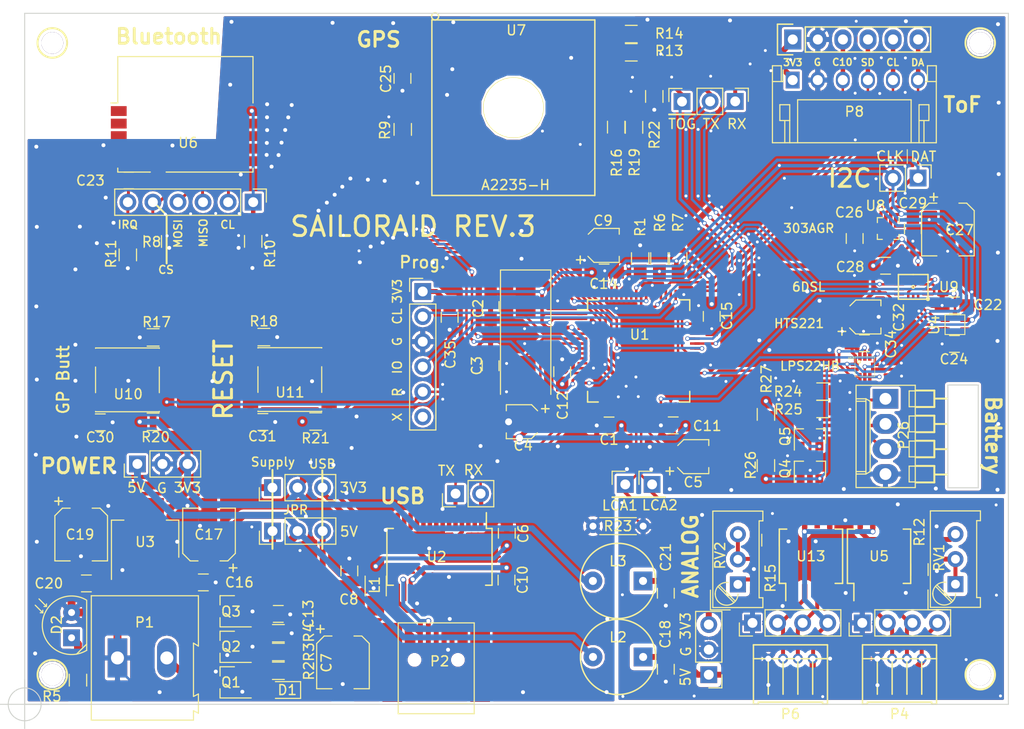
<source format=kicad_pcb>
(kicad_pcb (version 4) (host pcbnew 4.0.4-stable)
  (layers (0 F.Cu signal) (31 B.Cu signal) (34 B.Paste user hide) (35 F.Paste user hide) (36 B.SilkS user hide) (37 F.SilkS user) (38 B.Mask user) (39 F.Mask user) (44 Edge.Cuts user))
  (net 0 "")
  (net 1 GND)
  (net 2 +3V3)
  (net 3 "Net-(C2-Pad1)")
  (net 4 "Net-(C3-Pad1)")
  (net 5 "Net-(C5-Pad1)")
  (net 6 +5VA)
  (net 7 GNDA)
  (net 8 +3.3VADC)
  (net 9 /U_BUT)
  (net 10 "Net-(D1-Pad1)")
  (net 11 /GPS_TOGGLE)
  (net 12 "Net-(L1-Pad1)")
  (net 13 +5V)
  (net 14 "Net-(P2-Pad2)")
  (net 15 "Net-(P2-Pad3)")
  (net 16 /SWCLK)
  (net 17 /SWDIO)
  (net 18 /NRST)
  (net 19 /IMU_I2C_DA)
  (net 20 /IMU_I2C_CL)
  (net 21 /USB_USART_TX)
  (net 22 /USB_USART_RX)
  (net 23 /GPS_RX)
  (net 24 /GPS_TX)
  (net 25 /LSM6DSL_INT2)
  (net 26 /LSM6DSL_INT1)
  (net 27 /LPS_SA0)
  (net 28 /HTS_DRDY)
  (net 29 /Load_cell_amp_1)
  (net 30 /Load_cell_amp_2)
  (net 31 "Net-(Q1-Pad2)")
  (net 32 "Net-(Q2-Pad1)")
  (net 33 "Net-(Q2-Pad2)")
  (net 34 "Net-(R15-Pad2)")
  (net 35 /GPS_NRST)
  (net 36 /VL_C10)
  (net 37 "Net-(P1-Pad2)")
  (net 38 /USB5V)
  (net 39 /USB3V3)
  (net 40 "Net-(D2-Pad1)")
  (net 41 /BT_RST)
  (net 42 /BT_CS)
  (net 43 /BT_MISO)
  (net 44 /BT_MOSI)
  (net 45 /BT_IRQ)
  (net 46 /BT_CLK)
  (net 47 /GPS_Vout)
  (net 48 "Net-(RV1-Pad3)")
  (net 49 "Net-(RV2-Pad1)")
  (net 50 "Net-(C26-Pad1)")
  (net 51 "Net-(JP1-Pad1)")
  (net 52 "Net-(JP2-Pad1)")
  (net 53 "Net-(P3-Pad2)")
  (net 54 "Net-(P3-Pad3)")
  (net 55 "Net-(P5-Pad2)")
  (net 56 "Net-(P5-Pad3)")
  (net 57 "Net-(R1-Pad1)")
  (net 58 "Net-(R9-Pad2)")
  (net 59 "Net-(R12-Pad1)")
  (net 60 "Net-(R12-Pad2)")
  (net 61 "Net-(R15-Pad1)")
  (net 62 "Net-(R16-Pad2)")
  (net 63 "Net-(R17-Pad2)")
  (net 64 "Net-(R18-Pad2)")
  (net 65 "Net-(R19-Pad2)")
  (net 66 "Net-(U12-Pad3)")
  (net 67 "Net-(P26-Pad2)")
  (net 68 "Net-(P26-Pad3)")
  (net 69 /TOF_SD)
  (net 70 /LPS_I_DRDY)
  (net 71 /VBat)
  (net 72 "Net-(P9-Pad6)")
  (net 73 "Net-(P22-Pad1)")
  (net 74 "Net-(P23-Pad1)")
  (net 75 "Net-(P24-Pad1)")
  (net 76 "Net-(P25-Pad1)")
  (net 77 "Net-(U1-Pad3)")
  (net 78 "Net-(U1-Pad4)")
  (net 79 "Net-(U1-Pad9)")
  (net 80 "Net-(U1-Pad10)")
  (net 81 "Net-(U1-Pad11)")
  (net 82 "Net-(U1-Pad20)")
  (net 83 "Net-(U1-Pad21)")
  (net 84 "Net-(U1-Pad26)")
  (net 85 "Net-(U1-Pad27)")
  (net 86 "Net-(U1-Pad28)")
  (net 87 "Net-(U1-Pad33)")
  (net 88 "Net-(U1-Pad35)")
  (net 89 "Net-(U1-Pad37)")
  (net 90 "Net-(U1-Pad39)")
  (net 91 "Net-(U1-Pad44)")
  (net 92 "Net-(U1-Pad45)")
  (net 93 "Net-(U1-Pad50)")
  (net 94 "Net-(U1-Pad52)")
  (net 95 "Net-(U1-Pad53)")
  (net 96 "Net-(U1-Pad54)")
  (net 97 "Net-(U1-Pad58)")
  (net 98 "Net-(U1-Pad59)")
  (net 99 "Net-(U2-Pad2)")
  (net 100 "Net-(U2-Pad3)")
  (net 101 "Net-(U2-Pad6)")
  (net 102 "Net-(U2-Pad9)")
  (net 103 "Net-(U2-Pad10)")
  (net 104 "Net-(U2-Pad11)")
  (net 105 "Net-(U2-Pad12)")
  (net 106 "Net-(U2-Pad13)")
  (net 107 "Net-(U2-Pad14)")
  (net 108 "Net-(U2-Pad19)")
  (net 109 "Net-(U2-Pad22)")
  (net 110 "Net-(U2-Pad23)")
  (net 111 "Net-(U2-Pad27)")
  (net 112 "Net-(U2-Pad28)")
  (net 113 "Net-(U6-Pad1)")
  (net 114 "Net-(U6-Pad2)")
  (net 115 "Net-(U6-Pad3)")
  (net 116 "Net-(U7-Pad10)")
  (net 117 "Net-(U7-Pad12)")
  (net 118 "Net-(U7-Pad13)")
  (net 119 "Net-(U7-Pad11)")
  (net 120 "Net-(U7-Pad8)")
  (net 121 "Net-(U7-Pad2)")
  (net 122 "Net-(U7-Pad4)")
  (net 123 /INT/DRDY_Mag)
  (net 124 "Net-(U8-Pad11)")
  (net 125 "Net-(U8-Pad12)")
  (net 126 "Net-(U9-Pad11)")
  (net 127 "Net-(U9-Pad10)")
  (module Housings_SOIC:SO-8_5.3x6.2mm_Pitch1.27mm (layer F.Cu) (at 130.3 157.35 90)
    (fp_text reference U5 (at 0 0 360) (layer F.SilkS))
    (fp_text value INA128)
    (pad 1 smd rect (at -3.7 -1.905 90) (size 1.75 0.55) (layers F.Cu F.Paste F.Mask) (net 59 "Net-(R12-Pad1)"))
    (pad 2 smd rect (at -3.7 -0.635 90) (size 1.75 0.55) (layers F.Cu F.Paste F.Mask) (net 53 "Net-(P3-Pad2)"))
    (pad 3 smd rect (at -3.7 0.635 90) (size 1.75 0.55) (layers F.Cu F.Paste F.Mask) (net 54 "Net-(P3-Pad3)"))
    (pad 4 smd rect (at -3.7 1.905 90) (size 1.75 0.55) (layers F.Cu F.Paste F.Mask) (net 7 GNDA))
    (pad 5 smd rect (at 3.7 1.905 90) (size 1.75 0.55) (layers F.Cu F.Paste F.Mask) (net 7 GNDA))
    (pad 6 smd rect (at 3.7 0.635 90) (size 1.75 0.55) (layers F.Cu F.Paste F.Mask) (net 30 /Load_cell_amp_2))
    (pad 7 smd rect (at 3.7 -0.635 90) (size 1.75 0.55) (layers F.Cu F.Paste F.Mask) (net 6 +5VA))
    (pad 8 smd rect (at 3.7 -1.905 90) (size 1.75 0.55) (layers F.Cu F.Paste F.Mask) (net 48 "Net-(RV1-Pad3)"))
  )
  (module Capacitors_SMD:CP_Elec_5x5.3 (layer F.Cu) (at 137.25 124.25 270)
    (fp_text reference C27 (at 0.05 -1.2 360) (layer F.SilkS))
    (fp_text value 10uF)
    (fp_text user + (at -3.29 1.48 270) (layer F.SilkS))
    (pad 1 smd rect (at -2.2 0 90) (size 3 1.6) (layers F.Cu F.Paste F.Mask) (net 2 +3V3))
    (pad 2 smd rect (at 2.2 0 90) (size 3 1.6) (layers F.Cu F.Paste F.Mask) (net 1 GND))
  )
  (module Capacitors_SMD:C_0805_HandSoldering (layer F.Cu) (at 127.83 125.16 270)
    (fp_text reference C26 (at -2.64 0.54 540) (layer F.SilkS))
    (fp_text value 100nF)
    (pad 1 smd rect (at -1.25 0 270) (size 1.5 1.25) (layers F.Cu F.Paste F.Mask) (net 50 "Net-(C26-Pad1)"))
    (pad 2 smd rect (at 1.25 0 270) (size 1.5 1.25) (layers F.Cu F.Paste F.Mask) (net 1 GND))
  )
  (module Capacitors_SMD:C_0805_HandSoldering (layer F.Cu) (at 133.73 124.18 270)
    (fp_text reference C29 (at -2.6 0.01 540) (layer F.SilkS))
    (fp_text value 100nF)
    (pad 1 smd rect (at -1.25 0 270) (size 1.5 1.25) (layers F.Cu F.Paste F.Mask) (net 2 +3V3))
    (pad 2 smd rect (at 1.25 0 270) (size 1.5 1.25) (layers F.Cu F.Paste F.Mask) (net 1 GND))
  )
  (module Crystals:Crystal_SMD_HC49-SD (layer F.Cu) (at 94.5 135.05 270)
    (fp_text reference Y1 hide)
    (fp_text value 8MHz)
    (pad 1 smd rect (at -4.25 0 270) (size 4.5 2) (layers F.Cu F.Paste F.Mask) (net 3 "Net-(C2-Pad1)"))
    (pad 2 smd rect (at 4.25 0 270) (size 4.5 2) (layers F.Cu F.Paste F.Mask) (net 4 "Net-(C3-Pad1)"))
  )
  (module Pin_Headers:Pin_Header_Straight_1x01_Pitch2.54mm (layer F.Cu) (at 104.59 150.07)
    (fp_text reference P19 hide)
    (fp_text value CONN_01X01)
    (pad 1 thru_hole rect (at 0 0) (size 1.7 1.7) (drill 1) (layers *.Cu *.Mask) (net 29 /Load_cell_amp_1))
  )
  (module RF_Modules:ST_SPBTLE (layer F.Cu) (at 60.03 115.44)
    (fp_text reference U6 (at 0.275 0.025) (layer F.SilkS))
    (fp_text value SPBTLE-RF)
    (pad 1 smd rect (at -6.75 -3.19) (size 1.6 1) (layers F.Cu F.Paste F.Mask) (net 113 "Net-(U6-Pad1)"))
    (pad 2 smd rect (at -6.75 -1.92) (size 1.6 1) (layers F.Cu F.Paste F.Mask) (net 114 "Net-(U6-Pad2)"))
    (pad 3 smd rect (at -6.75 -0.65) (size 1.6 1) (layers F.Cu F.Paste F.Mask) (net 115 "Net-(U6-Pad3)"))
    (pad 4 smd rect (at -6.75 0.62) (size 1.6 1) (layers F.Cu F.Paste F.Mask) (net 45 /BT_IRQ))
    (pad 5 smd rect (at -6.75 1.89) (size 1.6 1) (layers F.Cu F.Paste F.Mask) (net 2 +3V3))
    (pad 7 smd rect (at 6.75 1.89) (size 1.6 1) (layers F.Cu F.Paste F.Mask) (net 46 /BT_CLK))
    (pad 8 smd rect (at 6.75 0.62) (size 1.6 1) (layers F.Cu F.Paste F.Mask) (net 43 /BT_MISO))
    (pad 9 smd rect (at 6.75 -0.65) (size 1.6 1) (layers F.Cu F.Paste F.Mask) (net 44 /BT_MOSI))
    (pad 10 smd rect (at 6.75 -1.92) (size 1.6 1) (layers F.Cu F.Paste F.Mask) (net 42 /BT_CS))
    (pad 11 smd rect (at 6.75 -3.19) (size 1.6 1) (layers F.Cu F.Paste F.Mask) (net 41 /BT_RST))
    (pad 6 smd rect (at -2.75 2.89 90) (size 1.6 1) (layers F.Cu F.Paste F.Mask) (net 1 GND))
  )
  (module Capacitors_SMD:C_0805_HandSoldering (layer F.Cu) (at 92.59 155.02 90)
    (fp_text reference C6 (at -0.03 1.67 90) (layer F.SilkS))
    (fp_text value 100n)
    (pad 1 smd rect (at -1.25 0 90) (size 1.5 1.25) (layers F.Cu F.Paste F.Mask) (net 38 /USB5V))
    (pad 2 smd rect (at 1.25 0 90) (size 1.5 1.25) (layers F.Cu F.Paste F.Mask) (net 1 GND))
  )
  (module Capacitors_SMD:CP_Elec_5x5.3 (layer F.Cu) (at 75.97 168.1 270)
    (fp_text reference C7 (at 0.05 1.65 270) (layer F.SilkS))
    (fp_text value 10u)
    (fp_text user + (at -3.38 2.34 270) (layer F.SilkS))
    (pad 1 smd rect (at -2.2 0 90) (size 3 1.6) (layers F.Cu F.Paste F.Mask) (net 38 /USB5V))
    (pad 2 smd rect (at 2.2 0 90) (size 3 1.6) (layers F.Cu F.Paste F.Mask) (net 1 GND))
  )
  (module Capacitors_SMD:C_0805_HandSoldering (layer F.Cu) (at 102.95 144.1)
    (fp_text reference C1 (at 0 1.45 180) (layer F.SilkS))
    (fp_text value 1u)
    (pad 1 smd rect (at -1.25 0) (size 1.5 1.25) (layers F.Cu F.Paste F.Mask) (net 1 GND))
    (pad 2 smd rect (at 1.25 0) (size 1.5 1.25) (layers F.Cu F.Paste F.Mask) (net 2 +3V3))
  )
  (module Capacitors_SMD:C_0805_HandSoldering (layer F.Cu) (at 90.95 132.05 270)
    (fp_text reference C2 (at 0.2 1.25 450) (layer F.SilkS))
    (fp_text value 18p)
    (pad 1 smd rect (at -1.25 0 270) (size 1.5 1.25) (layers F.Cu F.Paste F.Mask) (net 3 "Net-(C2-Pad1)"))
    (pad 2 smd rect (at 1.25 0 270) (size 1.5 1.25) (layers F.Cu F.Paste F.Mask) (net 1 GND))
  )
  (module Capacitors_SMD:C_0805_HandSoldering (layer F.Cu) (at 90.95 138.05 90)
    (fp_text reference C3 (at 0 -1.4 270) (layer F.SilkS))
    (fp_text value 18p)
    (pad 1 smd rect (at -1.25 0 90) (size 1.5 1.25) (layers F.Cu F.Paste F.Mask) (net 4 "Net-(C3-Pad1)"))
    (pad 2 smd rect (at 1.25 0 90) (size 1.5 1.25) (layers F.Cu F.Paste F.Mask) (net 1 GND))
  )
  (module Capacitors_SMD:C_0805_HandSoldering (layer F.Cu) (at 76.64 158.83 90)
    (fp_text reference C8 (at -2.9 -0.05 360) (layer F.SilkS))
    (fp_text value 100n)
    (pad 1 smd rect (at -1.25 0 90) (size 1.5 1.25) (layers F.Cu F.Paste F.Mask) (net 38 /USB5V))
    (pad 2 smd rect (at 1.25 0 90) (size 1.5 1.25) (layers F.Cu F.Paste F.Mask) (net 1 GND))
  )
  (module Capacitors_SMD:C_0805_HandSoldering (layer F.Cu) (at 69.44 163.19)
    (fp_text reference C13 (at 3.05 0 90) (layer F.SilkS))
    (fp_text value 100n)
    (pad 1 smd rect (at -1.25 0) (size 1.5 1.25) (layers F.Cu F.Paste F.Mask) (net 13 +5V))
    (pad 2 smd rect (at 1.25 0) (size 1.5 1.25) (layers F.Cu F.Paste F.Mask) (net 1 GND))
  )
  (module Capacitors_SMD:C_0805_HandSoldering (layer F.Cu) (at 109.45 144.09)
    (fp_text reference C11 (at 3.44 0.06) (layer F.SilkS))
    (fp_text value 100n)
    (pad 1 smd rect (at -1.25 0) (size 1.5 1.25) (layers F.Cu F.Paste F.Mask) (net 1 GND))
    (pad 2 smd rect (at 1.25 0) (size 1.5 1.25) (layers F.Cu F.Paste F.Mask) (net 2 +3V3))
  )
  (module Capacitors_SMD:C_0805_HandSoldering (layer F.Cu) (at 61.85 160)
    (fp_text reference C16 (at 3.65 0) (layer F.SilkS))
    (fp_text value 100n)
    (pad 1 smd rect (at -1.25 0) (size 1.5 1.25) (layers F.Cu F.Paste F.Mask) (net 13 +5V))
    (pad 2 smd rect (at 1.25 0) (size 1.5 1.25) (layers F.Cu F.Paste F.Mask) (net 1 GND))
  )
  (module Capacitors_SMD:C_0805_HandSoldering (layer F.Cu) (at 98.2 138.65 270)
    (fp_text reference C12 (at 3.45 -0.05 270) (layer F.SilkS))
    (fp_text value 100n)
    (pad 1 smd rect (at -1.25 0 270) (size 1.5 1.25) (layers F.Cu F.Paste F.Mask) (net 1 GND))
    (pad 2 smd rect (at 1.25 0 270) (size 1.5 1.25) (layers F.Cu F.Paste F.Mask) (net 2 +3V3))
  )
  (module Capacitors_SMD:C_0805_HandSoldering (layer F.Cu) (at 108.7 168.8 270)
    (fp_text reference C18 (at -3.55 0.05 270) (layer F.SilkS))
    (fp_text value 100n)
    (pad 1 smd rect (at -1.25 0 270) (size 1.5 1.25) (layers F.Cu F.Paste F.Mask) (net 6 +5VA))
    (pad 2 smd rect (at 1.25 0 270) (size 1.5 1.25) (layers F.Cu F.Paste F.Mask) (net 7 GNDA))
  )
  (module Capacitors_SMD:C_0805_HandSoldering (layer F.Cu) (at 102.45 128.6 180)
    (fp_text reference C14 (at 0.05 -1.15 180) (layer F.SilkS))
    (fp_text value 100n)
    (pad 1 smd rect (at -1.25 0 180) (size 1.5 1.25) (layers F.Cu F.Paste F.Mask) (net 1 GND))
    (pad 2 smd rect (at 1.25 0 180) (size 1.5 1.25) (layers F.Cu F.Paste F.Mask) (net 2 +3V3))
  )
  (module Capacitors_SMD:CP_Elec_5x5.3 (layer F.Cu) (at 62.45 155.15 90)
    (fp_text reference C17 (at 0 -0.05 360) (layer F.SilkS))
    (fp_text value 10u)
    (fp_text user + (at -3.38 2.34 90) (layer F.SilkS))
    (pad 1 smd rect (at -2.2 0 270) (size 3 1.6) (layers F.Cu F.Paste F.Mask) (net 13 +5V))
    (pad 2 smd rect (at 2.2 0 270) (size 3 1.6) (layers F.Cu F.Paste F.Mask) (net 1 GND))
  )
  (module Capacitors_SMD:C_0805_HandSoldering (layer F.Cu) (at 113.35 133.05 90)
    (fp_text reference C15 (at 0.05 1.55 270) (layer F.SilkS))
    (fp_text value 100n)
    (pad 1 smd rect (at -1.25 0 90) (size 1.5 1.25) (layers F.Cu F.Paste F.Mask) (net 1 GND))
    (pad 2 smd rect (at 1.25 0 90) (size 1.5 1.25) (layers F.Cu F.Paste F.Mask) (net 2 +3V3))
  )
  (module Capacitors_SMD:C_0805_HandSoldering (layer F.Cu) (at 108.7 161.1 270)
    (fp_text reference C21 (at -3.65 0 450) (layer F.SilkS))
    (fp_text value 100n)
    (pad 1 smd rect (at -1.25 0 270) (size 1.5 1.25) (layers F.Cu F.Paste F.Mask) (net 8 +3.3VADC))
    (pad 2 smd rect (at 1.25 0 270) (size 1.5 1.25) (layers F.Cu F.Paste F.Mask) (net 7 GNDA))
  )
  (module Capacitors_SMD:CP_Elec_5x5.3 (layer F.Cu) (at 49.45 155.15 270)
    (fp_text reference C19 (at 0 0.1 360) (layer F.SilkS))
    (fp_text value 10u)
    (fp_text user + (at -3.38 2.34 270) (layer F.SilkS))
    (pad 1 smd rect (at -2.2 0 90) (size 3 1.6) (layers F.Cu F.Paste F.Mask) (net 2 +3V3))
    (pad 2 smd rect (at 2.2 0 90) (size 3 1.6) (layers F.Cu F.Paste F.Mask) (net 1 GND))
  )
  (module Capacitors_SMD:C_0805_HandSoldering (layer F.Cu) (at 50 160.1 180)
    (fp_text reference C20 (at 3.8 0 180) (layer F.SilkS))
    (fp_text value 100n)
    (pad 1 smd rect (at -1.25 0 180) (size 1.5 1.25) (layers F.Cu F.Paste F.Mask) (net 2 +3V3))
    (pad 2 smd rect (at 1.25 0 180) (size 1.5 1.25) (layers F.Cu F.Paste F.Mask) (net 1 GND))
  )
  (module Capacitors_SMD:C_0805_HandSoldering (layer F.Cu) (at 137.94 131.94 180)
    (fp_text reference C22 (at -3.4 0.05 180) (layer F.SilkS))
    (fp_text value 2.2u)
    (pad 1 smd rect (at -1.25 0 180) (size 1.5 1.25) (layers F.Cu F.Paste F.Mask) (net 2 +3V3))
    (pad 2 smd rect (at 1.25 0 180) (size 1.5 1.25) (layers F.Cu F.Paste F.Mask) (net 1 GND))
  )
  (module Capacitors_SMD:C_0805_HandSoldering (layer F.Cu) (at 54.29 119.28)
    (fp_text reference C23 (at -3.88 0.01) (layer F.SilkS))
    (fp_text value 1uF)
    (pad 1 smd rect (at -1.25 0) (size 1.5 1.25) (layers F.Cu F.Paste F.Mask) (net 2 +3V3))
    (pad 2 smd rect (at 1.25 0) (size 1.5 1.25) (layers F.Cu F.Paste F.Mask) (net 1 GND))
  )
  (module Capacitors_SMD:C_0805_HandSoldering (layer F.Cu) (at 137.94 135.84 180)
    (fp_text reference C24 (at 0.05 -1.55 360) (layer F.SilkS))
    (fp_text value 100n)
    (pad 1 smd rect (at -1.25 0 180) (size 1.5 1.25) (layers F.Cu F.Paste F.Mask) (net 2 +3V3))
    (pad 2 smd rect (at 1.25 0 180) (size 1.5 1.25) (layers F.Cu F.Paste F.Mask) (net 1 GND))
  )
  (module Capacitors_SMD:C_0805_HandSoldering (layer F.Cu) (at 82.02 108.94 270)
    (fp_text reference C25 (at 0.04 1.67 450) (layer F.SilkS))
    (fp_text value 100n)
    (pad 1 smd rect (at -1.25 0 270) (size 1.5 1.25) (layers F.Cu F.Paste F.Mask) (net 2 +3V3))
    (pad 2 smd rect (at 1.25 0 270) (size 1.5 1.25) (layers F.Cu F.Paste F.Mask) (net 1 GND))
  )
  (module Capacitors_SMD:C_0805_HandSoldering (layer F.Cu) (at 51.41 143.78)
    (fp_text reference C30 (at -0.01 1.52) (layer F.SilkS))
    (fp_text value 100n)
    (pad 1 smd rect (at -1.25 0) (size 1.5 1.25) (layers F.Cu F.Paste F.Mask) (net 9 /U_BUT))
    (pad 2 smd rect (at 1.25 0) (size 1.5 1.25) (layers F.Cu F.Paste F.Mask) (net 1 GND))
  )
  (module Capacitors_SMD:C_0805_HandSoldering (layer F.Cu) (at 130.96 127.92)
    (fp_text reference C28 (at -3.59 0.12) (layer F.SilkS))
    (fp_text value 100nF)
    (pad 1 smd rect (at -1.25 0) (size 1.5 1.25) (layers F.Cu F.Paste F.Mask) (net 2 +3V3))
    (pad 2 smd rect (at 1.25 0) (size 1.5 1.25) (layers F.Cu F.Paste F.Mask) (net 1 GND))
  )
  (module Capacitors_SMD:C_0805_HandSoldering (layer F.Cu) (at 128.82 135.77)
    (fp_text reference C34 (at 2.69 0.1 90) (layer F.SilkS))
    (fp_text value 100n)
    (pad 1 smd rect (at -1.25 0) (size 1.5 1.25) (layers F.Cu F.Paste F.Mask) (net 2 +3V3))
    (pad 2 smd rect (at 1.25 0) (size 1.5 1.25) (layers F.Cu F.Paste F.Mask) (net 1 GND))
  )
  (module Capacitors_SMD:C_0805_HandSoldering (layer F.Cu) (at 86.8 133.15 90)
    (fp_text reference C35 (at -3.775 0.075 90) (layer F.SilkS))
    (fp_text value 100n)
    (pad 1 smd rect (at -1.25 0 90) (size 1.5 1.25) (layers F.Cu F.Paste F.Mask) (net 1 GND))
    (pad 2 smd rect (at 1.25 0 90) (size 1.5 1.25) (layers F.Cu F.Paste F.Mask) (net 2 +3V3))
  )
  (module Diodes_SMD:D_SOD-323 (layer F.Cu) (at 70.2 170.9 180)
    (fp_text reference D1 (at -0.15 0 180) (layer F.SilkS))
    (fp_text value D_Zener)
    (pad 1 smd rect (at -1.05 0 180) (size 0.6 0.45) (layers F.Cu F.Paste F.Mask) (net 10 "Net-(D1-Pad1)"))
    (pad 2 smd rect (at 1.05 0 180) (size 0.6 0.45) (layers F.Cu F.Paste F.Mask) (net 1 GND))
  )
  (module Opto-Devices:PhotoDiode_SFH205 (layer F.Cu) (at 48.5 165.61 90)
    (fp_text reference D2 (at 1.31 -1.5 90) (layer F.SilkS))
    (fp_text value D_Photo)
    (pad 2 thru_hole circle (at 2.56 0 270) (size 1.7 1.7) (drill 0.7) (layers *.Cu *.Mask) (net 1 GND))
    (pad 1 thru_hole rect (at 0 0 270) (size 1.7 1.7) (drill 0.7) (layers *.Cu *.Mask) (net 40 "Net-(D2-Pad1)"))
  )
  (module Resistors_SMD:R_1206_HandSoldering (layer F.Cu) (at 79.31 160.36 90)
    (fp_text reference L1 (at 0.1 -0.1 90) (layer F.SilkS))
    (fp_text value L_Core_Ferrite_500mA)
    (pad 1 smd rect (at -2 0 90) (size 2 1.7) (layers F.Cu F.Paste F.Mask) (net 12 "Net-(L1-Pad1)"))
    (pad 2 smd rect (at 2 0 90) (size 2 1.7) (layers F.Cu F.Paste F.Mask) (net 38 /USB5V))
  )
  (module Inductors:INDUCTOR_V (layer F.Cu) (at 103.86 167.55 180)
    (fp_text reference L2 (at 0 1.99898 180) (layer F.SilkS))
    (fp_text value 330uH)
    (pad 1 thru_hole rect (at -2.54 0 180) (size 1.905 1.905) (drill 0.8128) (layers *.Cu *.Mask) (net 6 +5VA))
    (pad 2 thru_hole circle (at 2.54 0 180) (size 1.905 1.905) (drill 0.8128) (layers *.Cu *.Mask) (net 13 +5V))
  )
  (module Inductors:INDUCTOR_V (layer F.Cu) (at 103.85 159.85 180)
    (fp_text reference L3 (at 0 1.99898 180) (layer F.SilkS))
    (fp_text value 330uH)
    (pad 1 thru_hole rect (at -2.54 0 180) (size 1.905 1.905) (drill 0.8128) (layers *.Cu *.Mask) (net 8 +3.3VADC))
    (pad 2 thru_hole circle (at 2.54 0 180) (size 1.905 1.905) (drill 0.8128) (layers *.Cu *.Mask) (net 2 +3V3))
  )
  (module Connect:AK300-2 (layer F.Cu) (at 53.15 167.65)
    (fp_text reference P1 (at 2.75 -3.6) (layer F.SilkS))
    (fp_text value CONN_01X02)
    (pad 1 thru_hole rect (at 0 0) (size 1.98 3.96) (drill 1.32) (layers *.Cu F.Paste F.Mask) (net 1 GND))
    (pad 2 thru_hole oval (at 5 0) (size 1.98 3.96) (drill 1.32) (layers *.Cu F.Paste F.Mask) (net 37 "Net-(P1-Pad2)"))
  )
  (module Pin_Headers:Pin_Header_Straight_1x06_Pitch2.54mm (layer F.Cu) (at 84.075 130.53)
    (fp_text reference P9 hide)
    (fp_text value CONN_01X06)
    (pad 1 thru_hole rect (at 0 0) (size 1.7 1.7) (drill 1) (layers *.Cu *.Mask) (net 2 +3V3))
    (pad 2 thru_hole oval (at 0 2.54) (size 1.7 1.7) (drill 1) (layers *.Cu *.Mask) (net 16 /SWCLK))
    (pad 3 thru_hole oval (at 0 5.08) (size 1.7 1.7) (drill 1) (layers *.Cu *.Mask) (net 1 GND))
    (pad 4 thru_hole oval (at 0 7.62) (size 1.7 1.7) (drill 1) (layers *.Cu *.Mask) (net 17 /SWDIO))
    (pad 5 thru_hole oval (at 0 10.16) (size 1.7 1.7) (drill 1) (layers *.Cu *.Mask) (net 18 /NRST))
    (pad 6 thru_hole oval (at 0 12.7) (size 1.7 1.7) (drill 1) (layers *.Cu *.Mask) (net 72 "Net-(P9-Pad6)"))
  )
  (module Pin_Headers:Pin_Header_Straight_1x02_Pitch2.54mm (layer F.Cu) (at 87.4 151.01 90)
    (fp_text reference P10 hide)
    (fp_text value CONN_01X02)
    (pad 1 thru_hole rect (at 0 0 90) (size 1.7 1.7) (drill 1) (layers *.Cu *.Mask) (net 21 /USB_USART_TX))
    (pad 2 thru_hole oval (at 0 2.54 90) (size 1.7 1.7) (drill 1) (layers *.Cu *.Mask) (net 22 /USB_USART_RX))
  )
  (module Pin_Headers:Pin_Header_Straight_1x02_Pitch2.54mm (layer F.Cu) (at 115.73 111.27 270)
    (fp_text reference P11 hide)
    (fp_text value CONN_01X02)
    (pad 1 thru_hole rect (at 0 0 270) (size 1.7 1.7) (drill 1) (layers *.Cu *.Mask) (net 23 /GPS_RX))
    (pad 2 thru_hole oval (at 0 2.54 270) (size 1.7 1.7) (drill 1) (layers *.Cu *.Mask) (net 24 /GPS_TX))
  )
  (module Pin_Headers:Pin_Header_Straight_1x02_Pitch2.54mm (layer F.Cu) (at 134.25 119.04 270)
    (fp_text reference P12 hide)
    (fp_text value CONN_01X02)
    (pad 1 thru_hole rect (at 0 0 270) (size 1.7 1.7) (drill 1) (layers *.Cu *.Mask) (net 19 /IMU_I2C_DA))
    (pad 2 thru_hole oval (at 0 2.54 270) (size 1.7 1.7) (drill 1) (layers *.Cu *.Mask) (net 20 /IMU_I2C_CL))
  )
  (module Pin_Headers:Pin_Header_Straight_1x06_Pitch2.54mm (layer F.Cu) (at 66.9 121.48 270)
    (fp_text reference P14 hide)
    (fp_text value CONN_01X06)
    (pad 1 thru_hole rect (at 0 0 270) (size 1.7 1.7) (drill 1) (layers *.Cu *.Mask) (net 41 /BT_RST))
    (pad 2 thru_hole oval (at 0 2.54 270) (size 1.7 1.7) (drill 1) (layers *.Cu *.Mask) (net 46 /BT_CLK))
    (pad 3 thru_hole oval (at 0 5.08 270) (size 1.7 1.7) (drill 1) (layers *.Cu *.Mask) (net 43 /BT_MISO))
    (pad 4 thru_hole oval (at 0 7.62 270) (size 1.7 1.7) (drill 1) (layers *.Cu *.Mask) (net 44 /BT_MOSI))
    (pad 5 thru_hole oval (at 0 10.16 270) (size 1.7 1.7) (drill 1) (layers *.Cu *.Mask) (net 42 /BT_CS))
    (pad 6 thru_hole oval (at 0 12.7 270) (size 1.7 1.7) (drill 1) (layers *.Cu *.Mask) (net 45 /BT_IRQ))
  )
  (module Pin_Headers:Pin_Header_Straight_1x03_Pitch2.54mm (layer F.Cu) (at 55.17 148 90)
    (fp_text reference P15 hide)
    (fp_text value CONN_01X03)
    (pad 1 thru_hole rect (at 0 0 90) (size 1.7 1.7) (drill 1) (layers *.Cu *.Mask) (net 13 +5V))
    (pad 2 thru_hole oval (at 0 2.54 90) (size 1.7 1.7) (drill 1) (layers *.Cu *.Mask) (net 1 GND))
    (pad 3 thru_hole oval (at 0 5.08 90) (size 1.7 1.7) (drill 1) (layers *.Cu *.Mask) (net 2 +3V3))
  )
  (module Pin_Headers:Pin_Header_Straight_1x01_Pitch2.54mm (layer F.Cu) (at 110.34 111.29)
    (fp_text reference P16 hide)
    (fp_text value CONN_01X01)
    (pad 1 thru_hole rect (at 0 0) (size 1.7 1.7) (drill 1) (layers *.Cu *.Mask) (net 11 /GPS_TOGGLE))
  )
  (module Pin_Headers:Pin_Header_Straight_1x01_Pitch2.54mm (layer F.Cu) (at 107.31 150.07)
    (fp_text reference P20 hide)
    (fp_text value CONN_01X01)
    (pad 1 thru_hole rect (at 0 0) (size 1.7 1.7) (drill 1) (layers *.Cu *.Mask) (net 30 /Load_cell_amp_2))
  )
  (module Pin_Headers:Pin_Header_Straight_1x03_Pitch2.54mm (layer F.Cu) (at 113.05 169.35 180)
    (fp_text reference P21 hide)
    (fp_text value CONN_01X03)
    (pad 1 thru_hole rect (at 0 0 180) (size 1.7 1.7) (drill 1) (layers *.Cu *.Mask) (net 6 +5VA))
    (pad 2 thru_hole oval (at 0 2.54 180) (size 1.7 1.7) (drill 1) (layers *.Cu *.Mask) (net 7 GNDA))
    (pad 3 thru_hole oval (at 0 5.08 180) (size 1.7 1.7) (drill 1) (layers *.Cu *.Mask) (net 8 +3.3VADC))
  )
  (module TO_SOT_Packages_SMD:SOT-23_Handsoldering (layer F.Cu) (at 64.3 170.125 180)
    (fp_text reference Q1 (at -0.35 0 360) (layer F.SilkS))
    (fp_text value Q_PMOS_GSD)
    (pad 1 smd rect (at -1.5 -0.95 180) (size 1.9 0.8) (layers F.Cu F.Paste F.Mask) (net 1 GND))
    (pad 2 smd rect (at -1.5 0.95 180) (size 1.9 0.8) (layers F.Cu F.Paste F.Mask) (net 31 "Net-(Q1-Pad2)"))
    (pad 3 smd rect (at 1.5 0 180) (size 1.9 0.8) (layers F.Cu F.Paste F.Mask) (net 37 "Net-(P1-Pad2)"))
  )
  (module TO_SOT_Packages_SMD:SOT-23_Handsoldering (layer F.Cu) (at 64.3 166.525 180)
    (fp_text reference Q2 (at -0.35 0.025 360) (layer F.SilkS))
    (fp_text value Q_PNP_BCE)
    (pad 1 smd rect (at -1.5 -0.95 180) (size 1.9 0.8) (layers F.Cu F.Paste F.Mask) (net 32 "Net-(Q2-Pad1)"))
    (pad 2 smd rect (at -1.5 0.95 180) (size 1.9 0.8) (layers F.Cu F.Paste F.Mask) (net 33 "Net-(Q2-Pad2)"))
    (pad 3 smd rect (at 1.5 0 180) (size 1.9 0.8) (layers F.Cu F.Paste F.Mask) (net 31 "Net-(Q1-Pad2)"))
  )
  (module TO_SOT_Packages_SMD:SOT-23_Handsoldering (layer F.Cu) (at 64.3 162.925 180)
    (fp_text reference Q3 (at -0.35 -0.025 180) (layer F.SilkS))
    (fp_text value Q_PNP_BCE)
    (pad 1 smd rect (at -1.5 -0.95 180) (size 1.9 0.8) (layers F.Cu F.Paste F.Mask) (net 33 "Net-(Q2-Pad2)"))
    (pad 2 smd rect (at -1.5 0.95 180) (size 1.9 0.8) (layers F.Cu F.Paste F.Mask) (net 51 "Net-(JP1-Pad1)"))
    (pad 3 smd rect (at 1.5 0 180) (size 1.9 0.8) (layers F.Cu F.Paste F.Mask) (net 31 "Net-(Q1-Pad2)"))
  )
  (module Resistors_SMD:R_0805_HandSoldering (layer F.Cu) (at 67.98 135.15 180)
    (fp_text reference R18 (at 0 1.6 180) (layer F.SilkS))
    (fp_text value 1k)
    (pad 1 smd rect (at -1.35 0 180) (size 1.5 1.3) (layers F.Cu F.Paste F.Mask) (net 1 GND))
    (pad 2 smd rect (at 1.35 0 180) (size 1.5 1.3) (layers F.Cu F.Paste F.Mask) (net 64 "Net-(R18-Pad2)"))
  )
  (module Resistors_SMD:R_0805_HandSoldering (layer F.Cu) (at 106.1 127.2 90)
    (fp_text reference R1 (at 3.2 0 270) (layer F.SilkS))
    (fp_text value 10k)
    (pad 1 smd rect (at -1.35 0 90) (size 1.5 1.3) (layers F.Cu F.Paste F.Mask) (net 57 "Net-(R1-Pad1)"))
    (pad 2 smd rect (at 1.35 0 90) (size 1.5 1.3) (layers F.Cu F.Paste F.Mask) (net 1 GND))
  )
  (module Resistors_SMD:R_0805_HandSoldering (layer F.Cu) (at 69.45 168.95)
    (fp_text reference R2 (at 3.1 0 90) (layer F.SilkS))
    (fp_text value 2.7k)
    (pad 1 smd rect (at -1.35 0) (size 1.5 1.3) (layers F.Cu F.Paste F.Mask) (net 31 "Net-(Q1-Pad2)"))
    (pad 2 smd rect (at 1.35 0) (size 1.5 1.3) (layers F.Cu F.Paste F.Mask) (net 10 "Net-(D1-Pad1)"))
  )
  (module Resistors_SMD:R_0805_HandSoldering (layer F.Cu) (at 69.45 167.05)
    (fp_text reference R3 (at 3.1 0 90) (layer F.SilkS))
    (fp_text value 6.8k)
    (pad 1 smd rect (at -1.35 0) (size 1.5 1.3) (layers F.Cu F.Paste F.Mask) (net 32 "Net-(Q2-Pad1)"))
    (pad 2 smd rect (at 1.35 0) (size 1.5 1.3) (layers F.Cu F.Paste F.Mask) (net 10 "Net-(D1-Pad1)"))
  )
  (module Resistors_SMD:R_0805_HandSoldering (layer F.Cu) (at 69.45 165.15 180)
    (fp_text reference R4 (at -3.1 0.05 270) (layer F.SilkS))
    (fp_text value 6.8k)
    (pad 1 smd rect (at -1.35 0 180) (size 1.5 1.3) (layers F.Cu F.Paste F.Mask) (net 1 GND))
    (pad 2 smd rect (at 1.35 0 180) (size 1.5 1.3) (layers F.Cu F.Paste F.Mask) (net 33 "Net-(Q2-Pad2)"))
  )
  (module Resistors_SMD:R_0805_HandSoldering (layer F.Cu) (at 56.73 125.46 270)
    (fp_text reference R8 (at 0.05 0.12 360) (layer F.SilkS))
    (fp_text value 10K)
    (pad 1 smd rect (at -1.35 0 270) (size 1.5 1.3) (layers F.Cu F.Paste F.Mask) (net 42 /BT_CS))
    (pad 2 smd rect (at 1.35 0 270) (size 1.5 1.3) (layers F.Cu F.Paste F.Mask) (net 2 +3V3))
  )
  (module Resistors_SMD:R_0805_HandSoldering (layer F.Cu) (at 82.05 114.11 270)
    (fp_text reference R9 (at 0.08 1.8 450) (layer F.SilkS))
    (fp_text value 10k)
    (pad 1 smd rect (at -1.35 0 270) (size 1.5 1.3) (layers F.Cu F.Paste F.Mask) (net 47 /GPS_Vout))
    (pad 2 smd rect (at 1.35 0 270) (size 1.5 1.3) (layers F.Cu F.Paste F.Mask) (net 58 "Net-(R9-Pad2)"))
  )
  (module Resistors_SMD:R_0805_HandSoldering (layer F.Cu) (at 66.9 125.45 270)
    (fp_text reference R10 (at 1.25 -1.7 450) (layer F.SilkS))
    (fp_text value 10K)
    (pad 1 smd rect (at -1.35 0 270) (size 1.5 1.3) (layers F.Cu F.Paste F.Mask) (net 41 /BT_RST))
    (pad 2 smd rect (at 1.35 0 270) (size 1.5 1.3) (layers F.Cu F.Paste F.Mask) (net 2 +3V3))
  )
  (module Resistors_SMD:R_0805_HandSoldering (layer F.Cu) (at 54.2 126.82 90)
    (fp_text reference R11 (at 0.1 -1.7 270) (layer F.SilkS))
    (fp_text value 47K)
    (pad 1 smd rect (at -1.35 0 90) (size 1.5 1.3) (layers F.Cu F.Paste F.Mask) (net 1 GND))
    (pad 2 smd rect (at 1.35 0 90) (size 1.5 1.3) (layers F.Cu F.Paste F.Mask) (net 45 /BT_IRQ))
  )
  (module Resistors_SMD:R_0805_HandSoldering (layer F.Cu) (at 134.39 158.7 90)
    (fp_text reference R12 (at 3.8 0 90) (layer F.SilkS))
    (fp_text value 5k)
    (pad 1 smd rect (at -1.35 0 90) (size 1.5 1.3) (layers F.Cu F.Paste F.Mask) (net 59 "Net-(R12-Pad1)"))
    (pad 2 smd rect (at 1.35 0 90) (size 1.5 1.3) (layers F.Cu F.Paste F.Mask) (net 60 "Net-(R12-Pad2)"))
  )
  (module Resistors_SMD:R_0805_HandSoldering (layer F.Cu) (at 105.2 106.3 180)
    (fp_text reference R13 (at -3.85 0.15 360) (layer F.SilkS))
    (fp_text value 10k)
    (pad 1 smd rect (at -1.35 0 180) (size 1.5 1.3) (layers F.Cu F.Paste F.Mask) (net 2 +3V3))
    (pad 2 smd rect (at 1.35 0 180) (size 1.5 1.3) (layers F.Cu F.Paste F.Mask) (net 24 /GPS_TX))
  )
  (module Resistors_SMD:R_0805_HandSoldering (layer F.Cu) (at 105.2 104.45 180)
    (fp_text reference R14 (at -3.85 0.05 360) (layer F.SilkS))
    (fp_text value 10k)
    (pad 1 smd rect (at -1.35 0 180) (size 1.5 1.3) (layers F.Cu F.Paste F.Mask) (net 2 +3V3))
    (pad 2 smd rect (at 1.35 0 180) (size 1.5 1.3) (layers F.Cu F.Paste F.Mask) (net 23 /GPS_RX))
  )
  (module Resistors_SMD:R_0805_HandSoldering (layer F.Cu) (at 119.3 155.72 270)
    (fp_text reference R15 (at 3.85 0 450) (layer F.SilkS))
    (fp_text value 5k)
    (pad 1 smd rect (at -1.35 0 270) (size 1.5 1.3) (layers F.Cu F.Paste F.Mask) (net 61 "Net-(R15-Pad1)"))
    (pad 2 smd rect (at 1.35 0 270) (size 1.5 1.3) (layers F.Cu F.Paste F.Mask) (net 34 "Net-(R15-Pad2)"))
  )
  (module Resistors_SMD:R_0805_HandSoldering (layer F.Cu) (at 56.76 135.18)
    (fp_text reference R17 (at 0.35 -1.55) (layer F.SilkS))
    (fp_text value 1k)
    (pad 1 smd rect (at -1.35 0) (size 1.5 1.3) (layers F.Cu F.Paste F.Mask) (net 1 GND))
    (pad 2 smd rect (at 1.35 0) (size 1.5 1.3) (layers F.Cu F.Paste F.Mask) (net 63 "Net-(R17-Pad2)"))
  )
  (module Resistors_SMD:R_0805_HandSoldering (layer F.Cu) (at 107.53 110.77 90)
    (fp_text reference R22 (at -3.9 0.025 270) (layer F.SilkS))
    (fp_text value 10k)
    (pad 1 smd rect (at -1.35 0 90) (size 1.5 1.3) (layers F.Cu F.Paste F.Mask) (net 1 GND))
    (pad 2 smd rect (at 1.35 0 90) (size 1.5 1.3) (layers F.Cu F.Paste F.Mask) (net 11 /GPS_TOGGLE))
  )
  (module Resistors_SMD:R_0805_HandSoldering (layer F.Cu) (at 56.76 143.73 180)
    (fp_text reference R20 (at -0.25 -1.55 180) (layer F.SilkS))
    (fp_text value 10k)
    (pad 1 smd rect (at -1.35 0 180) (size 1.5 1.3) (layers F.Cu F.Paste F.Mask) (net 9 /U_BUT))
    (pad 2 smd rect (at 1.35 0 180) (size 1.5 1.3) (layers F.Cu F.Paste F.Mask) (net 2 +3V3))
  )
  (module Resistors_ThroughHole:R_Axial_DIN0204_L3.6mm_D1.6mm_P5.08mm_Horizontal (layer F.Cu) (at 101.32 154.3)
    (fp_text reference R23 (at 2.53 0) (layer F.SilkS))
    (fp_text value 0R)
    (pad 1 thru_hole circle (at 0 0) (size 1.4 1.4) (drill 0.7) (layers *.Cu *.Mask) (net 1 GND))
    (pad 2 thru_hole oval (at 5.08 0) (size 1.4 1.4) (drill 0.7) (layers *.Cu *.Mask) (net 7 GNDA))
  )
  (module Housings_QFP:LQFP-64_10x10mm_Pitch0.5mm (layer F.Cu) (at 105.95 136.55)
    (fp_text reference U1 (at 0.1 -1.65) (layer F.SilkS))
    (fp_text value STM32F411RETx)
    (pad 1 smd rect (at -5.7 -3.75) (size 1 0.25) (layers F.Cu F.Paste F.Mask) (net 2 +3V3))
    (pad 2 smd rect (at -5.7 -3.25) (size 1 0.25) (layers F.Cu F.Paste F.Mask) (net 9 /U_BUT))
    (pad 3 smd rect (at -5.7 -2.75) (size 1 0.25) (layers F.Cu F.Paste F.Mask) (net 77 "Net-(U1-Pad3)"))
    (pad 4 smd rect (at -5.7 -2.25) (size 1 0.25) (layers F.Cu F.Paste F.Mask) (net 78 "Net-(U1-Pad4)"))
    (pad 5 smd rect (at -5.7 -1.75) (size 1 0.25) (layers F.Cu F.Paste F.Mask) (net 3 "Net-(C2-Pad1)"))
    (pad 6 smd rect (at -5.7 -1.25) (size 1 0.25) (layers F.Cu F.Paste F.Mask) (net 4 "Net-(C3-Pad1)"))
    (pad 7 smd rect (at -5.7 -0.75) (size 1 0.25) (layers F.Cu F.Paste F.Mask) (net 18 /NRST))
    (pad 8 smd rect (at -5.7 -0.25) (size 1 0.25) (layers F.Cu F.Paste F.Mask) (net 35 /GPS_NRST))
    (pad 9 smd rect (at -5.7 0.25) (size 1 0.25) (layers F.Cu F.Paste F.Mask) (net 79 "Net-(U1-Pad9)"))
    (pad 10 smd rect (at -5.7 0.75) (size 1 0.25) (layers F.Cu F.Paste F.Mask) (net 80 "Net-(U1-Pad10)"))
    (pad 11 smd rect (at -5.7 1.25) (size 1 0.25) (layers F.Cu F.Paste F.Mask) (net 81 "Net-(U1-Pad11)"))
    (pad 12 smd rect (at -5.7 1.75) (size 1 0.25) (layers F.Cu F.Paste F.Mask) (net 1 GND))
    (pad 13 smd rect (at -5.7 2.25) (size 1 0.25) (layers F.Cu F.Paste F.Mask) (net 2 +3V3))
    (pad 14 smd rect (at -5.7 2.75) (size 1 0.25) (layers F.Cu F.Paste F.Mask) (net 45 /BT_IRQ))
    (pad 15 smd rect (at -5.7 3.25) (size 1 0.25) (layers F.Cu F.Paste F.Mask) (net 42 /BT_CS))
    (pad 16 smd rect (at -5.7 3.75) (size 1 0.25) (layers F.Cu F.Paste F.Mask) (net 21 /USB_USART_TX))
    (pad 17 smd rect (at -3.75 5.7 90) (size 1 0.25) (layers F.Cu F.Paste F.Mask) (net 22 /USB_USART_RX))
    (pad 18 smd rect (at -3.25 5.7 90) (size 1 0.25) (layers F.Cu F.Paste F.Mask) (net 1 GND))
    (pad 19 smd rect (at -2.75 5.7 90) (size 1 0.25) (layers F.Cu F.Paste F.Mask) (net 2 +3V3))
    (pad 20 smd rect (at -2.25 5.7 90) (size 1 0.25) (layers F.Cu F.Paste F.Mask) (net 82 "Net-(U1-Pad20)"))
    (pad 21 smd rect (at -1.75 5.7 90) (size 1 0.25) (layers F.Cu F.Paste F.Mask) (net 83 "Net-(U1-Pad21)"))
    (pad 22 smd rect (at -1.25 5.7 90) (size 1 0.25) (layers F.Cu F.Paste F.Mask) (net 43 /BT_MISO))
    (pad 23 smd rect (at -0.75 5.7 90) (size 1 0.25) (layers F.Cu F.Paste F.Mask) (net 44 /BT_MOSI))
    (pad 24 smd rect (at -0.25 5.7 90) (size 1 0.25) (layers F.Cu F.Paste F.Mask) (net 29 /Load_cell_amp_1))
    (pad 25 smd rect (at 0.25 5.7 90) (size 1 0.25) (layers F.Cu F.Paste F.Mask) (net 30 /Load_cell_amp_2))
    (pad 26 smd rect (at 0.75 5.7 90) (size 1 0.25) (layers F.Cu F.Paste F.Mask) (net 84 "Net-(U1-Pad26)"))
    (pad 27 smd rect (at 1.25 5.7 90) (size 1 0.25) (layers F.Cu F.Paste F.Mask) (net 85 "Net-(U1-Pad27)"))
    (pad 28 smd rect (at 1.75 5.7 90) (size 1 0.25) (layers F.Cu F.Paste F.Mask) (net 86 "Net-(U1-Pad28)"))
    (pad 29 smd rect (at 2.25 5.7 90) (size 1 0.25) (layers F.Cu F.Paste F.Mask) (net 70 /LPS_I_DRDY))
    (pad 30 smd rect (at 2.75 5.7 90) (size 1 0.25) (layers F.Cu F.Paste F.Mask) (net 5 "Net-(C5-Pad1)"))
    (pad 31 smd rect (at 3.25 5.7 90) (size 1 0.25) (layers F.Cu F.Paste F.Mask) (net 1 GND))
    (pad 32 smd rect (at 3.75 5.7 90) (size 1 0.25) (layers F.Cu F.Paste F.Mask) (net 2 +3V3))
    (pad 33 smd rect (at 5.7 3.75) (size 1 0.25) (layers F.Cu F.Paste F.Mask) (net 87 "Net-(U1-Pad33)"))
    (pad 34 smd rect (at 5.7 3.25) (size 1 0.25) (layers F.Cu F.Paste F.Mask) (net 27 /LPS_SA0))
    (pad 35 smd rect (at 5.7 2.75) (size 1 0.25) (layers F.Cu F.Paste F.Mask) (net 88 "Net-(U1-Pad35)"))
    (pad 36 smd rect (at 5.7 2.25) (size 1 0.25) (layers F.Cu F.Paste F.Mask) (net 28 /HTS_DRDY))
    (pad 37 smd rect (at 5.7 1.75) (size 1 0.25) (layers F.Cu F.Paste F.Mask) (net 89 "Net-(U1-Pad37)"))
    (pad 38 smd rect (at 5.7 1.25) (size 1 0.25) (layers F.Cu F.Paste F.Mask) (net 11 /GPS_TOGGLE))
    (pad 39 smd rect (at 5.7 0.75) (size 1 0.25) (layers F.Cu F.Paste F.Mask) (net 90 "Net-(U1-Pad39)"))
    (pad 40 smd rect (at 5.7 0.25) (size 1 0.25) (layers F.Cu F.Paste F.Mask) (net 69 /TOF_SD))
    (pad 41 smd rect (at 5.7 -0.25) (size 1 0.25) (layers F.Cu F.Paste F.Mask) (net 41 /BT_RST))
    (pad 42 smd rect (at 5.7 -0.75) (size 1 0.25) (layers F.Cu F.Paste F.Mask) (net 23 /GPS_RX))
    (pad 43 smd rect (at 5.7 -1.25) (size 1 0.25) (layers F.Cu F.Paste F.Mask) (net 24 /GPS_TX))
    (pad 44 smd rect (at 5.7 -1.75) (size 1 0.25) (layers F.Cu F.Paste F.Mask) (net 91 "Net-(U1-Pad44)"))
    (pad 45 smd rect (at 5.7 -2.25) (size 1 0.25) (layers F.Cu F.Paste F.Mask) (net 92 "Net-(U1-Pad45)"))
    (pad 46 smd rect (at 5.7 -2.75) (size 1 0.25) (layers F.Cu F.Paste F.Mask) (net 17 /SWDIO))
    (pad 47 smd rect (at 5.7 -3.25) (size 1 0.25) (layers F.Cu F.Paste F.Mask) (net 1 GND))
    (pad 48 smd rect (at 5.7 -3.75) (size 1 0.25) (layers F.Cu F.Paste F.Mask) (net 2 +3V3))
    (pad 49 smd rect (at 3.75 -5.7 90) (size 1 0.25) (layers F.Cu F.Paste F.Mask) (net 16 /SWCLK))
    (pad 50 smd rect (at 3.25 -5.7 90) (size 1 0.25) (layers F.Cu F.Paste F.Mask) (net 93 "Net-(U1-Pad50)"))
    (pad 51 smd rect (at 2.75 -5.7 90) (size 1 0.25) (layers F.Cu F.Paste F.Mask) (net 36 /VL_C10))
    (pad 52 smd rect (at 2.25 -5.7 90) (size 1 0.25) (layers F.Cu F.Paste F.Mask) (net 94 "Net-(U1-Pad52)"))
    (pad 53 smd rect (at 1.75 -5.7 90) (size 1 0.25) (layers F.Cu F.Paste F.Mask) (net 95 "Net-(U1-Pad53)"))
    (pad 54 smd rect (at 1.25 -5.7 90) (size 1 0.25) (layers F.Cu F.Paste F.Mask) (net 96 "Net-(U1-Pad54)"))
    (pad 55 smd rect (at 0.75 -5.7 90) (size 1 0.25) (layers F.Cu F.Paste F.Mask) (net 46 /BT_CLK))
    (pad 56 smd rect (at 0.25 -5.7 90) (size 1 0.25) (layers F.Cu F.Paste F.Mask) (net 26 /LSM6DSL_INT1))
    (pad 57 smd rect (at -0.25 -5.7 90) (size 1 0.25) (layers F.Cu F.Paste F.Mask) (net 25 /LSM6DSL_INT2))
    (pad 58 smd rect (at -0.75 -5.7 90) (size 1 0.25) (layers F.Cu F.Paste F.Mask) (net 97 "Net-(U1-Pad58)"))
    (pad 59 smd rect (at -1.25 -5.7 90) (size 1 0.25) (layers F.Cu F.Paste F.Mask) (net 98 "Net-(U1-Pad59)"))
    (pad 60 smd rect (at -1.75 -5.7 90) (size 1 0.25) (layers F.Cu F.Paste F.Mask) (net 57 "Net-(R1-Pad1)"))
    (pad 61 smd rect (at -2.25 -5.7 90) (size 1 0.25) (layers F.Cu F.Paste F.Mask) (net 20 /IMU_I2C_CL))
    (pad 62 smd rect (at -2.75 -5.7 90) (size 1 0.25) (layers F.Cu F.Paste F.Mask) (net 19 /IMU_I2C_DA))
    (pad 63 smd rect (at -3.25 -5.7 90) (size 1 0.25) (layers F.Cu F.Paste F.Mask) (net 1 GND))
    (pad 64 smd rect (at -3.75 -5.7 90) (size 1 0.25) (layers F.Cu F.Paste F.Mask) (net 2 +3V3))
  )
  (module Housings_SSOP:SSOP-28_5.3x10.2mm_Pitch0.65mm (layer F.Cu) (at 85.77 157.41 270)
    (fp_text reference U2 (at 0 0.29 360) (layer F.SilkS))
    (fp_text value FT232RL)
    (pad 1 smd rect (at -3.6 -4.225 270) (size 1.75 0.45) (layers F.Cu F.Paste F.Mask) (net 22 /USB_USART_RX))
    (pad 2 smd rect (at -3.6 -3.575 270) (size 1.75 0.45) (layers F.Cu F.Paste F.Mask) (net 99 "Net-(U2-Pad2)"))
    (pad 3 smd rect (at -3.6 -2.925 270) (size 1.75 0.45) (layers F.Cu F.Paste F.Mask) (net 100 "Net-(U2-Pad3)"))
    (pad 4 smd rect (at -3.6 -2.275 270) (size 1.75 0.45) (layers F.Cu F.Paste F.Mask) (net 2 +3V3))
    (pad 5 smd rect (at -3.6 -1.625 270) (size 1.75 0.45) (layers F.Cu F.Paste F.Mask) (net 21 /USB_USART_TX))
    (pad 6 smd rect (at -3.6 -0.975 270) (size 1.75 0.45) (layers F.Cu F.Paste F.Mask) (net 101 "Net-(U2-Pad6)"))
    (pad 7 smd rect (at -3.6 -0.325 270) (size 1.75 0.45) (layers F.Cu F.Paste F.Mask) (net 1 GND))
    (pad 8 smd rect (at -3.6 0.325 270) (size 1.75 0.45) (layers F.Cu F.Paste F.Mask))
    (pad 9 smd rect (at -3.6 0.975 270) (size 1.75 0.45) (layers F.Cu F.Paste F.Mask) (net 102 "Net-(U2-Pad9)"))
    (pad 10 smd rect (at -3.6 1.625 270) (size 1.75 0.45) (layers F.Cu F.Paste F.Mask) (net 103 "Net-(U2-Pad10)"))
    (pad 11 smd rect (at -3.6 2.275 270) (size 1.75 0.45) (layers F.Cu F.Paste F.Mask) (net 104 "Net-(U2-Pad11)"))
    (pad 12 smd rect (at -3.6 2.925 270) (size 1.75 0.45) (layers F.Cu F.Paste F.Mask) (net 105 "Net-(U2-Pad12)"))
    (pad 13 smd rect (at -3.6 3.575 270) (size 1.75 0.45) (layers F.Cu F.Paste F.Mask) (net 106 "Net-(U2-Pad13)"))
    (pad 14 smd rect (at -3.6 4.225 270) (size 1.75 0.45) (layers F.Cu F.Paste F.Mask) (net 107 "Net-(U2-Pad14)"))
    (pad 15 smd rect (at 3.6 4.225 270) (size 1.75 0.45) (layers F.Cu F.Paste F.Mask) (net 15 "Net-(P2-Pad3)"))
    (pad 16 smd rect (at 3.6 3.575 270) (size 1.75 0.45) (layers F.Cu F.Paste F.Mask) (net 14 "Net-(P2-Pad2)"))
    (pad 17 smd rect (at 3.6 2.925 270) (size 1.75 0.45) (layers F.Cu F.Paste F.Mask) (net 39 /USB3V3))
    (pad 18 smd rect (at 3.6 2.275 270) (size 1.75 0.45) (layers F.Cu F.Paste F.Mask) (net 1 GND))
    (pad 19 smd rect (at 3.6 1.625 270) (size 1.75 0.45) (layers F.Cu F.Paste F.Mask) (net 108 "Net-(U2-Pad19)"))
    (pad 20 smd rect (at 3.6 0.975 270) (size 1.75 0.45) (layers F.Cu F.Paste F.Mask) (net 38 /USB5V))
    (pad 21 smd rect (at 3.6 0.325 270) (size 1.75 0.45) (layers F.Cu F.Paste F.Mask) (net 1 GND))
    (pad 22 smd rect (at 3.6 -0.325 270) (size 1.75 0.45) (layers F.Cu F.Paste F.Mask) (net 109 "Net-(U2-Pad22)"))
    (pad 23 smd rect (at 3.6 -0.975 270) (size 1.75 0.45) (layers F.Cu F.Paste F.Mask) (net 110 "Net-(U2-Pad23)"))
    (pad 24 smd rect (at 3.6 -1.625 270) (size 1.75 0.45) (layers F.Cu F.Paste F.Mask))
    (pad 25 smd rect (at 3.6 -2.275 270) (size 1.75 0.45) (layers F.Cu F.Paste F.Mask) (net 1 GND))
    (pad 26 smd rect (at 3.6 -2.925 270) (size 1.75 0.45) (layers F.Cu F.Paste F.Mask) (net 1 GND))
    (pad 27 smd rect (at 3.6 -3.575 270) (size 1.75 0.45) (layers F.Cu F.Paste F.Mask) (net 111 "Net-(U2-Pad27)"))
    (pad 28 smd rect (at 3.6 -4.225 270) (size 1.75 0.45) (layers F.Cu F.Paste F.Mask) (net 112 "Net-(U2-Pad28)"))
  )
  (module Buttons_Switches_SMD:SW_SPST_PTS645 (layer F.Cu) (at 54.16 139.48 180)
    (fp_text reference U10 (at -0.08 -1.45 180) (layer F.SilkS))
    (fp_text value MCDTS2-4N)
    (pad 2 smd rect (at -3.98 2.25 180) (size 1.55 1.3) (layers F.Cu F.Paste F.Mask) (net 63 "Net-(R17-Pad2)"))
    (pad 1 smd rect (at -3.98 -2.25 180) (size 1.55 1.3) (layers F.Cu F.Paste F.Mask) (net 9 /U_BUT))
    (pad 1 smd rect (at 3.98 -2.25 180) (size 1.55 1.3) (layers F.Cu F.Paste F.Mask) (net 9 /U_BUT))
    (pad 2 smd rect (at 3.98 2.25 180) (size 1.55 1.3) (layers F.Cu F.Paste F.Mask) (net 63 "Net-(R17-Pad2)"))
  )
  (module Housings_SOIC:SO-8_5.3x6.2mm_Pitch1.27mm (layer F.Cu) (at 123.4 157.35 90)
    (fp_text reference U13 (at 0 0 180) (layer F.SilkS))
    (fp_text value INA128)
    (pad 1 smd rect (at -3.7 -1.905 90) (size 1.75 0.55) (layers F.Cu F.Paste F.Mask) (net 49 "Net-(RV2-Pad1)"))
    (pad 2 smd rect (at -3.7 -0.635 90) (size 1.75 0.55) (layers F.Cu F.Paste F.Mask) (net 55 "Net-(P5-Pad2)"))
    (pad 3 smd rect (at -3.7 0.635 90) (size 1.75 0.55) (layers F.Cu F.Paste F.Mask) (net 56 "Net-(P5-Pad3)"))
    (pad 4 smd rect (at -3.7 1.905 90) (size 1.75 0.55) (layers F.Cu F.Paste F.Mask) (net 7 GNDA))
    (pad 5 smd rect (at 3.7 1.905 90) (size 1.75 0.55) (layers F.Cu F.Paste F.Mask) (net 7 GNDA))
    (pad 6 smd rect (at 3.7 0.635 90) (size 1.75 0.55) (layers F.Cu F.Paste F.Mask) (net 29 /Load_cell_amp_1))
    (pad 7 smd rect (at 3.7 -0.635 90) (size 1.75 0.55) (layers F.Cu F.Paste F.Mask) (net 6 +5VA))
    (pad 8 smd rect (at 3.7 -1.905 90) (size 1.75 0.55) (layers F.Cu F.Paste F.Mask) (net 61 "Net-(R15-Pad1)"))
  )
  (module Custom_Holes:Socket_Strip_Straight_1x06 (layer F.Cu) (at 121.56 105)
    (fp_text reference P7 hide)
    (fp_text value CONN_01X06)
    (pad 1 thru_hole rect (at 0 0) (size 1.7272 2.032) (drill 1.016) (layers *.Cu *.Mask) (net 2 +3V3))
    (pad 2 thru_hole oval (at 2.54 0) (size 1.7272 2.032) (drill 1.016) (layers *.Cu *.Mask) (net 1 GND))
    (pad 3 thru_hole oval (at 5.08 0) (size 1.7272 2.032) (drill 1.016) (layers *.Cu *.Mask) (net 36 /VL_C10))
    (pad 4 thru_hole oval (at 7.62 0) (size 1.7272 2.032) (drill 1.016) (layers *.Cu *.Mask) (net 69 /TOF_SD))
    (pad 5 thru_hole oval (at 10.16 0) (size 1.7272 2.032) (drill 1.016) (layers *.Cu *.Mask) (net 20 /IMU_I2C_CL))
    (pad 6 thru_hole oval (at 12.7 0) (size 1.7272 2.032) (drill 1.016) (layers *.Cu *.Mask) (net 19 /IMU_I2C_DA))
  )
  (module Potentiometers:Potentiometer_Trimmer_Bourns_PV36W (layer F.Cu) (at 138.04 160.18 90)
    (fp_text reference RV1 (at 2.68 -1.65 90) (layer F.SilkS))
    (fp_text value 360)
    (pad 1 thru_hole rect (at 0 0 270) (size 1.62 1.62) (drill 0.9) (layers *.Cu *.Mask) (net 60 "Net-(R12-Pad2)"))
    (pad 2 thru_hole circle (at 2.54 0 270) (size 1.62 1.62) (drill 0.9) (layers *.Cu *.Mask) (net 60 "Net-(R12-Pad2)"))
    (pad 3 thru_hole circle (at 5.08 0 270) (size 1.62 1.62) (drill 0.9) (layers *.Cu *.Mask) (net 48 "Net-(RV1-Pad3)"))
  )
  (module Potentiometers:Potentiometer_Trimmer_Bourns_PV36W (layer F.Cu) (at 116 160.2 90)
    (fp_text reference RV2 (at 2.93 -1.8 270) (layer F.SilkS))
    (fp_text value 360)
    (pad 1 thru_hole rect (at 0 0 270) (size 1.62 1.62) (drill 0.9) (layers *.Cu *.Mask) (net 49 "Net-(RV2-Pad1)"))
    (pad 2 thru_hole circle (at 2.54 0 270) (size 1.62 1.62) (drill 0.9) (layers *.Cu *.Mask) (net 34 "Net-(R15-Pad2)"))
    (pad 3 thru_hole circle (at 5.08 0 270) (size 1.62 1.62) (drill 0.9) (layers *.Cu *.Mask) (net 34 "Net-(R15-Pad2)"))
  )
  (module Pin_Headers:Pin_Header_Straight_1x04_Pitch2.54mm (layer F.Cu) (at 128.6 164.1 90)
    (fp_text reference P3 hide)
    (fp_text value CONN_01X04)
    (pad 1 thru_hole rect (at 0 0 90) (size 1.7 1.7) (drill 1) (layers *.Cu *.Mask) (net 7 GNDA))
    (pad 2 thru_hole oval (at 0 2.54 90) (size 1.7 1.7) (drill 1) (layers *.Cu *.Mask) (net 53 "Net-(P3-Pad2)"))
    (pad 3 thru_hole oval (at 0 5.08 90) (size 1.7 1.7) (drill 1) (layers *.Cu *.Mask) (net 54 "Net-(P3-Pad3)"))
    (pad 4 thru_hole oval (at 0 7.62 90) (size 1.7 1.7) (drill 1) (layers *.Cu *.Mask) (net 6 +5VA))
  )
  (module Pin_Headers:Pin_Header_Straight_1x04_Pitch2.54mm (layer F.Cu) (at 117.48 164.1 90)
    (fp_text reference P5 hide)
    (fp_text value CONN_01X04)
    (pad 1 thru_hole rect (at 0 0 90) (size 1.7 1.7) (drill 1) (layers *.Cu *.Mask) (net 7 GNDA))
    (pad 2 thru_hole oval (at 0 2.54 90) (size 1.7 1.7) (drill 1) (layers *.Cu *.Mask) (net 55 "Net-(P5-Pad2)"))
    (pad 3 thru_hole oval (at 0 5.08 90) (size 1.7 1.7) (drill 1) (layers *.Cu *.Mask) (net 56 "Net-(P5-Pad3)"))
    (pad 4 thru_hole oval (at 0 7.62 90) (size 1.7 1.7) (drill 1) (layers *.Cu *.Mask) (net 6 +5VA))
  )
  (module TO_SOT_Packages_SMD:SOT-223 (layer F.Cu) (at 55.95 155.6 90)
    (fp_text reference U3 (at -0.3 0 360) (layer F.SilkS))
    (fp_text value NCP1117DT12G)
    (pad 4 smd rect (at 3.15 0 90) (size 2 3.8) (layers F.Cu F.Paste F.Mask) (net 52 "Net-(JP2-Pad1)"))
    (pad 2 smd rect (at -3.15 0 90) (size 2 1.5) (layers F.Cu F.Paste F.Mask) (net 52 "Net-(JP2-Pad1)"))
    (pad 3 smd rect (at -3.15 2.3 90) (size 2 1.5) (layers F.Cu F.Paste F.Mask) (net 13 +5V))
    (pad 1 smd rect (at -3.15 -2.3 90) (size 2 1.5) (layers F.Cu F.Paste F.Mask) (net 1 GND))
  )
  (module FOOTPRINTS:MountingHole_2.2mm_M2_DIN965_NoPad (layer F.Cu) (at 140.55 105.35)
    (fp_text reference P24 hide)
    (fp_text value CONN_01X01 hide)
    (pad 1 thru_hole circle (at 0 0) (size 2.2 2.2) (drill 2.2) (layers *.Cu F.Paste F.Mask) (net 75 "Net-(P24-Pad1)"))
  )
  (module FOOTPRINTS:MountingHole_2.2mm_M2_DIN965_NoPad (layer F.Cu) (at 140.55 169.35)
    (fp_text reference P25 hide)
    (fp_text value CONN_01X01 hide)
    (pad 1 thru_hole circle (at 0 0) (size 2.2 2.2) (drill 2.2) (layers *.Cu F.Paste F.Mask) (net 76 "Net-(P25-Pad1)"))
  )
  (module FOOTPRINTS:MountingHole_2.2mm_M2_DIN965_NoPad (layer F.Cu) (at 46.55 105.35)
    (fp_text reference P23 hide)
    (fp_text value CONN_01X01 hide)
    (pad 1 thru_hole circle (at 0 0) (size 2.2 2.2) (drill 2.2) (layers *.Cu F.Paste F.Mask) (net 74 "Net-(P23-Pad1)"))
  )
  (module FOOTPRINTS:MountingHole_2.2mm_M2_DIN965_NoPad (layer F.Cu) (at 46.55 169.35)
    (fp_text reference P22 hide)
    (fp_text value CONN_01X01 hide)
    (pad 1 thru_hole circle (at 0 0) (size 2.2 2.2) (drill 2.2) (layers *.Cu F.Paste F.Mask) (net 73 "Net-(P22-Pad1)"))
  )
  (module Capacitors_SMD:C_0805_HandSoldering (layer F.Cu) (at 92.56 159.76 270)
    (fp_text reference C10 (at -0.03 -1.63 270) (layer F.SilkS))
    (fp_text value 100n)
    (pad 1 smd rect (at -1.25 0 270) (size 1.5 1.25) (layers F.Cu F.Paste F.Mask) (net 39 /USB3V3))
    (pad 2 smd rect (at 1.25 0 270) (size 1.5 1.25) (layers F.Cu F.Paste F.Mask) (net 1 GND))
  )
  (module Pin_Headers:Pin_Header_Straight_1x03_Pitch2.54mm (layer F.Cu) (at 68.86 154.8 90)
    (fp_text reference JP1 hide)
    (fp_text value Jumper_NC_Dual)
    (pad 1 thru_hole rect (at 0 0 90) (size 1.7 1.7) (drill 1) (layers *.Cu *.Mask) (net 51 "Net-(JP1-Pad1)"))
    (pad 2 thru_hole oval (at 0 2.54 90) (size 1.7 1.7) (drill 1) (layers *.Cu *.Mask) (net 13 +5V))
    (pad 3 thru_hole oval (at 0 5.08 90) (size 1.7 1.7) (drill 1) (layers *.Cu *.Mask) (net 38 /USB5V))
  )
  (module Pin_Headers:Pin_Header_Straight_1x03_Pitch2.54mm (layer F.Cu) (at 68.85 150.4 90)
    (fp_text reference JP2 hide)
    (fp_text value Jumper_NC_Dual)
    (pad 1 thru_hole rect (at 0 0 90) (size 1.7 1.7) (drill 1) (layers *.Cu *.Mask) (net 52 "Net-(JP2-Pad1)"))
    (pad 2 thru_hole oval (at 0 2.54 90) (size 1.7 1.7) (drill 1) (layers *.Cu *.Mask) (net 2 +3V3))
    (pad 3 thru_hole oval (at 0 5.08 90) (size 1.7 1.7) (drill 1) (layers *.Cu *.Mask) (net 39 /USB3V3))
  )
  (module Resistors_SMD:R_0805_HandSoldering (layer F.Cu) (at 49.15 169.9 90)
    (fp_text reference R5 (at -1.65 -2.65 180) (layer F.SilkS))
    (fp_text value 220)
    (pad 1 smd rect (at -1.35 0 90) (size 1.5 1.3) (layers F.Cu F.Paste F.Mask) (net 13 +5V))
    (pad 2 smd rect (at 1.35 0 90) (size 1.5 1.3) (layers F.Cu F.Paste F.Mask) (net 40 "Net-(D2-Pad1)"))
  )
  (module Resistors_SMD:R_0805_HandSoldering (layer F.Cu) (at 108.05 127.2 270)
    (fp_text reference R6 (at -3.65 -0.05 450) (layer F.SilkS))
    (fp_text value 10k)
    (pad 1 smd rect (at -1.35 0 270) (size 1.5 1.3) (layers F.Cu F.Paste F.Mask) (net 2 +3V3))
    (pad 2 smd rect (at 1.35 0 270) (size 1.5 1.3) (layers F.Cu F.Paste F.Mask) (net 20 /IMU_I2C_CL))
  )
  (module Resistors_SMD:R_0805_HandSoldering (layer F.Cu) (at 109.95 127.2 270)
    (fp_text reference R7 (at -3.65 0 270) (layer F.SilkS))
    (fp_text value 10k)
    (pad 1 smd rect (at -1.35 0 270) (size 1.5 1.3) (layers F.Cu F.Paste F.Mask) (net 2 +3V3))
    (pad 2 smd rect (at 1.35 0 270) (size 1.5 1.3) (layers F.Cu F.Paste F.Mask) (net 19 /IMU_I2C_DA))
  )
  (module Capacitors_SMD:CP_Elec_3x5.3 (layer F.Cu) (at 94.27 143.73 180)
    (fp_text reference C4 (at 0.02 -2.42 180) (layer F.SilkS))
    (fp_text value 4.7u)
    (fp_text user + (at -2.22 1.4 180) (layer F.SilkS))
    (pad 2 smd rect (at 1.5 0 180) (size 2.2 1.6) (layers F.Cu F.Paste F.Mask) (net 1 GND))
    (pad 1 smd rect (at -1.5 0 180) (size 2.2 1.6) (layers F.Cu F.Paste F.Mask) (net 2 +3V3))
  )
  (module Capacitors_SMD:CP_Elec_3x5.3 (layer F.Cu) (at 111.32 147.25)
    (fp_text reference C5 (at 0.15 2.6) (layer F.SilkS))
    (fp_text value 4.7u)
    (fp_text user + (at -2.22 1.4) (layer F.SilkS))
    (pad 2 smd rect (at 1.5 0) (size 2.2 1.6) (layers F.Cu F.Paste F.Mask) (net 1 GND))
    (pad 1 smd rect (at -1.5 0) (size 2.2 1.6) (layers F.Cu F.Paste F.Mask) (net 5 "Net-(C5-Pad1)"))
  )
  (module Capacitors_SMD:CP_Elec_3x5.3 (layer F.Cu) (at 102.25 125.85)
    (fp_text reference C9 (at 0.1 -2.5) (layer F.SilkS))
    (fp_text value 4.7u)
    (fp_text user + (at -2.22 1.4) (layer F.SilkS))
    (pad 2 smd rect (at 1.5 0) (size 2.2 1.6) (layers F.Cu F.Paste F.Mask) (net 1 GND))
    (pad 1 smd rect (at -1.5 0) (size 2.2 1.6) (layers F.Cu F.Paste F.Mask) (net 2 +3V3))
  )
  (module Capacitors_SMD:CP_Elec_3x5.3 (layer F.Cu) (at 128.76 133.1)
    (fp_text reference C32 (at 3.55 0.05 270) (layer F.SilkS))
    (fp_text value 4.7u)
    (fp_text user + (at -2.22 1.4) (layer F.SilkS))
    (pad 2 smd rect (at 1.5 0) (size 2.2 1.6) (layers F.Cu F.Paste F.Mask) (net 1 GND))
    (pad 1 smd rect (at -1.5 0) (size 2.2 1.6) (layers F.Cu F.Paste F.Mask) (net 2 +3V3))
  )
  (module FOOTPRINTS:Connector_JST_S4B-ZR_1x4 (layer F.Cu) (at 132.375 169.475)
    (fp_text reference P4 (at 0 3.85) (layer F.SilkS))
    (fp_text value CONN_01X04 hide)
    (pad 1 thru_hole circle (at -2.25 -1.75) (size 1 1) (drill 0.6) (layers *.Cu *.Mask) (net 7 GNDA))
    (pad 2 thru_hole circle (at -0.75 -1.75) (size 1 1) (drill 0.6) (layers *.Cu *.Mask) (net 53 "Net-(P3-Pad2)"))
    (pad 3 thru_hole circle (at 0.75 -1.75 90) (size 1 1) (drill 0.6) (layers *.Cu *.Mask) (net 54 "Net-(P3-Pad3)"))
    (pad 4 thru_hole circle (at 2.25 -1.75) (size 1 1) (drill 0.6) (layers *.Cu *.Mask) (net 6 +5VA))
  )
  (module FOOTPRINTS:Connector_JST_S4B-ZR_1x4 (layer F.Cu) (at 121.325 169.475)
    (fp_text reference P6 (at 0 3.85) (layer F.SilkS))
    (fp_text value CONN_01X04 hide)
    (pad 1 thru_hole circle (at -2.25 -1.75) (size 1 1) (drill 0.6) (layers *.Cu *.Mask) (net 7 GNDA))
    (pad 2 thru_hole circle (at -0.75 -1.75) (size 1 1) (drill 0.6) (layers *.Cu *.Mask) (net 55 "Net-(P5-Pad2)"))
    (pad 3 thru_hole circle (at 0.75 -1.75 90) (size 1 1) (drill 0.6) (layers *.Cu *.Mask) (net 56 "Net-(P5-Pad3)"))
    (pad 4 thru_hole circle (at 2.25 -1.75) (size 1 1) (drill 0.6) (layers *.Cu *.Mask) (net 6 +5VA))
  )
  (module Resistors_SMD:R_0805_HandSoldering (layer F.Cu) (at 103.67 113.88 90)
    (fp_text reference R16 (at -3.6 0.05 90) (layer F.SilkS))
    (fp_text value 2.2k)
    (pad 1 smd rect (at -1.35 0 90) (size 1.5 1.3) (layers F.Cu F.Paste F.Mask) (net 47 /GPS_Vout))
    (pad 2 smd rect (at 1.35 0 90) (size 1.5 1.3) (layers F.Cu F.Paste F.Mask) (net 62 "Net-(R16-Pad2)"))
  )
  (module Resistors_SMD:R_0805_HandSoldering (layer F.Cu) (at 105.48 113.9 90)
    (fp_text reference R19 (at -3.55 0.05 90) (layer F.SilkS))
    (fp_text value 2.2k)
    (pad 1 smd rect (at -1.35 0 90) (size 1.5 1.3) (layers F.Cu F.Paste F.Mask) (net 47 /GPS_Vout))
    (pad 2 smd rect (at 1.35 0 90) (size 1.5 1.3) (layers F.Cu F.Paste F.Mask) (net 65 "Net-(R19-Pad2)"))
  )
  (module Capacitors_SMD:C_0805_HandSoldering (layer F.Cu) (at 67.88 143.75)
    (fp_text reference C31 (at -0.05 1.45) (layer F.SilkS))
    (fp_text value 100n)
    (pad 1 smd rect (at -1.25 0) (size 1.5 1.25) (layers F.Cu F.Paste F.Mask) (net 18 /NRST))
    (pad 2 smd rect (at 1.25 0) (size 1.5 1.25) (layers F.Cu F.Paste F.Mask) (net 1 GND))
  )
  (module Resistors_SMD:R_0805_HandSoldering (layer F.Cu) (at 73.23 143.7 180)
    (fp_text reference R21 (at 0 -1.7 180) (layer F.SilkS))
    (fp_text value 10k)
    (pad 1 smd rect (at -1.35 0 180) (size 1.5 1.3) (layers F.Cu F.Paste F.Mask) (net 18 /NRST))
    (pad 2 smd rect (at 1.35 0 180) (size 1.5 1.3) (layers F.Cu F.Paste F.Mask) (net 2 +3V3))
  )
  (module FOOTPRINTS:HLGA-6L_2x2x.9mm_HS (layer F.Cu) (at 137.99 133.89 270)
    (fp_text reference U4 (at 0.03 2.1 270) (layer F.SilkS))
    (fp_text value HTS221 hide)
    (pad 3 smd rect (at -1 0) (size 0.45 0.9) (layers F.Cu F.Paste F.Mask) (net 28 /HTS_DRDY))
    (pad 6 smd rect (at 1 0) (size 0.45 0.9) (layers F.Cu F.Paste F.Mask) (net 2 +3V3))
    (pad 2 smd rect (at -0.5 -1) (size 0.9 0.45) (layers F.Cu F.Paste F.Mask) (net 20 /IMU_I2C_CL))
    (pad 1 smd rect (at 0.5 -1) (size 0.9 0.45) (layers F.Cu F.Paste F.Mask) (net 2 +3V3))
    (pad 4 smd rect (at -0.5 1) (size 0.9 0.45) (layers F.Cu F.Paste F.Mask) (net 19 /IMU_I2C_DA))
    (pad 5 smd rect (at 0.5 1) (size 0.9 0.45) (layers F.Cu F.Paste F.Mask) (net 1 GND))
  )
  (module FOOTPRINTS:LGA-12_2x2mm_P.5mm_HS (layer F.Cu) (at 131.23 124.15 270)
    (fp_text reference U8 (at -2.31 1.29 360) (layer F.SilkS))
    (fp_text value LSM303AGR hide)
    (pad 2 smd rect (at -1.075 -0.25 270) (size 1 0.35) (layers F.Cu F.Paste F.Mask) (net 2 +3V3))
    (pad 3 smd rect (at -1.075 0.25 270) (size 1 0.35) (layers F.Cu F.Paste F.Mask) (net 2 +3V3))
    (pad 9 smd rect (at 1.075 -0.25 270) (size 1 0.35) (layers F.Cu F.Paste F.Mask) (net 2 +3V3))
    (pad 8 smd rect (at 1.075 0.25 270) (size 1 0.35) (layers F.Cu F.Paste F.Mask) (net 1 GND))
    (pad 4 smd rect (at -1.075 0.75 270) (size 1 0.35) (layers F.Cu F.Paste F.Mask) (net 19 /IMU_I2C_DA))
    (pad 7 smd rect (at 1.075 0.75 270) (size 1 0.35) (layers F.Cu F.Paste F.Mask) (net 123 /INT/DRDY_Mag))
    (pad 1 smd rect (at -1.075 -0.75 270) (size 1 0.35) (layers F.Cu F.Paste F.Mask) (net 20 /IMU_I2C_CL))
    (pad 10 smd rect (at 1.075 -0.75 270) (size 1 0.35) (layers F.Cu F.Paste F.Mask) (net 2 +3V3))
    (pad 5 smd rect (at -0.25 1.075 180) (size 1 0.35) (layers F.Cu F.Paste F.Mask) (net 50 "Net-(C26-Pad1)"))
    (pad 6 smd rect (at 0.25 1.075) (size 1 0.35) (layers F.Cu F.Paste F.Mask) (net 1 GND))
    (pad 11 smd rect (at 0.25 -1.075) (size 1 0.35) (layers F.Cu F.Paste F.Mask) (net 124 "Net-(U8-Pad11)"))
    (pad 12 smd rect (at -0.25 -1.075) (size 1 0.35) (layers F.Cu F.Paste F.Mask) (net 125 "Net-(U8-Pad12)"))
  )
  (module FOOTPRINTS:LGA-14_2.5x3mm_P.5_HS (layer F.Cu) (at 134.92 130.805 180)
    (fp_text reference U9 (at -2.45 0.735 180) (layer F.SilkS))
    (fp_text value LSM6DSL hide)
    (pad 1 smd rect (at -0.265 0 180) (size 1 0.25) (layers F.Cu F.Paste) (net 2 +3V3))
    (pad 2 smd rect (at -0.265 0.5 180) (size 1 0.25) (layers F.Cu F.Paste) (net 2 +3V3))
    (pad 3 smd rect (at -0.265 1 180) (size 1 0.25) (layers F.Cu F.Paste) (net 2 +3V3))
    (pad 4 smd rect (at -0.265 1.5 180) (size 1 0.25) (layers F.Cu F.Paste) (net 26 /LSM6DSL_INT1))
    (pad 9 smd rect (at 2.587 1 180) (size 1 0.25) (layers F.Cu F.Paste) (net 25 /LSM6DSL_INT2))
    (pad 11 smd rect (at 2.587 0 180) (size 1 0.25) (layers F.Cu F.Paste) (net 126 "Net-(U9-Pad11)"))
    (pad 10 smd rect (at 2.587 0.5 180) (size 1 0.25) (layers F.Cu F.Paste) (net 127 "Net-(U9-Pad10)"))
    (pad 8 smd rect (at 2.587 1.5 180) (size 1 0.25) (layers F.Cu F.Paste) (net 2 +3V3))
    (pad 14 smd rect (at 0.66 -0.425 270) (size 1 0.25) (layers F.Cu F.Paste) (net 19 /IMU_I2C_DA))
    (pad 13 smd rect (at 1.16 -0.425 270) (size 1 0.25) (layers F.Cu F.Paste) (net 20 /IMU_I2C_CL))
    (pad 12 smd rect (at 1.66 -0.425 270) (size 1 0.25) (layers F.Cu F.Paste) (net 2 +3V3))
    (pad 7 smd rect (at 1.66 1.915 270) (size 1 0.25) (layers F.Cu F.Paste) (net 1 GND))
    (pad 6 smd rect (at 1.16 1.915 270) (size 1 0.25) (layers F.Cu F.Paste) (net 1 GND))
    (pad 5 smd rect (at 0.66 1.915 270) (size 1 0.25) (layers F.Cu F.Paste) (net 2 +3V3))
  )
  (module FOOTPRINTS:HLGA-10L_2x2mm_P.5mm_HS (layer F.Cu) (at 128.86 138.16 180)
    (fp_text reference U12 (at 1.4 0.89 180) (layer F.SilkS) (effects (font (size 0.2 0.2) (thickness 0.05))))
    (fp_text value LPS22HB)
    (pad 4 smd rect (at 0 -1.02 180) (size 0.35 0.8) (layers F.Cu F.Paste F.Mask) (net 19 /IMU_I2C_DA))
    (pad 3 smd rect (at 0.5 -1.02 180) (size 0.35 0.8) (layers F.Cu F.Paste F.Mask) (net 66 "Net-(U12-Pad3)"))
    (pad 5 smd rect (at -0.5 -1.02 180) (size 0.35 0.8) (layers F.Cu F.Paste F.Mask) (net 27 /LPS_SA0))
    (pad 9 smd rect (at 0 1.02 180) (size 0.35 0.8) (layers F.Cu F.Paste F.Mask) (net 66 "Net-(U12-Pad3)"))
    (pad 10 smd rect (at 0.5 1.02 180) (size 0.35 0.8) (layers F.Cu F.Paste F.Mask) (net 2 +3V3))
    (pad 8 smd rect (at -0.5 1.02 180) (size 0.35 0.8) (layers F.Cu F.Paste F.Mask) (net 1 GND))
    (pad 6 smd rect (at -1.02 -0.25 270) (size 0.35 0.8) (layers F.Cu F.Paste F.Mask) (net 2 +3V3))
    (pad 7 smd rect (at -1.02 0.25 270) (size 0.35 0.8) (layers F.Cu F.Paste F.Mask) (net 70 /LPS_I_DRDY))
    (pad 2 smd rect (at 1.02 -0.25 270) (size 0.35 0.8) (layers F.Cu F.Paste F.Mask) (net 20 /IMU_I2C_CL))
    (pad 1 smd rect (at 1.02 0.25 270) (size 0.35 0.8) (layers F.Cu F.Paste F.Mask) (net 2 +3V3))
  )
  (module Buttons_Switches_SMD:SW_SPST_PTS645 (layer F.Cu) (at 70.61 139.45 180)
    (fp_text reference U11 (at -0.02 -1.3 180) (layer F.SilkS))
    (fp_text value MCDTS2-4N)
    (pad 2 smd rect (at -3.98 2.25 180) (size 1.55 1.3) (layers F.Cu F.Paste F.Mask) (net 64 "Net-(R18-Pad2)"))
    (pad 1 smd rect (at -3.98 -2.25 180) (size 1.55 1.3) (layers F.Cu F.Paste F.Mask) (net 18 /NRST))
    (pad 1 smd rect (at 3.98 -2.25 180) (size 1.55 1.3) (layers F.Cu F.Paste F.Mask) (net 18 /NRST))
    (pad 2 smd rect (at 3.98 2.25 180) (size 1.55 1.3) (layers F.Cu F.Paste F.Mask) (net 64 "Net-(R18-Pad2)"))
  )
  (module Connectors_Molex:Molex_KK-6410-04_04x2.54mm_Straight (layer F.Cu) (at 130.95 141.4 270)
    (fp_text reference P26 (at 3.68 -1.84 270) (layer F.SilkS))
    (fp_text value CONN_01X04)
    (pad 1 thru_hole rect (at 0 0 270) (size 2 2.6) (drill 1.2) (layers *.Cu *.Mask) (net 71 /VBat))
    (pad 2 thru_hole oval (at 2.54 0 270) (size 2 2.6) (drill 1.2) (layers *.Cu *.Mask) (net 67 "Net-(P26-Pad2)"))
    (pad 3 thru_hole oval (at 5.08 0 270) (size 2 2.6) (drill 1.2) (layers *.Cu *.Mask) (net 68 "Net-(P26-Pad3)"))
    (pad 4 thru_hole oval (at 7.62 0 270) (size 2 2.6) (drill 1.2) (layers *.Cu *.Mask) (net 1 GND))
  )
  (module TO_SOT_Packages_SMD:SOT-23 (layer F.Cu) (at 123.3 148.48 90)
    (fp_text reference Q4 (at 0 -2.5 90) (layer F.SilkS))
    (fp_text value BSS138)
    (pad 1 smd rect (at -1 -0.95 90) (size 0.9 0.8) (layers F.Cu F.Paste F.Mask) (net 2 +3V3))
    (pad 2 smd rect (at -1 0.95 90) (size 0.9 0.8) (layers F.Cu F.Paste F.Mask) (net 20 /IMU_I2C_CL))
    (pad 3 smd rect (at 1 0 90) (size 0.9 0.8) (layers F.Cu F.Paste F.Mask) (net 68 "Net-(P26-Pad3)"))
  )
  (module TO_SOT_Packages_SMD:SOT-23 (layer F.Cu) (at 123.3 145.2 90)
    (fp_text reference Q5 (at 0 -2.5 90) (layer F.SilkS))
    (fp_text value BSS138)
    (pad 1 smd rect (at -1 -0.95 90) (size 0.9 0.8) (layers F.Cu F.Paste F.Mask) (net 2 +3V3))
    (pad 2 smd rect (at -1 0.95 90) (size 0.9 0.8) (layers F.Cu F.Paste F.Mask) (net 19 /IMU_I2C_DA))
    (pad 3 smd rect (at 1 0 90) (size 0.9 0.8) (layers F.Cu F.Paste F.Mask) (net 67 "Net-(P26-Pad2)"))
  )
  (module Resistors_SMD:R_0805_HandSoldering (layer F.Cu) (at 124.59 140.67)
    (fp_text reference R24 (at -3.51 0) (layer F.SilkS))
    (fp_text value R)
    (pad 1 smd rect (at -1.35 0) (size 1.5 1.3) (layers F.Cu F.Paste F.Mask) (net 68 "Net-(P26-Pad3)"))
    (pad 2 smd rect (at 1.35 0) (size 1.5 1.3) (layers F.Cu F.Paste F.Mask) (net 71 /VBat))
  )
  (module Resistors_SMD:R_0805_HandSoldering (layer F.Cu) (at 124.59 142.43)
    (fp_text reference R25 (at -3.47 0.04) (layer F.SilkS))
    (fp_text value R)
    (pad 1 smd rect (at -1.35 0) (size 1.5 1.3) (layers F.Cu F.Paste F.Mask) (net 67 "Net-(P26-Pad2)"))
    (pad 2 smd rect (at 1.35 0) (size 1.5 1.3) (layers F.Cu F.Paste F.Mask) (net 71 /VBat))
  )
  (module Resistors_SMD:R_0805_HandSoldering (layer F.Cu) (at 118.84 148.16 90)
    (fp_text reference R26 (at 0.04 -1.54 90) (layer F.SilkS))
    (fp_text value R)
    (pad 1 smd rect (at -1.35 0 90) (size 1.5 1.3) (layers F.Cu F.Paste F.Mask) (net 20 /IMU_I2C_CL))
    (pad 2 smd rect (at 1.35 0 90) (size 1.5 1.3) (layers F.Cu F.Paste F.Mask) (net 2 +3V3))
  )
  (module Resistors_SMD:R_0805_HandSoldering (layer F.Cu) (at 118.84 142.98 270)
    (fp_text reference R27 (at -3.57 -0.05 270) (layer F.SilkS))
    (fp_text value R)
    (pad 1 smd rect (at -1.35 0 270) (size 1.5 1.3) (layers F.Cu F.Paste F.Mask) (net 19 /IMU_I2C_DA))
    (pad 2 smd rect (at 1.35 0 270) (size 1.5 1.3) (layers F.Cu F.Paste F.Mask) (net 2 +3V3))
  )
  (module FOOTPRINTS:JST_PH_S6B-PH-K_06x2.54mm_Angled (layer F.Cu) (at 121.55 109.11)
    (fp_text reference P8 (at 6.25 3.2) (layer F.SilkS))
    (fp_text value CONN_01X06 hide)
    (pad 1 thru_hole rect (at 0 0) (size 1.4 1.7) (drill 1.016) (layers *.Cu *.Mask) (net 2 +3V3))
    (pad 2 thru_hole oval (at 2.54 0) (size 1.4 1.7) (drill 1.016) (layers *.Cu *.Mask) (net 1 GND))
    (pad 3 thru_hole oval (at 5.08 0) (size 1.4 1.7) (drill 1.016) (layers *.Cu *.Mask) (net 36 /VL_C10))
    (pad 4 thru_hole oval (at 7.62 0) (size 1.4 1.7) (drill 1.016) (layers *.Cu *.Mask) (net 69 /TOF_SD))
    (pad 5 thru_hole oval (at 10.16 0) (size 1.4 1.7) (drill 1.016) (layers *.Cu *.Mask) (net 20 /IMU_I2C_CL))
    (pad 6 thru_hole oval (at 12.7 0) (size 1.4 1.7) (drill 1.016) (layers *.Cu *.Mask) (net 19 /IMU_I2C_DA))
  )
  (module FOOTPRINTS:A2235-H_Handsolder (layer F.Cu) (at 85 120.8)
    (fp_text reference U7 (at 8.54 -16.73) (layer F.SilkS))
    (fp_text value A2235-H (at 8.48 -1.06) (layer F.SilkS))
    (pad 23 smd rect (at 4.385 -3.185) (size 1.27 1.27) (layers F.Cu F.Paste F.Mask) (net 1 GND))
    (pad 22 smd rect (at 6.925 -3.185) (size 1.27 1.27) (layers F.Cu F.Paste F.Mask) (net 1 GND))
    (pad 21 smd rect (at 9.465 -3.185) (size 1.27 1.27) (layers F.Cu F.Paste F.Mask) (net 1 GND))
    (pad 20 smd rect (at 12.005 -3.185) (size 1.27 1.27) (layers F.Cu F.Paste F.Mask) (net 1 GND))
    (pad 27 smd rect (at 4.485 -14.605) (size 1.27 1.27) (layers F.Cu F.Paste F.Mask) (net 1 GND))
    (pad 26 smd rect (at 7.025 -14.605) (size 1.27 1.27) (layers F.Cu F.Paste F.Mask) (net 1 GND))
    (pad 25 smd rect (at 9.565 -14.605) (size 1.27 1.27) (layers F.Cu F.Paste F.Mask) (net 1 GND))
    (pad 24 smd rect (at 12.105 -14.605) (size 1.27 1.27) (layers F.Cu F.Paste F.Mask) (net 1 GND))
    (pad 10 smd rect (at 16.63 -5.08) (size 2 0.9) (layers F.Cu F.Paste F.Mask) (net 116 "Net-(U7-Pad10)"))
    (pad 15 smd rect (at 16.63 -11.43) (size 2 0.9) (layers F.Cu F.Paste F.Mask) (net 65 "Net-(R19-Pad2)"))
    (pad 14 smd rect (at 16.63 -10.16) (size 2 0.9) (layers F.Cu F.Paste F.Mask) (net 62 "Net-(R16-Pad2)"))
    (pad 12 smd rect (at 16.63 -7.62) (size 2 0.9) (layers F.Cu F.Paste F.Mask) (net 117 "Net-(U7-Pad12)"))
    (pad 13 smd rect (at 16.63 -8.89) (size 2 0.9) (layers F.Cu F.Paste F.Mask) (net 118 "Net-(U7-Pad13)"))
    (pad 11 smd rect (at 16.63 -6.35) (size 2 0.9) (layers F.Cu F.Paste F.Mask) (net 119 "Net-(U7-Pad11)"))
    (pad 16 smd rect (at 16.63 -12.7) (size 2 0.9) (layers F.Cu F.Paste F.Mask) (net 11 /GPS_TOGGLE))
    (pad 19 smd rect (at 16.63 -16.51) (size 2 0.9) (layers F.Cu F.Paste F.Mask) (net 23 /GPS_RX))
    (pad 17 smd rect (at 16.63 -13.97) (size 2 0.9) (layers F.Cu F.Paste F.Mask) (net 1 GND))
    (pad 18 smd rect (at 16.63 -15.24) (size 2 0.9) (layers F.Cu F.Paste F.Mask) (net 24 /GPS_TX))
    (pad 8 smd rect (at -0.12 -2.54) (size 2 0.9) (layers F.Cu F.Paste F.Mask) (net 120 "Net-(U7-Pad8)"))
    (pad 7 smd rect (at -0.12 -3.81) (size 2 0.9) (layers F.Cu F.Paste F.Mask) (net 58 "Net-(R9-Pad2)"))
    (pad 2 smd rect (at -0.12 -15.24) (size 2 0.9) (layers F.Cu F.Paste F.Mask) (net 121 "Net-(U7-Pad2)"))
    (pad 1 smd rect (at -0.12 -16.51) (size 2 0.9) (layers F.Cu F.Paste F.Mask) (net 35 /GPS_NRST))
    (pad 3 smd rect (at -0.12 -13.97) (size 2 0.9) (layers F.Cu F.Paste F.Mask) (net 2 +3V3))
    (pad 6 smd rect (at -0.12 -10.16) (size 2 0.9) (layers F.Cu F.Paste F.Mask) (net 1 GND))
    (pad 5 smd rect (at -0.12 -11.43) (size 2 0.9) (layers F.Cu F.Paste F.Mask) (net 47 /GPS_Vout))
    (pad 4 smd rect (at -0.12 -12.7) (size 2 0.9) (layers F.Cu F.Paste F.Mask) (net 122 "Net-(U7-Pad4)"))
    (pad 9 smd rect (at -0.12 -1.27) (size 2 0.9) (layers F.Cu F.Paste F.Mask) (net 1 GND))
    (pad "" thru_hole circle (at 8.26 -8.89) (size 6 6) (drill 6) (layers *.Cu *.Mask))
  )
  (module Connectors:USB_Mini-B (layer F.Cu) (at 85.44 168.05 90)
    (fp_text reference P2 (at 0.06 0.35 180) (layer F.SilkS))
    (fp_text value USB_B)
    (pad 1 smd rect (at 2.8 -1.6 90) (size 2.3 0.5) (layers F.Cu F.Paste F.Mask) (net 12 "Net-(L1-Pad1)"))
    (pad 2 smd rect (at 2.8 -0.8 90) (size 2.3 0.5) (layers F.Cu F.Paste F.Mask) (net 14 "Net-(P2-Pad2)"))
    (pad 3 smd rect (at 2.8 0 90) (size 2.3 0.5) (layers F.Cu F.Paste F.Mask) (net 15 "Net-(P2-Pad3)"))
    (pad 4 smd rect (at 2.8 0.8 90) (size 2.3 0.5) (layers F.Cu F.Paste F.Mask) (net 1 GND))
    (pad 5 smd rect (at 2.8 1.6 90) (size 2.3 0.5) (layers F.Cu F.Paste F.Mask) (net 1 GND))
    (pad 6 smd rect (at 2.7 -4.45 90) (size 2.5 2) (layers F.Cu F.Paste F.Mask))
    (pad 6 smd rect (at -2.8 -4.45 90) (size 2.5 2) (layers F.Cu F.Paste F.Mask))
    (pad 6 smd rect (at 2.7 4.45 90) (size 2.5 2) (layers F.Cu F.Paste F.Mask))
    (pad 6 smd rect (at -2.8 4.45 90) (size 2.5 2) (layers F.Cu F.Paste F.Mask))
    (pad "" np_thru_hole circle (at 0.2 -2.2 90) (size 0.9 0.9) (drill 0.9) (layers *.Cu *.Mask))
    (pad "" np_thru_hole circle (at 0.2 2.2 90) (size 0.9 0.9) (drill 0.9) (layers *.Cu *.Mask))
  )
  (gr_line (start 133.16 116.16) (end 133.16 117.54) (layer F.SilkS) (width 0.1))
  (gr_text DAT (at 134.79 116.86) (layer F.SilkS) (effects (font (size 1 1))))
  (gr_text CLK (at 131.43 116.83) (layer F.SilkS) (effects (font (size 1 1))))
  (gr_text I2C (at 127.33 119.06) (layer F.SilkS) (effects (font (size 1.8 1.8) (thickness 0.3))))
  (gr_text RESET (at 63.88 139.45 90) (layer F.SilkS) (effects (font (size 1.8 1.8) (thickness 0.3))))
  (gr_text Battery (at 141.85 145.11 270) (layer F.SilkS) (effects (font (size 1.5 1.5) (thickness 0.3))))
  (gr_line (start 135.93 149.07) (end 137.210351 149.07) (layer F.SilkS) (width 0.2))
  (gr_line (start 135.939649 146.5) (end 137.22 146.5) (layer F.SilkS) (width 0.2))
  (gr_line (start 135.939649 143.95) (end 137.22 143.95) (layer F.SilkS) (width 0.2))
  (gr_line (start 135.91 141.38) (end 137.22 141.38) (layer F.SilkS) (width 0.2))
  (gr_line (start 134.029974 148.2) (end 135.9 148.2) (layer F.SilkS) (width 0.2))
  (gr_line (start 135.9 148.2) (end 135.9 149.87) (layer F.SilkS) (width 0.2))
  (gr_line (start 135.9 149.87) (end 134.03 149.87) (layer F.SilkS) (width 0.2))
  (gr_line (start 135.9 145.65) (end 135.9 147.32) (layer F.SilkS) (width 0.2))
  (gr_line (start 135.9 147.32) (end 134.03 147.32) (layer F.SilkS) (width 0.2))
  (gr_line (start 134.029974 145.65) (end 135.9 145.65) (layer F.SilkS) (width 0.2))
  (gr_line (start 135.9 143.11) (end 135.9 144.78) (layer F.SilkS) (width 0.2))
  (gr_line (start 135.9 144.78) (end 134.03 144.78) (layer F.SilkS) (width 0.2))
  (gr_line (start 134.029974 143.11) (end 135.9 143.11) (layer F.SilkS) (width 0.2))
  (gr_line (start 135.9 142.23) (end 134.03 142.23) (layer F.SilkS) (width 0.2))
  (gr_line (start 135.9 140.56) (end 135.9 142.23) (layer F.SilkS) (width 0.2))
  (gr_line (start 134.029974 140.56) (end 135.9 140.56) (layer F.SilkS) (width 0.2))
  (gr_line (start 137.27 150.41) (end 137.27 140) (layer Edge.Cuts) (width 0.1))
  (gr_line (start 140.35 150.41) (end 137.27 150.41) (layer Edge.Cuts) (width 0.1))
  (gr_line (start 140.35 140) (end 140.35 150.410004) (layer Edge.Cuts) (width 0.1))
  (gr_line (start 137.27 140) (end 140.35 140) (layer Edge.Cuts) (width 0.1))
  (target plus (at 43.75 172.35) (size 5) (width 0.1) (layer Edge.Cuts))
  (gr_text DA (at 134.21 107.34) (layer F.SilkS) (effects (font (size 0.7 0.7))))
  (gr_text CL (at 131.68 107.32) (layer F.SilkS) (effects (font (size 0.7 0.7))))
  (gr_text SD (at 129.15 107.33) (layer F.SilkS) (effects (font (size 0.7 0.7))))
  (gr_text C10 (at 126.58 107.3) (layer F.SilkS) (effects (font (size 0.7 0.7))))
  (gr_text G (at 124.05 107.31) (layer F.SilkS) (effects (font (size 0.7 0.7))))
  (gr_text 3V3 (at 121.56 107.33) (layer F.SilkS) (effects (font (size 0.7 0.7))))
  (gr_text "TX RX" (at 114.65 113.56) (layer F.SilkS) (effects (font (size 1 1))))
  (gr_text TOG (at 110.35 113.56) (layer F.SilkS) (effects (font (size 1 1))))
  (gr_text "GP Butt" (at 47.65 139.475 90) (layer F.SilkS) (effects (font (size 1.2 1.2) (thickness 0.2))))
  (gr_text Prog. (at 84.05 127.57) (layer F.SilkS) (effects (font (size 1.2 1.2) (thickness 0.2))))
  (gr_text Bluetooth (at 58.35 104.7) (layer F.SilkS) (effects (font (size 1.5 1.5) (thickness 0.3))))
  (gr_text GPS (at 79.6 105.01) (layer F.SilkS) (effects (font (size 1.5 1.5) (thickness 0.3))))
  (gr_text ToF (at 138.74 111.61) (layer F.SilkS) (effects (font (size 1.5 1.5) (thickness 0.3))))
  (gr_text ANALOG (at 111.2 157.35 90) (layer F.SilkS) (effects (font (size 1.5 1.5) (thickness 0.3))))
  (gr_text USB (at 82.04 151.26) (layer F.SilkS) (effects (font (size 1.5 1.5) (thickness 0.3))))
  (gr_text POWER (at 49.2 148.21) (layer F.SilkS) (effects (font (size 1.5 1.5) (thickness 0.3))))
  (gr_text "SAILORAID REV.3" (at 83.1 123.95) (layer F.SilkS) (effects (font (size 2 2) (thickness 0.3))))
  (gr_text 3V3 (at 110.7 164.4 90) (layer F.SilkS) (effects (font (size 1 1))))
  (gr_text G (at 110.75 167 90) (layer F.SilkS) (effects (font (size 1 1))))
  (gr_text 5V (at 110.7 169.6 90) (layer F.SilkS) (effects (font (size 1 1))))
  (gr_text CS (at 58.07 128.33) (layer F.SilkS) (effects (font (size 0.8 0.8))))
  (gr_text MISO (at 61.86 124.59 90) (layer F.SilkS) (effects (font (size 0.8 0.8))))
  (gr_text MOSI (at 59.29 124.66 90) (layer F.SilkS) (effects (font (size 0.8 0.8))))
  (gr_text CL (at 64.3 123.76) (layer F.SilkS) (effects (font (size 0.8 0.8))))
  (gr_text IRQ (at 54.19 123.76) (layer F.SilkS) (effects (font (size 0.8 0.8))))
  (gr_line (start 58.13 122.82999) (end 58.13 127.680046) (layer F.SilkS) (width 0.2))
  (gr_line (start 56.88 121.55) (end 58.140158 122.810158) (layer F.SilkS) (width 0.2))
  (gr_text LCA2 (at 108.09 152.18) (layer F.SilkS) (effects (font (size 1 1))))
  (gr_text LCA1 (at 104.04 152.2) (layer F.SilkS) (effects (font (size 1 1))))
  (gr_text G (at 57.65 150.45) (layer F.SilkS) (effects (font (size 1 1))))
  (gr_text 3V3 (at 60.25 150.4) (layer F.SilkS) (effects (font (size 1 1))))
  (gr_text 5V (at 55.05 150.4) (layer F.SilkS) (effects (font (size 1 1))))
  (gr_text JPR (at 71.2 152.65) (layer F.SilkS) (effects (font (size 0.9 0.9))))
  (gr_text RX (at 89.21 148.62) (layer F.SilkS) (effects (font (size 1 1))))
  (gr_text TX (at 86.47 148.68) (layer F.SilkS) (effects (font (size 1 1))))
  (gr_text 5V (at 76.6 154.85) (layer F.SilkS) (effects (font (size 1 1))))
  (gr_text 3V3 (at 77.05 150.4) (layer F.SilkS) (effects (font (size 1 1))))
  (gr_text USB (at 73.9 148) (layer F.SilkS) (effects (font (size 0.9 0.9))))
  (gr_text Supply (at 68.9 147.8) (layer F.SilkS) (effects (font (size 0.9 0.9))))
  (gr_line (start 68.85 156.6) (end 68.85 148.6) (layer F.SilkS) (width 0.2))
  (gr_line (start 73.9 156.6) (end 73.9 148.65) (layer F.SilkS) (width 0.2))
  (gr_text HTS221 (at 122.2 133.77) (layer F.SilkS) (effects (font (size 0.9 0.9))))
  (gr_text LPS22HB (at 123.3 138.08) (layer F.SilkS) (effects (font (size 0.9 0.9))))
  (gr_text 303AGR (at 123.18 124.13) (layer F.SilkS) (effects (font (size 0.9 0.9))))
  (gr_text 6DSL (at 123.17 130.07) (layer F.SilkS) (effects (font (size 0.9 0.9))))
  (gr_text X (at 81.5 143.25 90) (layer F.SilkS) (effects (font (size 0.9 0.9))))
  (gr_text R (at 81.5 140.725 90) (layer F.SilkS) (effects (font (size 0.9 0.9))))
  (gr_text IO (at 81.5 138.2 90) (layer F.SilkS) (effects (font (size 0.9 0.9))))
  (gr_text G (at 81.5 135.6 90) (layer F.SilkS) (effects (font (size 0.9 0.9))))
  (gr_text CL (at 81.5 133.05 90) (layer F.SilkS) (effects (font (size 0.9 0.9))))
  (gr_text 3V3 (at 81.5 130.5 90) (layer F.SilkS) (effects (font (size 0.9 0.9))))
  (gr_circle (center 140.55 169.35) (end 140.55 170.85) (layer F.SilkS) (width 0.2))
  (gr_circle (center 140.55 105.35) (end 140.55 103.85) (layer F.SilkS) (width 0.2))
  (gr_circle (center 46.55 105.35) (end 46.55 103.85) (layer F.SilkS) (width 0.2))
  (gr_circle (center 46.55 169.35) (end 46.55 170.85) (layer F.SilkS) (width 0.2))
  (gr_line (start 43.75 172.35) (end 43.75 102.35) (layer Edge.Cuts) (width 0.1))
  (gr_line (start 143.4 172.35) (end 43.75 172.35) (layer Edge.Cuts) (width 0.1))
  (gr_line (start 143.4 102.35) (end 143.4 172.350017) (layer Edge.Cuts) (width 0.1))
  (gr_line (start 43.75 102.35) (end 143.4 102.35) (layer Edge.Cuts) (width 0.1))
  (segment (start 70.451084 112.888916) (end 70.451084 111.988916) (width 0.25) (layer B.Cu) (net 1))
  (segment (start 70.451084 111.988916) (end 70.8 111.64) (width 0.25) (layer B.Cu) (net 1))
  (segment (start 70.139998 114.17) (end 70.139998 113.200002) (width 0.25) (layer B.Cu) (net 1))
  (segment (start 70.139998 113.200002) (end 70.451084 112.888916) (width 0.25) (layer B.Cu) (net 1))
  (segment (start 69.77 115.45) (end 69.77 114.539998) (width 0.25) (layer B.Cu) (net 1))
  (segment (start 69.77 114.539998) (end 70.139998 114.17) (width 0.25) (layer B.Cu) (net 1))
  (segment (start 69.47 116.71) (end 69.47 115.75) (width 0.25) (layer B.Cu) (net 1))
  (segment (start 69.47 115.75) (end 69.77 115.45) (width 0.25) (layer B.Cu) (net 1))
  (segment (start 68.759998 117.88001) (end 68.759998 117.420002) (width 0.25) (layer B.Cu) (net 1))
  (segment (start 68.759998 117.420002) (end 69.47 116.71) (width 0.25) (layer B.Cu) (net 1))
  (segment (start 78.52 119.2) (end 80.1 119.2) (width 0.25) (layer B.Cu) (net 1))
  (segment (start 80.1 119.2) (end 80.22 119.32) (width 0.25) (layer B.Cu) (net 1))
  (segment (start 76.746084 119.083916) (end 78.403916 119.083916) (width 0.25) (layer B.Cu) (net 1))
  (segment (start 78.403916 119.083916) (end 78.52 119.2) (width 0.25) (layer B.Cu) (net 1))
  (segment (start 75.925854 119.917691) (end 75.925854 119.904146) (width 0.25) (layer B.Cu) (net 1))
  (segment (start 75.925854 119.904146) (end 76.746084 119.083916) (width 0.25) (layer B.Cu) (net 1))
  (segment (start 75.154082 120.725918) (end 75.154082 120.689463) (width 0.25) (layer B.Cu) (net 1))
  (segment (start 75.154082 120.689463) (end 75.925854 119.917691) (width 0.25) (layer B.Cu) (net 1))
  (segment (start 74.360918 121.529082) (end 74.360918 121.519082) (width 0.25) (layer B.Cu) (net 1))
  (segment (start 74.360918 121.519082) (end 75.154082 120.725918) (width 0.25) (layer B.Cu) (net 1))
  (segment (start 73.52 122.34) (end 73.55 122.34) (width 0.25) (layer B.Cu) (net 1))
  (segment (start 73.55 122.34) (end 74.360918 121.529082) (width 0.25) (layer B.Cu) (net 1))
  (segment (start 78.36 119.2) (end 78.52 119.2) (width 0.25) (layer F.Cu) (net 1))
  (segment (start 70.8 111.64) (end 78.36 119.2) (width 0.25) (layer F.Cu) (net 1))
  (segment (start 78.52 119.26) (end 78.52 119.2) (width 0.25) (layer F.Cu) (net 1))
  (segment (start 83.46 124.2) (end 78.52 119.26) (width 0.25) (layer F.Cu) (net 1))
  (via (at 78.52 119.2) (size 0.55) (drill 0.4) (layers F.Cu B.Cu) (net 1))
  (segment (start 82.02 110.19) (end 82.02 110.315) (width 0.25) (layer B.Cu) (net 1))
  (segment (start 82.02 110.315) (end 80.64 111.695) (width 0.25) (layer B.Cu) (net 1))
  (via (at 80.64 112.84) (size 0.45) (drill 0.3) (layers F.Cu B.Cu) (net 1))
  (segment (start 80.64 111.695) (end 80.64 112.84) (width 0.25) (layer B.Cu) (net 1))
  (segment (start 100.03 115.63) (end 97.55 115.63) (width 0.25) (layer B.Cu) (net 1))
  (segment (start 97.55 115.63) (end 96.2 114.28) (width 0.25) (layer B.Cu) (net 1))
  (via (at 96.2 114.28) (size 0.45) (drill 0.3) (layers F.Cu B.Cu) (net 1))
  (segment (start 99.11 106.86) (end 99.11 114.71) (width 0.25) (layer F.Cu) (net 1))
  (segment (start 99.11 114.71) (end 100.03 115.63) (width 0.25) (layer F.Cu) (net 1))
  (via (at 100.03 115.63) (size 0.45) (drill 0.3) (layers F.Cu B.Cu) (net 1))
  (segment (start 113.24 108.72) (end 109.38 108.72) (width 0.25) (layer B.Cu) (net 1))
  (segment (start 109.065001 108.585001) (end 109.29 108.81) (width 0.25) (layer B.Cu) (net 1))
  (segment (start 109.38 108.72) (end 109.29 108.81) (width 0.25) (layer B.Cu) (net 1))
  (segment (start 108.18 107.7) (end 109.065001 108.585001) (width 0.25) (layer B.Cu) (net 1))
  (segment (start 108.18 106.48) (end 108.18 107.7) (width 0.25) (layer B.Cu) (net 1))
  (via (at 109.29 108.81) (size 0.45) (drill 0.3) (layers F.Cu B.Cu) (net 1))
  (segment (start 104.31 108.8) (end 105.49 109.98) (width 0.25) (layer B.Cu) (net 1))
  (segment (start 102.37 106.86) (end 104.31 108.8) (width 0.25) (layer B.Cu) (net 1))
  (segment (start 104.31 108.8) (end 105.29 108.8) (width 0.25) (layer B.Cu) (net 1))
  (segment (start 105.29 108.8) (end 105.32 108.83) (width 0.25) (layer B.Cu) (net 1))
  (via (at 105.32 108.83) (size 0.45) (drill 0.3) (layers F.Cu B.Cu) (net 1))
  (via (at 113.24 108.72) (size 0.45) (drill 0.3) (layers F.Cu B.Cu) (net 1))
  (segment (start 105.49 109.98) (end 107.53 112.02) (width 0.25) (layer B.Cu) (net 1))
  (segment (start 105.49 109.98) (end 105.46 109.98) (width 0.25) (layer B.Cu) (net 1))
  (via (at 105.18 110.26) (size 0.45) (drill 0.3) (layers F.Cu B.Cu) (net 1))
  (segment (start 105.46 109.98) (end 105.18 110.26) (width 0.25) (layer B.Cu) (net 1))
  (segment (start 118.78 106.12) (end 118.6 106.12) (width 0.25) (layer B.Cu) (net 1))
  (via (at 117.24 107.48) (size 0.45) (drill 0.3) (layers F.Cu B.Cu) (net 1))
  (segment (start 118.6 106.12) (end 117.24 107.48) (width 0.25) (layer B.Cu) (net 1))
  (segment (start 119.004999 106.344999) (end 118.78 106.12) (width 0.25) (layer B.Cu) (net 1))
  (segment (start 119.34 106.68) (end 119.004999 106.344999) (width 0.25) (layer B.Cu) (net 1))
  (segment (start 119.34 108.16) (end 119.34 106.68) (width 0.25) (layer B.Cu) (net 1))
  (via (at 118.78 106.12) (size 0.45) (drill 0.3) (layers F.Cu B.Cu) (net 1))
  (segment (start 106.84 102.99) (end 106.84 105.14) (width 0.25) (layer B.Cu) (net 1))
  (via (at 108.18 106.48) (size 0.45) (drill 0.3) (layers F.Cu B.Cu) (net 1))
  (segment (start 106.84 105.14) (end 108.18 106.48) (width 0.25) (layer B.Cu) (net 1))
  (segment (start 121.33 107.05) (end 120.45 107.05) (width 0.25) (layer B.Cu) (net 1))
  (segment (start 120.45 107.05) (end 119.34 108.16) (width 0.25) (layer B.Cu) (net 1))
  (via (at 119.34 108.16) (size 0.45) (drill 0.3) (layers F.Cu B.Cu) (net 1))
  (segment (start 127.86 106.92) (end 121.46 106.92) (width 0.25) (layer B.Cu) (net 1))
  (segment (start 121.46 106.92) (end 121.33 107.05) (width 0.25) (layer B.Cu) (net 1))
  (via (at 121.33 107.05) (size 0.45) (drill 0.3) (layers F.Cu B.Cu) (net 1))
  (segment (start 127.86 110.42) (end 127.88 110.44) (width 0.25) (layer F.Cu) (net 1))
  (segment (start 127.86 106.92) (end 127.86 110.42) (width 0.25) (layer F.Cu) (net 1))
  (segment (start 130.37 110.47) (end 127.91 110.47) (width 0.25) (layer B.Cu) (net 1))
  (segment (start 127.91 110.47) (end 127.88 110.44) (width 0.25) (layer B.Cu) (net 1))
  (via (at 127.88 110.44) (size 0.45) (drill 0.3) (layers F.Cu B.Cu) (net 1))
  (segment (start 127.93 106.85) (end 127.86 106.92) (width 0.25) (layer B.Cu) (net 1))
  (segment (start 130.53 106.85) (end 127.93 106.85) (width 0.25) (layer B.Cu) (net 1))
  (segment (start 127.99 106.79) (end 127.86 106.92) (width 0.25) (layer F.Cu) (net 1))
  (segment (start 127.99 103.15) (end 127.99 106.79) (width 0.25) (layer F.Cu) (net 1))
  (via (at 127.86 106.92) (size 0.45) (drill 0.3) (layers F.Cu B.Cu) (net 1))
  (segment (start 132.97 106.87) (end 132.97 110.34) (width 0.25) (layer F.Cu) (net 1))
  (segment (start 132.97 110.34) (end 132.95 110.36) (width 0.25) (layer F.Cu) (net 1))
  (via (at 132.95 110.36) (size 0.45) (drill 0.3) (layers F.Cu B.Cu) (net 1))
  (segment (start 132.97 106.87) (end 132.99 106.85) (width 0.25) (layer F.Cu) (net 1))
  (segment (start 132.99 106.85) (end 132.99 103.18) (width 0.25) (layer F.Cu) (net 1))
  (segment (start 132.99 103.18) (end 133.02 103.15) (width 0.25) (layer F.Cu) (net 1))
  (segment (start 130.53 106.85) (end 132.95 106.85) (width 0.25) (layer B.Cu) (net 1))
  (segment (start 132.95 106.85) (end 132.97 106.87) (width 0.25) (layer B.Cu) (net 1))
  (via (at 132.97 106.87) (size 0.45) (drill 0.3) (layers F.Cu B.Cu) (net 1))
  (via (at 130.53 106.85) (size 0.45) (drill 0.3) (layers F.Cu B.Cu) (net 1))
  (segment (start 125.7976 103.15) (end 127.99 103.15) (width 0.25) (layer B.Cu) (net 1))
  (segment (start 127.99 103.15) (end 133.02 103.15) (width 0.25) (layer B.Cu) (net 1))
  (via (at 127.99 103.15) (size 0.45) (drill 0.3) (layers F.Cu B.Cu) (net 1))
  (segment (start 130.23 116.48) (end 130.23 110.61) (width 0.25) (layer F.Cu) (net 1))
  (segment (start 130.23 110.61) (end 130.37 110.47) (width 0.25) (layer F.Cu) (net 1))
  (via (at 130.37 110.47) (size 0.45) (drill 0.3) (layers F.Cu B.Cu) (net 1))
  (segment (start 127.89 115.17) (end 128.92 115.17) (width 0.25) (layer B.Cu) (net 1))
  (segment (start 128.92 115.17) (end 130.23 116.48) (width 0.25) (layer B.Cu) (net 1))
  (via (at 130.23 116.48) (size 0.45) (drill 0.3) (layers F.Cu B.Cu) (net 1))
  (segment (start 127.87 115.63) (end 127.87 115.19) (width 0.25) (layer F.Cu) (net 1))
  (segment (start 127.87 115.19) (end 127.89 115.17) (width 0.25) (layer F.Cu) (net 1))
  (via (at 127.89 115.17) (size 0.45) (drill 0.3) (layers F.Cu B.Cu) (net 1))
  (segment (start 125.73 117.77) (end 127.87 115.63) (width 0.25) (layer F.Cu) (net 1))
  (segment (start 70.65 163.24) (end 70.65 157.76) (width 0.25) (layer B.Cu) (net 1))
  (segment (start 70.65 157.76) (end 71.64 156.77) (width 0.25) (layer B.Cu) (net 1))
  (via (at 71.64 156.77) (size 0.45) (drill 0.3) (layers F.Cu B.Cu) (net 1))
  (segment (start 63.1 160) (end 63.225 160) (width 0.25) (layer F.Cu) (net 1))
  (segment (start 63.225 160) (end 66.76 156.465) (width 0.25) (layer F.Cu) (net 1))
  (segment (start 66.76 156.465) (end 66.76 154.38) (width 0.25) (layer F.Cu) (net 1))
  (via (at 66.76 154.38) (size 0.45) (drill 0.3) (layers F.Cu B.Cu) (net 1))
  (segment (start 105.24 130.82) (end 106.42 130.82) (width 0.25) (layer B.Cu) (net 1))
  (segment (start 106.42 130.82) (end 107.33 129.91) (width 0.25) (layer B.Cu) (net 1))
  (via (at 107.33 129.91) (size 0.45) (drill 0.3) (layers F.Cu B.Cu) (net 1))
  (segment (start 104.765001 130.345001) (end 105.24 130.82) (width 0.25) (layer B.Cu) (net 1))
  (segment (start 104.765001 130.265001) (end 104.765001 130.345001) (width 0.25) (layer B.Cu) (net 1))
  (segment (start 104.99 129.26) (end 104.765001 129.484999) (width 0.25) (layer B.Cu) (net 1))
  (segment (start 104.765001 129.484999) (end 104.765001 130.265001) (width 0.25) (layer B.Cu) (net 1))
  (segment (start 116.021439 123.651439) (end 116.021439 123.671439) (width 0.25) (layer F.Cu) (net 1))
  (segment (start 115.21 122.84) (end 116.021439 123.651439) (width 0.25) (layer F.Cu) (net 1))
  (segment (start 116.246438 123.896438) (end 116.021439 123.671439) (width 0.25) (layer F.Cu) (net 1))
  (segment (start 116.854999 124.504999) (end 116.246438 123.896438) (width 0.25) (layer F.Cu) (net 1))
  (segment (start 116.098561 123.671439) (end 116.021439 123.671439) (width 0.3) (layer B.Cu) (net 1))
  (segment (start 115.988561 123.671439) (end 116.021439 123.671439) (width 0.3) (layer B.Cu) (net 1))
  (segment (start 113.72 125.94) (end 115.988561 123.671439) (width 0.3) (layer B.Cu) (net 1))
  (segment (start 117.079998 124.73) (end 116.854999 124.504999) (width 0.25) (layer F.Cu) (net 1))
  (segment (start 120.71 119.06) (end 116.098561 123.671439) (width 0.3) (layer B.Cu) (net 1))
  (via (at 116.021439 123.671439) (size 0.45) (drill 0.3) (layers F.Cu B.Cu) (net 1))
  (segment (start 111.37 128.28) (end 113.71 125.94) (width 0.25) (layer B.Cu) (net 1))
  (segment (start 113.71 125.94) (end 113.72 125.94) (width 0.25) (layer B.Cu) (net 1))
  (segment (start 111.145001 128.504999) (end 111.37 128.28) (width 0.25) (layer B.Cu) (net 1))
  (segment (start 110.650011 128.999989) (end 111.145001 128.504999) (width 0.25) (layer B.Cu) (net 1))
  (segment (start 105.250011 128.999989) (end 110.650011 128.999989) (width 0.25) (layer B.Cu) (net 1))
  (segment (start 104.99 129.26) (end 105.250011 128.999989) (width 0.25) (layer B.Cu) (net 1))
  (via (at 111.37 128.28) (size 0.45) (drill 0.3) (layers F.Cu B.Cu) (net 1))
  (segment (start 123.03 130.52) (end 123.32 130.52) (width 0.25) (layer F.Cu) (net 1))
  (segment (start 123.32 130.52) (end 124.27 131.47) (width 0.25) (layer F.Cu) (net 1))
  (via (at 124.27 131.47) (size 0.6) (drill 0.4) (layers F.Cu B.Cu) (net 1))
  (segment (start 123.03 130.52) (end 118.17 135.38) (width 0.25) (layer B.Cu) (net 1))
  (segment (start 118.17 135.38) (end 118.17 135.48) (width 0.25) (layer B.Cu) (net 1))
  (via (at 118.17 135.48) (size 0.6) (drill 0.4) (layers F.Cu B.Cu) (net 1))
  (segment (start 119.18 136.46) (end 125.26 136.46) (width 0.25) (layer B.Cu) (net 1))
  (segment (start 125.26 136.46) (end 125.27 136.45) (width 0.25) (layer B.Cu) (net 1))
  (via (at 125.27 136.45) (size 0.6) (drill 0.4) (layers F.Cu B.Cu) (net 1))
  (segment (start 118.73 138.02) (end 118.73 136.91) (width 0.25) (layer F.Cu) (net 1))
  (segment (start 118.73 136.91) (end 119.18 136.46) (width 0.25) (layer F.Cu) (net 1))
  (via (at 119.18 136.46) (size 0.6) (drill 0.4) (layers F.Cu B.Cu) (net 1))
  (segment (start 118.14 128.85) (end 121.36 128.85) (width 0.25) (layer B.Cu) (net 1))
  (via (at 123.03 130.52) (size 0.6) (drill 0.4) (layers F.Cu B.Cu) (net 1))
  (segment (start 121.36 128.85) (end 123.03 130.52) (width 0.25) (layer B.Cu) (net 1))
  (segment (start 54.2 128.17) (end 66.8 128.17) (width 0.25) (layer F.Cu) (net 1))
  (segment (start 66.8 128.17) (end 66.82 128.15) (width 0.25) (layer F.Cu) (net 1))
  (via (at 66.82 128.15) (size 0.6) (drill 0.4) (layers F.Cu B.Cu) (net 1))
  (segment (start 48.89 135.92) (end 48.89 139.57) (width 0.25) (layer B.Cu) (net 1))
  (segment (start 48.89 139.57) (end 48.89 145.13) (width 0.25) (layer B.Cu) (net 1))
  (segment (start 54.25 139.57) (end 48.89 139.57) (width 0.25) (layer F.Cu) (net 1))
  (via (at 48.89 139.57) (size 0.6) (drill 0.4) (layers F.Cu B.Cu) (net 1))
  (segment (start 62.77 139.61) (end 54.29 139.61) (width 0.25) (layer B.Cu) (net 1))
  (segment (start 54.29 139.61) (end 54.25 139.57) (width 0.25) (layer B.Cu) (net 1))
  (via (at 54.25 139.57) (size 0.6) (drill 0.4) (layers F.Cu B.Cu) (net 1))
  (segment (start 72.86 139.62) (end 62.78 139.62) (width 0.25) (layer F.Cu) (net 1))
  (segment (start 62.78 139.62) (end 62.77 139.61) (width 0.25) (layer F.Cu) (net 1))
  (via (at 62.77 139.61) (size 0.6) (drill 0.4) (layers F.Cu B.Cu) (net 1))
  (segment (start 82.1 140.76) (end 80.96 139.62) (width 0.25) (layer B.Cu) (net 1))
  (segment (start 80.96 139.62) (end 72.86 139.62) (width 0.25) (layer B.Cu) (net 1))
  (via (at 72.86 139.62) (size 0.6) (drill 0.4) (layers F.Cu B.Cu) (net 1))
  (segment (start 85.55 139.4) (end 83.46 139.4) (width 0.25) (layer F.Cu) (net 1))
  (segment (start 83.46 139.4) (end 82.1 140.76) (width 0.25) (layer F.Cu) (net 1))
  (via (at 82.1 140.76) (size 0.6) (drill 0.4) (layers F.Cu B.Cu) (net 1))
  (segment (start 86.09 139.94) (end 85.55 139.4) (width 0.25) (layer F.Cu) (net 1))
  (segment (start 72.72 147.83) (end 77.36 143.19) (width 0.25) (layer F.Cu) (net 1))
  (segment (start 77.36 143.19) (end 77.37 143.19) (width 0.25) (layer F.Cu) (net 1))
  (via (at 77.37 143.19) (size 0.6) (drill 0.4) (layers F.Cu B.Cu) (net 1))
  (segment (start 75.03 148.1) (end 72.99 148.1) (width 0.25) (layer B.Cu) (net 1))
  (segment (start 72.99 148.1) (end 72.72 147.83) (width 0.25) (layer B.Cu) (net 1))
  (via (at 72.72 147.83) (size 0.6) (drill 0.4) (layers F.Cu B.Cu) (net 1))
  (segment (start 76.34 149.64) (end 76.34 150.94) (width 0.25) (layer F.Cu) (net 1))
  (via (at 76.34 150.94) (size 0.6) (drill 0.4) (layers F.Cu B.Cu) (net 1))
  (segment (start 75.329999 148.629999) (end 76.34 149.64) (width 0.25) (layer F.Cu) (net 1))
  (segment (start 75.03 148.1) (end 75.329999 148.399999) (width 0.25) (layer F.Cu) (net 1))
  (segment (start 75.329999 148.399999) (end 75.329999 148.629999) (width 0.25) (layer F.Cu) (net 1))
  (segment (start 76.87 146.38) (end 75.15 148.1) (width 0.25) (layer B.Cu) (net 1))
  (segment (start 75.15 148.1) (end 75.03 148.1) (width 0.25) (layer B.Cu) (net 1))
  (via (at 75.03 148.1) (size 0.6) (drill 0.4) (layers F.Cu B.Cu) (net 1))
  (segment (start 89.93 146.18) (end 77.07 146.18) (width 0.25) (layer F.Cu) (net 1))
  (segment (start 77.07 146.18) (end 76.87 146.38) (width 0.25) (layer F.Cu) (net 1))
  (via (at 76.87 146.38) (size 0.6) (drill 0.4) (layers F.Cu B.Cu) (net 1))
  (segment (start 91.64 147.72) (end 91.47 147.72) (width 0.25) (layer B.Cu) (net 1))
  (segment (start 91.47 147.72) (end 89.93 146.18) (width 0.25) (layer B.Cu) (net 1))
  (via (at 89.93 146.18) (size 0.6) (drill 0.4) (layers F.Cu B.Cu) (net 1))
  (segment (start 91.64 147.72) (end 90.68 147.72) (width 0.25) (layer B.Cu) (net 1))
  (segment (start 90.68 147.72) (end 89.1 149.3) (width 0.25) (layer B.Cu) (net 1))
  (via (at 89.1 149.3) (size 0.6) (drill 0.4) (layers F.Cu B.Cu) (net 1))
  (segment (start 97.76 146.22) (end 93.14 146.22) (width 0.25) (layer B.Cu) (net 1))
  (via (at 91.64 147.72) (size 0.6) (drill 0.4) (layers F.Cu B.Cu) (net 1))
  (segment (start 93.14 146.22) (end 91.64 147.72) (width 0.25) (layer B.Cu) (net 1))
  (segment (start 104.76 146.25) (end 97.79 146.25) (width 0.25) (layer B.Cu) (net 1))
  (segment (start 97.79 146.25) (end 97.76 146.22) (width 0.25) (layer B.Cu) (net 1))
  (via (at 97.76 146.22) (size 0.6) (drill 0.4) (layers F.Cu B.Cu) (net 1))
  (segment (start 109.1 150.55) (end 109.1 150.125736) (width 0.25) (layer B.Cu) (net 1))
  (segment (start 109.1 150.125736) (end 109.09 150.115736) (width 0.25) (layer B.Cu) (net 1))
  (segment (start 109.09 150.115736) (end 109.09 149.43) (width 0.25) (layer B.Cu) (net 1))
  (segment (start 109.09 149.43) (end 108.2 148.54) (width 0.25) (layer B.Cu) (net 1))
  (segment (start 108.2 148.54) (end 107.22 148.54) (width 0.25) (layer B.Cu) (net 1))
  (segment (start 104.76 146.25) (end 104.76 148.52) (width 0.25) (layer F.Cu) (net 1))
  (via (at 104.76 148.52) (size 0.6) (drill 0.4) (layers F.Cu B.Cu) (net 1))
  (segment (start 107.07 146.27) (end 104.78 146.27) (width 0.25) (layer B.Cu) (net 1))
  (segment (start 104.78 146.27) (end 104.76 146.25) (width 0.25) (layer B.Cu) (net 1))
  (via (at 104.76 146.25) (size 0.6) (drill 0.4) (layers F.Cu B.Cu) (net 1))
  (segment (start 107.22 148.54) (end 107.22 146.42) (width 0.25) (layer F.Cu) (net 1))
  (segment (start 107.22 146.42) (end 107.07 146.27) (width 0.25) (layer F.Cu) (net 1))
  (via (at 107.07 146.27) (size 0.6) (drill 0.4) (layers F.Cu B.Cu) (net 1))
  (via (at 107.22 148.54) (size 0.6) (drill 0.4) (layers F.Cu B.Cu) (net 1))
  (segment (start 115.33 150.64) (end 109.19 150.64) (width 0.25) (layer F.Cu) (net 1))
  (segment (start 109.19 150.64) (end 109.1 150.55) (width 0.25) (layer F.Cu) (net 1))
  (via (at 109.1 150.55) (size 0.6) (drill 0.4) (layers F.Cu B.Cu) (net 1))
  (segment (start 126.73 150.54) (end 115.43 150.54) (width 0.25) (layer B.Cu) (net 1))
  (segment (start 115.43 150.54) (end 115.33 150.64) (width 0.25) (layer B.Cu) (net 1))
  (via (at 115.33 150.64) (size 0.6) (drill 0.4) (layers F.Cu B.Cu) (net 1))
  (segment (start 136.05 150.49) (end 126.78 150.49) (width 0.25) (layer F.Cu) (net 1))
  (segment (start 126.78 150.49) (end 126.73 150.54) (width 0.25) (layer F.Cu) (net 1))
  (via (at 126.73 150.54) (size 0.6) (drill 0.4) (layers F.Cu B.Cu) (net 1))
  (segment (start 142.3 150.61) (end 142.05 150.86) (width 0.25) (layer F.Cu) (net 1))
  (segment (start 142.05 150.86) (end 136.42 150.86) (width 0.25) (layer F.Cu) (net 1))
  (segment (start 136.42 150.86) (end 136.05 150.49) (width 0.25) (layer F.Cu) (net 1))
  (via (at 136.05 150.49) (size 0.6) (drill 0.4) (layers F.Cu B.Cu) (net 1))
  (segment (start 142.38 143.95) (end 142.38 150.53) (width 0.25) (layer F.Cu) (net 1))
  (segment (start 142.38 150.53) (end 142.3 150.61) (width 0.25) (layer F.Cu) (net 1))
  (via (at 142.3 150.61) (size 0.6) (drill 0.4) (layers F.Cu B.Cu) (net 1))
  (segment (start 142.3 135.54) (end 142.3 143.87) (width 0.25) (layer B.Cu) (net 1))
  (segment (start 142.3 143.87) (end 142.38 143.95) (width 0.25) (layer B.Cu) (net 1))
  (via (at 142.38 143.95) (size 0.6) (drill 0.4) (layers F.Cu B.Cu) (net 1))
  (segment (start 142.34 126.59) (end 142.34 135.5) (width 0.25) (layer F.Cu) (net 1))
  (segment (start 142.34 135.5) (end 142.3 135.54) (width 0.25) (layer F.Cu) (net 1))
  (via (at 142.3 135.54) (size 0.6) (drill 0.4) (layers F.Cu B.Cu) (net 1))
  (segment (start 142.42 118.64) (end 142.42 126.51) (width 0.25) (layer B.Cu) (net 1))
  (segment (start 142.42 126.51) (end 142.34 126.59) (width 0.25) (layer B.Cu) (net 1))
  (via (at 142.34 126.59) (size 0.6) (drill 0.4) (layers F.Cu B.Cu) (net 1))
  (segment (start 142.42 111.4) (end 142.42 118.64) (width 0.25) (layer F.Cu) (net 1))
  (via (at 142.42 118.64) (size 0.6) (drill 0.4) (layers F.Cu B.Cu) (net 1))
  (segment (start 142.35 103.45) (end 142.35 111.33) (width 0.25) (layer B.Cu) (net 1))
  (segment (start 142.35 111.33) (end 142.42 111.4) (width 0.25) (layer B.Cu) (net 1))
  (via (at 142.42 111.4) (size 0.6) (drill 0.4) (layers F.Cu B.Cu) (net 1))
  (segment (start 133.02 103.15) (end 142.05 103.15) (width 0.25) (layer F.Cu) (net 1))
  (segment (start 142.05 103.15) (end 142.35 103.45) (width 0.25) (layer F.Cu) (net 1))
  (via (at 142.35 103.45) (size 0.6) (drill 0.4) (layers F.Cu B.Cu) (net 1))
  (segment (start 124.1 105) (end 124.1 104.8476) (width 0.25) (layer B.Cu) (net 1))
  (segment (start 124.1 104.8476) (end 125.7976 103.15) (width 0.25) (layer B.Cu) (net 1))
  (via (at 133.02 103.15) (size 0.6) (drill 0.4) (layers F.Cu B.Cu) (net 1))
  (segment (start 106.84 102.99) (end 115.12 102.99) (width 0.25) (layer F.Cu) (net 1))
  (segment (start 115.12 102.99) (end 115.2 103.07) (width 0.25) (layer F.Cu) (net 1))
  (via (at 115.2 103.07) (size 0.6) (drill 0.4) (layers F.Cu B.Cu) (net 1))
  (segment (start 99.11 106.86) (end 102.97 106.86) (width 0.25) (layer B.Cu) (net 1))
  (segment (start 102.97 106.86) (end 106.84 102.99) (width 0.25) (layer B.Cu) (net 1))
  (via (at 106.84 102.99) (size 0.6) (drill 0.4) (layers F.Cu B.Cu) (net 1))
  (segment (start 87.17 103.25) (end 87.17 107.91) (width 0.25) (layer B.Cu) (net 1))
  (via (at 87.07 108.01) (size 0.6) (drill 0.4) (layers F.Cu B.Cu) (net 1))
  (segment (start 87.17 107.91) (end 87.07 108.01) (width 0.25) (layer B.Cu) (net 1))
  (segment (start 81.08 103.34) (end 87.08 103.34) (width 0.25) (layer B.Cu) (net 1))
  (segment (start 87.08 103.34) (end 87.17 103.25) (width 0.25) (layer B.Cu) (net 1))
  (via (at 87.17 103.25) (size 0.6) (drill 0.4) (layers F.Cu B.Cu) (net 1))
  (segment (start 74.94 103.31) (end 81.05 103.31) (width 0.25) (layer F.Cu) (net 1))
  (segment (start 81.05 103.31) (end 81.08 103.34) (width 0.25) (layer F.Cu) (net 1))
  (via (at 81.08 103.34) (size 0.6) (drill 0.4) (layers F.Cu B.Cu) (net 1))
  (segment (start 64.7 103.21) (end 74.84 103.21) (width 0.25) (layer B.Cu) (net 1))
  (segment (start 74.84 103.21) (end 74.94 103.31) (width 0.25) (layer B.Cu) (net 1))
  (via (at 74.94 103.31) (size 0.6) (drill 0.4) (layers F.Cu B.Cu) (net 1))
  (segment (start 64.57 109.58) (end 64.57 103.34) (width 0.25) (layer F.Cu) (net 1))
  (segment (start 64.57 103.34) (end 64.7 103.21) (width 0.25) (layer F.Cu) (net 1))
  (via (at 64.7 103.21) (size 0.6) (drill 0.4) (layers F.Cu B.Cu) (net 1))
  (segment (start 64.42 114.1) (end 62.87 115.65) (width 0.25) (layer B.Cu) (net 1))
  (segment (start 65.11 113.41) (end 64.42 114.1) (width 0.25) (layer B.Cu) (net 1))
  (segment (start 64.42 114.1) (end 64.42 109.73) (width 0.25) (layer B.Cu) (net 1))
  (segment (start 64.42 109.73) (end 64.57 109.58) (width 0.25) (layer B.Cu) (net 1))
  (via (at 64.57 109.58) (size 0.6) (drill 0.4) (layers F.Cu B.Cu) (net 1))
  (segment (start 65.11 111.56) (end 65.11 113.41) (width 0.25) (layer B.Cu) (net 1))
  (segment (start 62.87 115.65) (end 58.81 115.65) (width 0.25) (layer B.Cu) (net 1))
  (segment (start 58.81 115.65) (end 58.72 115.74) (width 0.25) (layer B.Cu) (net 1))
  (segment (start 68.31 111.56) (end 65.11 111.56) (width 0.3) (layer B.Cu) (net 1))
  (segment (start 58.72 116.59) (end 58.72 115.74) (width 0.45) (layer F.Cu) (net 1))
  (segment (start 57.28 118.03) (end 58.72 116.59) (width 0.45) (layer F.Cu) (net 1))
  (segment (start 57.28 118.33) (end 57.28 118.03) (width 0.45) (layer F.Cu) (net 1))
  (via (at 58.72 115.74) (size 0.55) (drill 0.4) (layers F.Cu B.Cu) (net 1))
  (segment (start 48.99 145.23) (end 52.59 148.83) (width 0.25) (layer F.Cu) (net 1))
  (segment (start 52.59 148.83) (end 52.83 148.83) (width 0.25) (layer F.Cu) (net 1))
  (via (at 52.83 148.83) (size 0.6) (drill 0.4) (layers F.Cu B.Cu) (net 1))
  (segment (start 48.89 145.13) (end 48.99 145.23) (width 0.25) (layer B.Cu) (net 1))
  (via (at 48.99 145.23) (size 0.6) (drill 0.4) (layers F.Cu B.Cu) (net 1))
  (segment (start 48.89 128.29) (end 48.89 135.92) (width 0.25) (layer F.Cu) (net 1))
  (via (at 48.89 135.92) (size 0.6) (drill 0.4) (layers F.Cu B.Cu) (net 1))
  (segment (start 51.06 125.63) (end 51.06 126.12) (width 0.25) (layer B.Cu) (net 1))
  (segment (start 51.06 126.12) (end 48.89 128.29) (width 0.25) (layer B.Cu) (net 1))
  (via (at 48.89 128.29) (size 0.6) (drill 0.4) (layers F.Cu B.Cu) (net 1))
  (segment (start 53.65 158.75) (end 53.65 153.68) (width 0.25) (layer F.Cu) (net 1))
  (segment (start 53.65 153.68) (end 52.22 152.25) (width 0.25) (layer F.Cu) (net 1))
  (via (at 52.22 152.25) (size 0.6) (drill 0.4) (layers F.Cu B.Cu) (net 1))
  (segment (start 57.25 154.9) (end 53.65 158.5) (width 0.3) (layer B.Cu) (net 1))
  (via (at 59.2 155.88) (size 0.6) (drill 0.4) (layers F.Cu B.Cu) (net 1))
  (segment (start 57.88 154.27) (end 57.25 154.9) (width 0.3) (layer B.Cu) (net 1))
  (segment (start 57.25 154.9) (end 58.22 154.9) (width 0.25) (layer B.Cu) (net 1))
  (segment (start 58.22 154.9) (end 59.2 155.88) (width 0.25) (layer B.Cu) (net 1))
  (segment (start 53.15 167.65) (end 53.15 168.64) (width 0.25) (layer B.Cu) (net 1))
  (segment (start 53.15 168.64) (end 55.63 171.12) (width 0.25) (layer B.Cu) (net 1))
  (segment (start 55.63 171.12) (end 57.42 171.12) (width 0.25) (layer B.Cu) (net 1))
  (via (at 57.42 171.12) (size 0.6) (drill 0.4) (layers F.Cu B.Cu) (net 1))
  (segment (start 44.81 167.2) (end 45.26 167.65) (width 0.25) (layer B.Cu) (net 1))
  (segment (start 45.26 167.65) (end 53.15 167.65) (width 0.25) (layer B.Cu) (net 1))
  (segment (start 44.98 155.88) (end 44.98 167.03) (width 0.25) (layer F.Cu) (net 1))
  (segment (start 44.98 167.03) (end 44.81 167.2) (width 0.25) (layer F.Cu) (net 1))
  (via (at 44.81 167.2) (size 0.6) (drill 0.4) (layers F.Cu B.Cu) (net 1))
  (segment (start 44.88 147.06) (end 44.88 155.78) (width 0.25) (layer B.Cu) (net 1))
  (segment (start 44.88 155.78) (end 44.98 155.88) (width 0.25) (layer B.Cu) (net 1))
  (via (at 44.98 155.88) (size 0.6) (drill 0.4) (layers F.Cu B.Cu) (net 1))
  (segment (start 44.98 139.45) (end 44.98 146.96) (width 0.25) (layer F.Cu) (net 1))
  (segment (start 44.98 146.96) (end 44.88 147.06) (width 0.25) (layer F.Cu) (net 1))
  (via (at 44.88 147.06) (size 0.6) (drill 0.4) (layers F.Cu B.Cu) (net 1))
  (segment (start 44.93 132.04) (end 44.93 139.4) (width 0.25) (layer B.Cu) (net 1))
  (segment (start 44.93 139.4) (end 44.98 139.45) (width 0.25) (layer B.Cu) (net 1))
  (via (at 44.98 139.45) (size 0.6) (drill 0.4) (layers F.Cu B.Cu) (net 1))
  (segment (start 44.98 123.98) (end 44.98 131.99) (width 0.25) (layer F.Cu) (net 1))
  (segment (start 44.98 131.99) (end 44.93 132.04) (width 0.25) (layer F.Cu) (net 1))
  (via (at 44.93 132.04) (size 0.6) (drill 0.4) (layers F.Cu B.Cu) (net 1))
  (segment (start 44.93 115.86) (end 44.93 123.93) (width 0.25) (layer B.Cu) (net 1))
  (via (at 44.98 123.98) (size 0.6) (drill 0.4) (layers F.Cu B.Cu) (net 1))
  (segment (start 44.93 123.93) (end 44.98 123.98) (width 0.25) (layer B.Cu) (net 1))
  (segment (start 51.73 115.71) (end 45.08 115.71) (width 0.25) (layer F.Cu) (net 1))
  (segment (start 45.08 115.71) (end 44.93 115.86) (width 0.25) (layer F.Cu) (net 1))
  (via (at 44.93 115.86) (size 0.6) (drill 0.4) (layers F.Cu B.Cu) (net 1))
  (segment (start 51.96 121.02) (end 51.96 115.94) (width 0.25) (layer B.Cu) (net 1))
  (segment (start 51.96 115.94) (end 51.73 115.71) (width 0.25) (layer B.Cu) (net 1))
  (via (at 51.73 115.71) (size 0.6) (drill 0.4) (layers F.Cu B.Cu) (net 1))
  (segment (start 102.51 128.08) (end 101.8 127.37) (width 0.25) (layer B.Cu) (net 1))
  (segment (start 101.8 127.37) (end 100.46 127.37) (width 0.25) (layer B.Cu) (net 1))
  (via (at 100.46 127.37) (size 0.45) (drill 0.3) (layers F.Cu B.Cu) (net 1))
  (segment (start 102.51 128.43) (end 102.51 128.08) (width 0.25) (layer B.Cu) (net 1))
  (segment (start 104.930002 129.200002) (end 104.99 129.26) (width 0.25) (layer F.Cu) (net 1))
  (segment (start 104.99 128.941802) (end 104.99 129.26) (width 0.25) (layer F.Cu) (net 1))
  (segment (start 104.99 128.89) (end 104.99 128.941802) (width 0.25) (layer F.Cu) (net 1))
  (segment (start 104.940002 129.210002) (end 104.99 129.26) (width 0.25) (layer F.Cu) (net 1))
  (segment (start 104.940002 127.96501) (end 104.940002 129.210002) (width 0.25) (layer F.Cu) (net 1))
  (segment (start 104.7 128.6) (end 104.99 128.89) (width 0.25) (layer F.Cu) (net 1))
  (segment (start 104.930002 129.05) (end 104.930002 129.200002) (width 0.25) (layer F.Cu) (net 1))
  (via (at 104.99 129.26) (size 0.45) (drill 0.3) (layers F.Cu B.Cu) (net 1))
  (segment (start 103.7 128.6) (end 104.7 128.6) (width 0.25) (layer F.Cu) (net 1))
  (segment (start 101.44 129.741802) (end 101.44 130.06) (width 0.25) (layer B.Cu) (net 1))
  (segment (start 101.44 129.5) (end 101.44 129.741802) (width 0.25) (layer B.Cu) (net 1))
  (segment (start 102.51 128.43) (end 101.44 129.5) (width 0.25) (layer B.Cu) (net 1))
  (via (at 101.44 130.06) (size 0.45) (drill 0.3) (layers F.Cu B.Cu) (net 1))
  (segment (start 103.7 128.6) (end 102.68 128.6) (width 0.25) (layer F.Cu) (net 1))
  (segment (start 102.68 128.6) (end 102.51 128.43) (width 0.25) (layer F.Cu) (net 1))
  (via (at 102.51 128.43) (size 0.45) (drill 0.3) (layers F.Cu B.Cu) (net 1))
  (segment (start 103.69 132.24) (end 103.465001 132.015001) (width 0.25) (layer B.Cu) (net 1))
  (segment (start 103.465001 132.015001) (end 99.834999 132.015001) (width 0.25) (layer B.Cu) (net 1))
  (segment (start 99.834999 132.015001) (end 99.71 132.14) (width 0.25) (layer B.Cu) (net 1))
  (segment (start 99.71 132.14) (end 98.4 132.14) (width 0.25) (layer B.Cu) (net 1))
  (segment (start 98.4 132.14) (end 97.74 131.48) (width 0.25) (layer B.Cu) (net 1))
  (via (at 97.74 131.48) (size 0.45) (drill 0.3) (layers F.Cu B.Cu) (net 1))
  (segment (start 132.58 139.1) (end 131.79 139.89) (width 0.25) (layer F.Cu) (net 1))
  (segment (start 128.75 140.76) (end 127.658198 140.76) (width 0.25) (layer F.Cu) (net 1))
  (segment (start 127.35 140.77) (end 127.34 140.76) (width 0.25) (layer B.Cu) (net 1))
  (segment (start 127.658198 140.76) (end 127.34 140.76) (width 0.25) (layer F.Cu) (net 1))
  (segment (start 127.35 142.47) (end 127.35 140.77) (width 0.25) (layer B.Cu) (net 1))
  (segment (start 127.34 140.441802) (end 127.34 140.76) (width 0.25) (layer F.Cu) (net 1))
  (segment (start 131.79 139.89) (end 129.62 139.89) (width 0.25) (layer F.Cu) (net 1))
  (segment (start 126.678198 139.59) (end 127.34 140.251802) (width 0.25) (layer F.Cu) (net 1))
  (segment (start 126.36 139.59) (end 126.678198 139.59) (width 0.25) (layer F.Cu) (net 1))
  (segment (start 127.34 140.251802) (end 127.34 140.441802) (width 0.25) (layer F.Cu) (net 1))
  (segment (start 129.62 139.89) (end 128.75 140.76) (width 0.25) (layer F.Cu) (net 1))
  (via (at 127.34 140.76) (size 0.45) (drill 0.3) (layers F.Cu B.Cu) (net 1))
  (segment (start 102.7 130.85) (end 102.7 131.65) (width 0.3) (layer F.Cu) (net 1))
  (segment (start 102.7 131.65) (end 103.29 132.24) (width 0.3) (layer F.Cu) (net 1))
  (segment (start 103.29 132.24) (end 103.69 132.24) (width 0.3) (layer F.Cu) (net 1))
  (segment (start 105.67 139.19) (end 105.67 134.22) (width 0.3) (layer F.Cu) (net 1))
  (segment (start 105.67 134.22) (end 103.69 132.24) (width 0.3) (layer F.Cu) (net 1))
  (via (at 103.69 132.24) (size 0.45) (drill 0.3) (layers F.Cu B.Cu) (net 1))
  (segment (start 126.57 134.56) (end 124.49 136.64) (width 0.3) (layer F.Cu) (net 1))
  (segment (start 124.49 136.64) (end 124.49 138) (width 0.3) (layer F.Cu) (net 1))
  (via (at 124.49 138) (size 0.45) (drill 0.3) (layers F.Cu B.Cu) (net 1))
  (segment (start 128.73 134.56) (end 126.57 134.56) (width 0.3) (layer B.Cu) (net 1))
  (via (at 126.57 134.56) (size 0.45) (drill 0.3) (layers F.Cu B.Cu) (net 1))
  (segment (start 130.13 135.76) (end 129.93 135.76) (width 0.3) (layer F.Cu) (net 1))
  (segment (start 129.93 135.76) (end 128.73 134.56) (width 0.3) (layer F.Cu) (net 1))
  (via (at 128.73 134.56) (size 0.45) (drill 0.3) (layers F.Cu B.Cu) (net 1))
  (segment (start 130.04 135.76) (end 130.13 135.76) (width 0.3) (layer F.Cu) (net 1))
  (segment (start 129.36 136.44) (end 130.04 135.76) (width 0.3) (layer F.Cu) (net 1))
  (segment (start 129.36 137.14) (end 129.36 136.44) (width 0.3) (layer F.Cu) (net 1))
  (segment (start 130.12 135.77) (end 130.13 135.76) (width 0.3) (layer F.Cu) (net 1))
  (segment (start 130.07 135.77) (end 130.12 135.77) (width 0.3) (layer F.Cu) (net 1))
  (via (at 130.13 135.76) (size 0.45) (drill 0.3) (layers F.Cu B.Cu) (net 1))
  (segment (start 130.228561 135.611439) (end 130.07 135.77) (width 0.3) (layer F.Cu) (net 1))
  (segment (start 118.73 138.2) (end 118.73 138.02) (width 0.3) (layer B.Cu) (net 1))
  (segment (start 119.83 139.3) (end 118.73 138.2) (width 0.3) (layer B.Cu) (net 1))
  (segment (start 118.69 137.98) (end 118.73 138.02) (width 0.3) (layer F.Cu) (net 1))
  (segment (start 113.23 137.98) (end 118.69 137.98) (width 0.3) (layer F.Cu) (net 1))
  (via (at 118.73 138.02) (size 0.45) (drill 0.3) (layers F.Cu B.Cu) (net 1))
  (segment (start 130.26 135.58) (end 130.228561 135.611439) (width 0.35) (layer F.Cu) (net 1))
  (segment (start 130.45356 135.836438) (end 130.228561 135.611439) (width 0.25) (layer F.Cu) (net 1))
  (segment (start 130.77 136.152878) (end 130.45356 135.836438) (width 0.25) (layer F.Cu) (net 1))
  (segment (start 130.77 137.79) (end 130.77 136.152878) (width 0.25) (layer F.Cu) (net 1))
  (segment (start 130.26 133.1) (end 130.26 135.58) (width 0.35) (layer F.Cu) (net 1))
  (via (at 113.23 137.98) (size 0.45) (drill 0.3) (layers F.Cu B.Cu) (net 1))
  (segment (start 119.83 139.3) (end 115.13 139.3) (width 0.3) (layer F.Cu) (net 1))
  (segment (start 115.13 139.3) (end 114.79 139.64) (width 0.3) (layer F.Cu) (net 1))
  (via (at 114.79 139.64) (size 0.45) (drill 0.3) (layers F.Cu B.Cu) (net 1))
  (segment (start 121.65 139.6) (end 120.13 139.6) (width 0.3) (layer B.Cu) (net 1))
  (segment (start 120.13 139.6) (end 119.83 139.3) (width 0.3) (layer B.Cu) (net 1))
  (via (at 119.83 139.3) (size 0.45) (drill 0.3) (layers F.Cu B.Cu) (net 1))
  (segment (start 121.03 147.17) (end 121.85 147.17) (width 0.3) (layer B.Cu) (net 1))
  (segment (start 121.85 147.17) (end 123.32 148.64) (width 0.3) (layer B.Cu) (net 1))
  (via (at 123.32 148.64) (size 0.45) (drill 0.3) (layers F.Cu B.Cu) (net 1))
  (segment (start 121.03 145.34) (end 121.03 147.17) (width 0.3) (layer B.Cu) (net 1))
  (via (at 121.03 147.17) (size 0.45) (drill 0.3) (layers F.Cu B.Cu) (net 1))
  (segment (start 120.142056 141.478) (end 120.142056 144.452056) (width 0.3) (layer F.Cu) (net 1))
  (segment (start 120.142056 144.452056) (end 121.03 145.34) (width 0.3) (layer F.Cu) (net 1))
  (via (at 121.03 145.34) (size 0.45) (drill 0.3) (layers F.Cu B.Cu) (net 1))
  (segment (start 130.95 149.02) (end 129.35 149.02) (width 0.3) (layer F.Cu) (net 1))
  (segment (start 129.35 149.02) (end 125.704998 145.374998) (width 0.3) (layer F.Cu) (net 1))
  (segment (start 125.704998 145.374998) (end 124.618198 145.374998) (width 0.3) (layer F.Cu) (net 1))
  (segment (start 124.618198 145.374998) (end 124.3 145.374998) (width 0.3) (layer F.Cu) (net 1))
  (segment (start 124.31 145.364998) (end 124.3 145.374998) (width 0.3) (layer B.Cu) (net 1))
  (segment (start 124.31 143.48) (end 124.31 145.364998) (width 0.3) (layer B.Cu) (net 1))
  (via (at 124.3 145.374998) (size 0.45) (drill 0.3) (layers F.Cu B.Cu) (net 1))
  (segment (start 127.35 143.19) (end 127.06 143.48) (width 0.3) (layer F.Cu) (net 1))
  (segment (start 127.06 143.48) (end 124.31 143.48) (width 0.3) (layer F.Cu) (net 1))
  (via (at 124.31 143.48) (size 0.45) (drill 0.3) (layers F.Cu B.Cu) (net 1))
  (segment (start 127.35 142.47) (end 127.35 143.19) (width 0.3) (layer F.Cu) (net 1))
  (segment (start 106.1 125.85) (end 106.1 125.95) (width 0.25) (layer F.Cu) (net 1))
  (segment (start 106.1 125.95) (end 107.05 126.9) (width 0.25) (layer F.Cu) (net 1))
  (segment (start 107.05 126.9) (end 109.01 126.9) (width 0.25) (layer F.Cu) (net 1))
  (via (at 109.01 126.9) (size 0.45) (drill 0.3) (layers F.Cu B.Cu) (net 1))
  (segment (start 110.029966 127.96501) (end 110.345001 127.649975) (width 0.25) (layer B.Cu) (net 1))
  (via (at 110.57 127.424976) (size 0.45) (drill 0.3) (layers F.Cu B.Cu) (net 1))
  (segment (start 110.62606 127.424976) (end 110.57 127.424976) (width 0.25) (layer B.Cu) (net 1))
  (segment (start 112.920872 125.130164) (end 110.62606 127.424976) (width 0.25) (layer B.Cu) (net 1))
  (segment (start 110.345001 127.649975) (end 110.57 127.424976) (width 0.25) (layer B.Cu) (net 1))
  (segment (start 104.940002 127.96501) (end 110.029966 127.96501) (width 0.25) (layer B.Cu) (net 1))
  (segment (start 104.940002 128.283208) (end 104.940002 127.96501) (width 0.25) (layer F.Cu) (net 1))
  (segment (start 104.940002 128.359998) (end 104.940002 128.283208) (width 0.25) (layer F.Cu) (net 1))
  (segment (start 104.7 128.6) (end 104.940002 128.359998) (width 0.25) (layer F.Cu) (net 1))
  (via (at 104.940002 127.96501) (size 0.45) (drill 0.3) (layers F.Cu B.Cu) (net 1))
  (segment (start 112.02 131.96) (end 111.64 131.96) (width 0.25) (layer B.Cu) (net 1))
  (segment (start 111.64 131.96) (end 110.52 130.84) (width 0.25) (layer B.Cu) (net 1))
  (via (at 110.52 130.84) (size 0.45) (drill 0.3) (layers F.Cu B.Cu) (net 1))
  (segment (start 70.8 165.15) (end 70.68 165.03) (width 0.5) (layer F.Cu) (net 1))
  (segment (start 70.68 165.03) (end 70.68 163.2) (width 0.5) (layer F.Cu) (net 1))
  (segment (start 70.68 163.2) (end 70.69 163.19) (width 0.5) (layer F.Cu) (net 1))
  (segment (start 70.65 163.664264) (end 70.65 163.24) (width 0.5) (layer F.Cu) (net 1))
  (segment (start 70.785736 163.8) (end 70.65 163.664264) (width 0.5) (layer F.Cu) (net 1))
  (segment (start 70.8 163.8) (end 70.785736 163.8) (width 0.5) (layer F.Cu) (net 1))
  (via (at 70.65 163.24) (size 0.6) (drill 0.4) (layers F.Cu B.Cu) (net 1))
  (segment (start 65.8 171.075) (end 65.805 171.08) (width 0.35) (layer F.Cu) (net 1))
  (segment (start 65.805 171.08) (end 65.584264 171.08) (width 0.35) (layer F.Cu) (net 1))
  (segment (start 65.584264 171.08) (end 63.534264 169.03) (width 0.35) (layer F.Cu) (net 1))
  (segment (start 63.534264 169.03) (end 63.11 169.03) (width 0.35) (layer F.Cu) (net 1))
  (via (at 63.11 169.03) (size 0.6) (drill 0.4) (layers F.Cu B.Cu) (net 1))
  (segment (start 66.83 166.51) (end 66.83 162.94) (width 0.35) (layer B.Cu) (net 1))
  (via (at 66.83 162.94) (size 0.6) (drill 0.4) (layers F.Cu B.Cu) (net 1))
  (segment (start 64.27 166.935736) (end 64.27 167.36) (width 0.35) (layer F.Cu) (net 1))
  (segment (start 64.695736 166.51) (end 64.27 166.935736) (width 0.35) (layer F.Cu) (net 1))
  (segment (start 64.569999 167.659999) (end 64.27 167.36) (width 0.35) (layer B.Cu) (net 1))
  (segment (start 65.8 168.89) (end 64.569999 167.659999) (width 0.35) (layer B.Cu) (net 1))
  (segment (start 65.8 171.075) (end 65.8 168.89) (width 0.35) (layer B.Cu) (net 1))
  (segment (start 66.83 166.51) (end 64.695736 166.51) (width 0.35) (layer F.Cu) (net 1))
  (via (at 64.27 167.36) (size 0.6) (drill 0.4) (layers F.Cu B.Cu) (net 1))
  (via (at 66.83 166.51) (size 0.6) (drill 0.4) (layers F.Cu B.Cu) (net 1))
  (via (at 75.97 170.3) (size 0.6) (drill 0.4) (layers F.Cu B.Cu) (net 1))
  (via (at 70.8 165.15) (size 0.6) (drill 0.4) (layers F.Cu B.Cu) (net 1))
  (via (at 65.8 171.075) (size 0.6) (drill 0.4) (layers F.Cu B.Cu) (net 1))
  (segment (start 86.24 165.25) (end 86.24 166.42) (width 0.35) (layer F.Cu) (net 1))
  (segment (start 86.24 166.42) (end 86.64 166.82) (width 0.35) (layer F.Cu) (net 1))
  (via (at 86.64 166.82) (size 0.6) (drill 0.4) (layers F.Cu B.Cu) (net 1))
  (segment (start 102.265736 171.12) (end 94.23 171.12) (width 0.35) (layer B.Cu) (net 1))
  (via (at 94.23 171.12) (size 0.6) (drill 0.4) (layers F.Cu B.Cu) (net 1))
  (segment (start 102.7 171.11) (end 102.275736 171.11) (width 0.35) (layer B.Cu) (net 1))
  (segment (start 102.275736 171.11) (end 102.265736 171.12) (width 0.35) (layer B.Cu) (net 1))
  (segment (start 102.77 163.7) (end 102.77 171.04) (width 0.35) (layer F.Cu) (net 1))
  (segment (start 102.77 171.04) (end 102.7 171.11) (width 0.35) (layer F.Cu) (net 1))
  (via (at 102.7 171.11) (size 0.6) (drill 0.4) (layers F.Cu B.Cu) (net 1))
  (segment (start 101.32 154.3) (end 102.77 155.75) (width 0.35) (layer F.Cu) (net 1))
  (segment (start 102.77 155.75) (end 102.77 163.7) (width 0.35) (layer F.Cu) (net 1))
  (via (at 102.77 163.7) (size 0.6) (drill 0.4) (layers F.Cu B.Cu) (net 1))
  (segment (start 92.59 153.77) (end 91.75 153.77) (width 0.35) (layer F.Cu) (net 1))
  (segment (start 91.75 153.77) (end 88.96 156.56) (width 0.35) (layer F.Cu) (net 1))
  (segment (start 88.96 156.56) (end 84.73 156.56) (width 0.35) (layer F.Cu) (net 1))
  (via (at 84.73 156.56) (size 0.6) (drill 0.4) (layers F.Cu B.Cu) (net 1))
  (segment (start 86.294264 164.64) (end 83.16 164.64) (width 0.35) (layer B.Cu) (net 1))
  (segment (start 83.16 164.64) (end 79.1 160.58) (width 0.35) (layer B.Cu) (net 1))
  (via (at 79.1 160.58) (size 0.6) (drill 0.4) (layers F.Cu B.Cu) (net 1))
  (segment (start 86.81 163.7) (end 86.81 164.124264) (width 0.35) (layer B.Cu) (net 1))
  (segment (start 86.81 164.124264) (end 86.294264 164.64) (width 0.35) (layer B.Cu) (net 1))
  (segment (start 86.81 163.7) (end 87.04 163.7) (width 0.4) (layer F.Cu) (net 1))
  (segment (start 86.62 163.7) (end 86.81 163.7) (width 0.35) (layer F.Cu) (net 1))
  (via (at 86.81 163.7) (size 0.6) (drill 0.4) (layers F.Cu B.Cu) (net 1))
  (segment (start 64.39 152.16) (end 71.09 152.16) (width 0.35) (layer F.Cu) (net 1))
  (segment (start 71.09 152.16) (end 72.24 153.31) (width 0.35) (layer F.Cu) (net 1))
  (via (at 72.24 153.31) (size 0.6) (drill 0.4) (layers F.Cu B.Cu) (net 1))
  (segment (start 62.45 152.95) (end 63.6 152.95) (width 0.35) (layer F.Cu) (net 1))
  (segment (start 63.6 152.95) (end 64.39 152.16) (width 0.35) (layer F.Cu) (net 1))
  (segment (start 61.51 154.27) (end 61.51 153.5) (width 0.3) (layer F.Cu) (net 1))
  (segment (start 61.51 153.5) (end 60.24 152.23) (width 0.3) (layer F.Cu) (net 1))
  (via (at 60.24 152.23) (size 0.6) (drill 0.4) (layers F.Cu B.Cu) (net 1))
  (segment (start 49.45 157.35) (end 52.5 157.35) (width 0.3) (layer B.Cu) (net 1))
  (segment (start 52.5 157.35) (end 53.65 158.5) (width 0.3) (layer B.Cu) (net 1))
  (segment (start 53.65 158.5) (end 53.65 158.75) (width 0.3) (layer B.Cu) (net 1))
  (segment (start 61.51 154.27) (end 57.88 154.27) (width 0.3) (layer B.Cu) (net 1))
  (segment (start 61.51 154.27) (end 61.934264 154.27) (width 0.3) (layer B.Cu) (net 1))
  (segment (start 61.934264 154.27) (end 63.1 155.435736) (width 0.3) (layer B.Cu) (net 1))
  (segment (start 63.1 155.435736) (end 63.1 159.075) (width 0.3) (layer B.Cu) (net 1))
  (segment (start 63.1 159.075) (end 63.1 160) (width 0.3) (layer B.Cu) (net 1))
  (segment (start 62.45 152.95) (end 62.45 153.33) (width 0.3) (layer F.Cu) (net 1))
  (segment (start 62.45 153.33) (end 61.51 154.27) (width 0.3) (layer F.Cu) (net 1))
  (via (at 61.51 154.27) (size 0.6) (drill 0.4) (layers F.Cu B.Cu) (net 1))
  (via (at 63.1 160) (size 0.6) (drill 0.4) (layers F.Cu B.Cu) (net 1))
  (via (at 49.45 157.35) (size 0.6) (drill 0.4) (layers F.Cu B.Cu) (net 1))
  (via (at 53.65 158.75) (size 0.6) (drill 0.4) (layers F.Cu B.Cu) (net 1))
  (segment (start 111.97 114.11) (end 113.12 114.11) (width 0.3) (layer F.Cu) (net 1))
  (segment (start 113.12 114.11) (end 113.27 114.26) (width 0.3) (layer F.Cu) (net 1))
  (via (at 113.27 114.26) (size 0.45) (drill 0.3) (layers F.Cu B.Cu) (net 1))
  (segment (start 113.23 120.85) (end 113.09 120.85) (width 0.25) (layer B.Cu) (net 1))
  (segment (start 114.350259 121.970259) (end 113.23 120.85) (width 0.25) (layer B.Cu) (net 1))
  (segment (start 113.08 120.86) (end 113.09 120.85) (width 0.25) (layer F.Cu) (net 1))
  (segment (start 111.97 120.86) (end 113.08 120.86) (width 0.25) (layer F.Cu) (net 1))
  (via (at 113.09 120.85) (size 0.45) (drill 0.3) (layers F.Cu B.Cu) (net 1))
  (segment (start 112.920872 125.130164) (end 113.72 125.929292) (width 0.25) (layer F.Cu) (net 1))
  (segment (start 113.76 126) (end 113.72 125.96) (width 0.3) (layer B.Cu) (net 1))
  (segment (start 113.72 125.96) (end 113.72 125.94) (width 0.3) (layer B.Cu) (net 1))
  (segment (start 113.72 125.929292) (end 113.72 125.94) (width 0.25) (layer F.Cu) (net 1))
  (via (at 113.72 125.94) (size 0.45) (drill 0.3) (layers F.Cu B.Cu) (net 1))
  (segment (start 112.920872 125.129128) (end 112.920872 125.130164) (width 0.25) (layer B.Cu) (net 1))
  (via (at 112.920872 125.130164) (size 0.45) (drill 0.3) (layers F.Cu B.Cu) (net 1))
  (segment (start 115.21 122.84) (end 112.920872 125.129128) (width 0.25) (layer B.Cu) (net 1))
  (segment (start 112.920872 125.09087) (end 112.920872 125.130164) (width 0.25) (layer F.Cu) (net 1))
  (segment (start 112.02 124.189998) (end 112.920872 125.09087) (width 0.25) (layer F.Cu) (net 1))
  (segment (start 117.19 124.73) (end 117.079998 124.73) (width 0.25) (layer B.Cu) (net 1))
  (segment (start 117.97 125.51) (end 117.19 124.73) (width 0.25) (layer B.Cu) (net 1))
  (via (at 117.079998 124.73) (size 0.45) (drill 0.3) (layers F.Cu B.Cu) (net 1))
  (segment (start 115.21 122.76) (end 115.21 122.84) (width 0.25) (layer B.Cu) (net 1))
  (segment (start 120.2 117.77) (end 115.21 122.76) (width 0.25) (layer B.Cu) (net 1))
  (via (at 115.21 122.84) (size 0.45) (drill 0.3) (layers F.Cu B.Cu) (net 1))
  (via (at 114.350259 121.970259) (size 0.45) (drill 0.3) (layers F.Cu B.Cu) (net 1))
  (segment (start 114.350259 121.970259) (end 115.21 122.83) (width 0.25) (layer F.Cu) (net 1))
  (segment (start 115.21 122.83) (end 115.21 122.84) (width 0.25) (layer F.Cu) (net 1))
  (segment (start 112.02 124.12) (end 112.02 124.189998) (width 0.25) (layer B.Cu) (net 1))
  (segment (start 110.74 122.84) (end 112.02 124.12) (width 0.25) (layer B.Cu) (net 1))
  (via (at 112.02 124.189998) (size 0.45) (drill 0.3) (layers F.Cu B.Cu) (net 1))
  (segment (start 110.740002 120.85) (end 110.740002 122.839998) (width 0.25) (layer F.Cu) (net 1))
  (segment (start 110.740002 122.839998) (end 110.74 122.84) (width 0.25) (layer F.Cu) (net 1))
  (via (at 110.74 122.84) (size 0.45) (drill 0.3) (layers F.Cu B.Cu) (net 1))
  (segment (start 110.740002 120.85) (end 111.96 120.85) (width 0.25) (layer F.Cu) (net 1))
  (segment (start 111.96 120.85) (end 111.97 120.86) (width 0.25) (layer F.Cu) (net 1))
  (segment (start 111.96 114.12) (end 111.97 114.11) (width 0.25) (layer F.Cu) (net 1))
  (segment (start 110.739998 114.12) (end 111.96 114.12) (width 0.25) (layer F.Cu) (net 1))
  (segment (start 111.97 120.86) (end 111.97 114.11) (width 0.25) (layer B.Cu) (net 1))
  (via (at 111.97 114.11) (size 0.45) (drill 0.3) (layers F.Cu B.Cu) (net 1))
  (via (at 111.97 120.86) (size 0.45) (drill 0.3) (layers F.Cu B.Cu) (net 1))
  (segment (start 110.740002 114.120004) (end 110.739998 114.12) (width 0.25) (layer B.Cu) (net 1))
  (segment (start 107.53 112.12) (end 108.739998 112.12) (width 0.25) (layer F.Cu) (net 1))
  (segment (start 110.740002 120.85) (end 110.740002 114.120004) (width 0.25) (layer B.Cu) (net 1))
  (segment (start 110.514999 113.895001) (end 110.739998 114.12) (width 0.25) (layer F.Cu) (net 1))
  (segment (start 108.739998 112.12) (end 110.514999 113.895001) (width 0.25) (layer F.Cu) (net 1))
  (via (at 110.739998 114.12) (size 0.45) (drill 0.3) (layers F.Cu B.Cu) (net 1))
  (via (at 110.740002 120.85) (size 0.45) (drill 0.3) (layers F.Cu B.Cu) (net 1))
  (segment (start 116.14 130.84) (end 116.14 130.521802) (width 0.25) (layer B.Cu) (net 1))
  (segment (start 116.14 130.521802) (end 116.14 127.4) (width 0.25) (layer B.Cu) (net 1))
  (segment (start 118.14 128.85) (end 116.15 130.84) (width 0.25) (layer F.Cu) (net 1))
  (segment (start 116.15 130.84) (end 116.14 130.84) (width 0.25) (layer F.Cu) (net 1))
  (via (at 116.14 130.84) (size 0.45) (drill 0.3) (layers F.Cu B.Cu) (net 1))
  (segment (start 118.13 127.13) (end 118.13 128.84) (width 0.25) (layer B.Cu) (net 1))
  (via (at 118.14 128.85) (size 0.45) (drill 0.3) (layers F.Cu B.Cu) (net 1))
  (segment (start 118.13 128.84) (end 118.14 128.85) (width 0.25) (layer B.Cu) (net 1))
  (segment (start 117.97 125.51) (end 117.97 126.97) (width 0.25) (layer B.Cu) (net 1))
  (segment (start 117.97 126.97) (end 118.13 127.13) (width 0.25) (layer B.Cu) (net 1))
  (via (at 118.13 127.13) (size 0.45) (drill 0.3) (layers F.Cu B.Cu) (net 1))
  (segment (start 117.97 125.51) (end 116.14 127.34) (width 0.25) (layer F.Cu) (net 1))
  (segment (start 116.14 127.34) (end 116.14 127.4) (width 0.25) (layer F.Cu) (net 1))
  (via (at 116.14 127.4) (size 0.45) (drill 0.3) (layers F.Cu B.Cu) (net 1))
  (segment (start 121.45 122.04) (end 117.98 125.51) (width 0.25) (layer F.Cu) (net 1))
  (segment (start 117.98 125.51) (end 117.97 125.51) (width 0.25) (layer F.Cu) (net 1))
  (via (at 117.97 125.51) (size 0.45) (drill 0.3) (layers F.Cu B.Cu) (net 1))
  (segment (start 125.73 117.77) (end 121.46 122.04) (width 0.25) (layer F.Cu) (net 1))
  (segment (start 121.46 122.04) (end 121.45 122.04) (width 0.25) (layer F.Cu) (net 1))
  (via (at 121.45 122.04) (size 0.45) (drill 0.3) (layers F.Cu B.Cu) (net 1))
  (segment (start 125.73 117.77) (end 131.05 117.77) (width 0.25) (layer B.Cu) (net 1))
  (segment (start 120.2 117.77) (end 125.73 117.77) (width 0.25) (layer B.Cu) (net 1))
  (via (at 125.73 117.77) (size 0.45) (drill 0.3) (layers F.Cu B.Cu) (net 1))
  (segment (start 103.86 137.38) (end 103.86 137.23) (width 0.25) (layer F.Cu) (net 1))
  (segment (start 105.67 139.19) (end 103.86 137.38) (width 0.25) (layer F.Cu) (net 1))
  (via (at 103.86 137.23) (size 0.45) (drill 0.3) (layers F.Cu B.Cu) (net 1))
  (segment (start 104.68 140.13) (end 104.73 140.13) (width 0.25) (layer B.Cu) (net 1))
  (segment (start 104.73 140.13) (end 105.67 139.19) (width 0.25) (layer B.Cu) (net 1))
  (via (at 105.67 139.19) (size 0.45) (drill 0.3) (layers F.Cu B.Cu) (net 1))
  (segment (start 105.91 141.18) (end 104.86 140.13) (width 0.25) (layer B.Cu) (net 1))
  (segment (start 104.68 140.07199) (end 104.68 140.13) (width 0.25) (layer F.Cu) (net 1))
  (segment (start 104.86 140.13) (end 104.68 140.13) (width 0.25) (layer B.Cu) (net 1))
  (segment (start 102.53001 137.922) (end 104.68 140.07199) (width 0.25) (layer F.Cu) (net 1))
  (via (at 104.68 140.13) (size 0.45) (drill 0.3) (layers F.Cu B.Cu) (net 1))
  (segment (start 105.91 141.18) (end 103.91 141.18) (width 0.25) (layer B.Cu) (net 1))
  (segment (start 103.91 141.18) (end 103.89 141.2) (width 0.25) (layer B.Cu) (net 1))
  (via (at 103.89 141.2) (size 0.45) (drill 0.3) (layers F.Cu B.Cu) (net 1))
  (via (at 105.91 141.18) (size 0.45) (drill 0.3) (layers F.Cu B.Cu) (net 1))
  (segment (start 102.211812 137.922) (end 102.53001 137.922) (width 0.25) (layer B.Cu) (net 1))
  (segment (start 101.738 137.922) (end 102.211812 137.922) (width 0.25) (layer B.Cu) (net 1))
  (segment (start 101.37 138.29) (end 101.738 137.922) (width 0.25) (layer B.Cu) (net 1))
  (via (at 102.53001 137.922) (size 0.45) (drill 0.3) (layers F.Cu B.Cu) (net 1))
  (segment (start 120.142056 141.159802) (end 120.142056 141.478) (width 0.25) (layer B.Cu) (net 1))
  (segment (start 120.142056 141.107944) (end 120.142056 141.159802) (width 0.25) (layer B.Cu) (net 1))
  (segment (start 121.65 139.6) (end 120.142056 141.107944) (width 0.25) (layer B.Cu) (net 1))
  (via (at 120.142056 141.478) (size 0.45) (drill 0.3) (layers F.Cu B.Cu) (net 1))
  (segment (start 126.35 139.6) (end 126.36 139.59) (width 0.25) (layer F.Cu) (net 1))
  (via (at 126.36 139.59) (size 0.45) (drill 0.3) (layers F.Cu B.Cu) (net 1))
  (segment (start 121.65 139.6) (end 126.35 139.6) (width 0.25) (layer F.Cu) (net 1))
  (segment (start 112.02 132.278198) (end 112.02 131.96) (width 0.3) (layer B.Cu) (net 1))
  (segment (start 112.02 132.845) (end 112.02 132.278198) (width 0.3) (layer B.Cu) (net 1))
  (segment (start 113.35 134.175) (end 112.02 132.845) (width 0.3) (layer B.Cu) (net 1))
  (segment (start 113.35 134.3) (end 113.35 134.175) (width 0.3) (layer B.Cu) (net 1))
  (via (at 112.02 131.96) (size 0.45) (drill 0.3) (layers F.Cu B.Cu) (net 1))
  (via (at 113.35 134.3) (size 0.45) (drill 0.3) (layers F.Cu B.Cu) (net 1))
  (via (at 132.58 139.1) (size 0.45) (drill 0.3) (layers F.Cu B.Cu) (net 1))
  (segment (start 132.56 139.08) (end 132.58 139.1) (width 0.25) (layer B.Cu) (net 1))
  (segment (start 132.56 137.78) (end 132.56 139.08) (width 0.25) (layer B.Cu) (net 1))
  (segment (start 66.028908 118.68) (end 65.64 118.68) (width 0.25) (layer F.Cu) (net 1))
  (segment (start 67.960008 118.68) (end 66.028908 118.68) (width 0.25) (layer F.Cu) (net 1))
  (segment (start 68.759998 117.88001) (end 67.960008 118.68) (width 0.25) (layer F.Cu) (net 1))
  (via (at 65.64 118.68) (size 0.55) (drill 0.4) (layers F.Cu B.Cu) (net 1))
  (segment (start 73.52 122.34) (end 69.06001 117.88001) (width 0.25) (layer F.Cu) (net 1))
  (segment (start 69.06001 117.88001) (end 68.759998 117.88001) (width 0.25) (layer F.Cu) (net 1))
  (segment (start 68.26 116.69) (end 68.759998 117.189998) (width 0.3) (layer B.Cu) (net 1))
  (segment (start 68.759998 117.491102) (end 68.759998 117.88001) (width 0.3) (layer B.Cu) (net 1))
  (segment (start 68.759998 117.189998) (end 68.759998 117.491102) (width 0.3) (layer B.Cu) (net 1))
  (via (at 68.759998 117.88001) (size 0.55) (drill 0.4) (layers F.Cu B.Cu) (net 1))
  (segment (start 76.04 124.83) (end 73.55 122.34) (width 0.25) (layer F.Cu) (net 1))
  (via (at 73.52 122.34) (size 0.55) (drill 0.4) (layers F.Cu B.Cu) (net 1))
  (segment (start 69.47 116.71) (end 74.289082 121.529082) (width 0.3) (layer F.Cu) (net 1))
  (segment (start 73.55 122.34) (end 73.52 122.34) (width 0.25) (layer F.Cu) (net 1))
  (segment (start 78.8 125.98) (end 74.360918 121.540918) (width 0.3) (layer F.Cu) (net 1))
  (segment (start 74.360918 121.540918) (end 74.360918 121.529082) (width 0.3) (layer F.Cu) (net 1))
  (segment (start 74.289082 121.529082) (end 74.360918 121.529082) (width 0.3) (layer F.Cu) (net 1))
  (via (at 74.360918 121.529082) (size 0.55) (drill 0.4) (layers F.Cu B.Cu) (net 1))
  (segment (start 76.04 124.83) (end 77.62 126.41) (width 0.25) (layer F.Cu) (net 1))
  (segment (start 80.17 119.27) (end 80.22 119.32) (width 0.25) (layer B.Cu) (net 1))
  (segment (start 80.22 119.399998) (end 80.22 119.32) (width 0.25) (layer F.Cu) (net 1))
  (segment (start 85.09 124.269998) (end 80.22 119.399998) (width 0.25) (layer F.Cu) (net 1))
  (via (at 80.22 119.32) (size 0.55) (drill 0.4) (layers F.Cu B.Cu) (net 1))
  (segment (start 85.09 124.269998) (end 85.210002 124.39) (width 0.25) (layer F.Cu) (net 1))
  (segment (start 85.210002 124.39) (end 94.079998 124.39) (width 0.25) (layer F.Cu) (net 1))
  (segment (start 94.08 124.390002) (end 94.079998 124.39) (width 0.25) (layer B.Cu) (net 1))
  (segment (start 94.08 127.21) (end 94.08 124.390002) (width 0.25) (layer B.Cu) (net 1))
  (via (at 94.079998 124.39) (size 0.55) (drill 0.4) (layers F.Cu B.Cu) (net 1))
  (via (at 85.09 124.269998) (size 0.55) (drill 0.4) (layers F.Cu B.Cu) (net 1))
  (segment (start 86.49 127.16) (end 94.03 127.16) (width 0.25) (layer F.Cu) (net 1))
  (segment (start 94.03 127.16) (end 94.08 127.21) (width 0.25) (layer F.Cu) (net 1))
  (via (at 94.08 127.21) (size 0.55) (drill 0.4) (layers F.Cu B.Cu) (net 1))
  (segment (start 85.1 127.58) (end 86.07 127.58) (width 0.25) (layer B.Cu) (net 1))
  (segment (start 86.07 127.58) (end 86.49 127.16) (width 0.25) (layer B.Cu) (net 1))
  (via (at 86.49 127.16) (size 0.55) (drill 0.4) (layers F.Cu B.Cu) (net 1))
  (segment (start 77.7 127.57) (end 85.09 127.57) (width 0.25) (layer F.Cu) (net 1))
  (segment (start 85.09 127.57) (end 85.1 127.58) (width 0.25) (layer F.Cu) (net 1))
  (via (at 85.1 127.58) (size 0.55) (drill 0.4) (layers F.Cu B.Cu) (net 1))
  (segment (start 77.62 126.41) (end 77.62 127.49) (width 0.25) (layer B.Cu) (net 1))
  (segment (start 77.62 127.49) (end 77.7 127.57) (width 0.25) (layer B.Cu) (net 1))
  (via (at 77.7 127.57) (size 0.55) (drill 0.4) (layers F.Cu B.Cu) (net 1))
  (segment (start 70.72 111.56) (end 70.8 111.64) (width 0.25) (layer F.Cu) (net 1))
  (segment (start 68.31 111.56) (end 70.72 111.56) (width 0.25) (layer F.Cu) (net 1))
  (via (at 70.8 111.64) (size 0.55) (drill 0.4) (layers F.Cu B.Cu) (net 1))
  (segment (start 83.235001 124.424999) (end 83.46 124.2) (width 0.25) (layer B.Cu) (net 1))
  (segment (start 82.95 124.71) (end 83.235001 124.424999) (width 0.25) (layer B.Cu) (net 1))
  (segment (start 82.37 124.71) (end 82.95 124.71) (width 0.25) (layer B.Cu) (net 1))
  (via (at 83.46 124.2) (size 0.45) (drill 0.3) (layers F.Cu B.Cu) (net 1))
  (segment (start 81.071028 125.087199) (end 81.992801 125.087199) (width 0.25) (layer B.Cu) (net 1))
  (segment (start 81.992801 125.087199) (end 82.37 124.71) (width 0.25) (layer B.Cu) (net 1))
  (segment (start 80.009082 125.580918) (end 80.577309 125.580918) (width 0.25) (layer B.Cu) (net 1))
  (segment (start 80.577309 125.580918) (end 81.071028 125.087199) (width 0.25) (layer B.Cu) (net 1))
  (segment (start 78.8 125.98) (end 79.61 125.98) (width 0.25) (layer B.Cu) (net 1))
  (segment (start 79.61 125.98) (end 80.009082 125.580918) (width 0.25) (layer B.Cu) (net 1))
  (segment (start 77.62 126.41) (end 78.37 126.41) (width 0.25) (layer B.Cu) (net 1))
  (segment (start 78.37 126.41) (end 78.8 125.98) (width 0.25) (layer B.Cu) (net 1))
  (segment (start 68.28 124.83) (end 76.04 124.83) (width 0.25) (layer B.Cu) (net 1))
  (via (at 76.04 124.83) (size 0.45) (drill 0.3) (layers F.Cu B.Cu) (net 1))
  (via (at 77.62 126.41) (size 0.45) (drill 0.3) (layers F.Cu B.Cu) (net 1))
  (segment (start 101.36 138.3) (end 101.37 138.29) (width 0.25) (layer F.Cu) (net 1))
  (via (at 101.37 138.29) (size 0.45) (drill 0.3) (layers F.Cu B.Cu) (net 1))
  (segment (start 101.35 138.3) (end 101.36 138.3) (width 0.25) (layer F.Cu) (net 1))
  (segment (start 101.35 133.7) (end 101.35 138.3) (width 0.25) (layer F.Cu) (net 1))
  (segment (start 100.25 138.3) (end 101.35 138.3) (width 0.25) (layer F.Cu) (net 1))
  (via (at 101.35 133.7) (size 0.45) (drill 0.3) (layers F.Cu B.Cu) (net 1))
  (via (at 78.8 125.98) (size 0.55) (drill 0.4) (layers F.Cu B.Cu) (net 1))
  (segment (start 82.37 124.707832) (end 82.37 124.71) (width 0.3) (layer F.Cu) (net 1))
  (segment (start 76.746084 119.083916) (end 82.37 124.707832) (width 0.3) (layer F.Cu) (net 1))
  (via (at 82.37 124.71) (size 0.55) (drill 0.4) (layers F.Cu B.Cu) (net 1))
  (segment (start 75.154082 120.725918) (end 80.009082 125.580918) (width 0.3) (layer F.Cu) (net 1))
  (via (at 80.009082 125.580918) (size 0.55) (drill 0.4) (layers F.Cu B.Cu) (net 1))
  (segment (start 69.45 116.69) (end 69.47 116.71) (width 0.3) (layer F.Cu) (net 1))
  (via (at 69.47 116.71) (size 0.55) (drill 0.4) (layers F.Cu B.Cu) (net 1))
  (segment (start 68.26 116.69) (end 69.45 116.69) (width 0.3) (layer F.Cu) (net 1))
  (segment (start 76.646084 119.083916) (end 76.746084 119.083916) (width 0.3) (layer F.Cu) (net 1))
  (segment (start 70.451084 112.888916) (end 76.646084 119.083916) (width 0.3) (layer F.Cu) (net 1))
  (via (at 76.746084 119.083916) (size 0.55) (drill 0.4) (layers F.Cu B.Cu) (net 1))
  (segment (start 75.887689 119.917691) (end 75.925854 119.917691) (width 0.3) (layer F.Cu) (net 1))
  (via (at 75.925854 119.917691) (size 0.55) (drill 0.4) (layers F.Cu B.Cu) (net 1))
  (segment (start 81.071028 125.087199) (end 75.925854 119.942025) (width 0.3) (layer F.Cu) (net 1))
  (segment (start 75.925854 119.942025) (end 75.925854 119.917691) (width 0.3) (layer F.Cu) (net 1))
  (segment (start 70.139998 114.17) (end 75.887689 119.917691) (width 0.3) (layer F.Cu) (net 1))
  (segment (start 75.045918 120.725918) (end 75.154082 120.725918) (width 0.3) (layer F.Cu) (net 1))
  (via (at 75.154082 120.725918) (size 0.55) (drill 0.4) (layers F.Cu B.Cu) (net 1))
  (segment (start 69.77 115.45) (end 75.045918 120.725918) (width 0.3) (layer F.Cu) (net 1))
  (via (at 81.071028 125.087199) (size 0.55) (drill 0.4) (layers F.Cu B.Cu) (net 1))
  (segment (start 94.4 135.81) (end 94.4 134.31) (width 0.25) (layer F.Cu) (net 1))
  (segment (start 94.4 134.31) (end 94.39 134.3) (width 0.25) (layer F.Cu) (net 1))
  (via (at 94.39 134.3) (size 0.45) (drill 0.3) (layers F.Cu B.Cu) (net 1))
  (segment (start 98.2 137.4) (end 95.99 137.4) (width 0.25) (layer B.Cu) (net 1))
  (segment (start 95.99 137.4) (end 94.4 135.81) (width 0.25) (layer B.Cu) (net 1))
  (via (at 94.4 135.81) (size 0.45) (drill 0.3) (layers F.Cu B.Cu) (net 1))
  (segment (start 132.814999 135.724997) (end 132.814999 135.765001) (width 0.25) (layer B.Cu) (net 1))
  (segment (start 135.219996 133.32) (end 132.814999 135.724997) (width 0.25) (layer B.Cu) (net 1))
  (segment (start 135.26 133.32) (end 135.219996 133.32) (width 0.25) (layer B.Cu) (net 1))
  (segment (start 132.814999 135.765001) (end 132.59 135.99) (width 0.25) (layer B.Cu) (net 1))
  (segment (start 137.89 131.94) (end 136.69 131.94) (width 0.3) (layer B.Cu) (net 1))
  (segment (start 137.25 126.45) (end 137.25 126.46) (width 0.3) (layer B.Cu) (net 1))
  (segment (start 138.54 127.75) (end 138.54 131.29) (width 0.3) (layer B.Cu) (net 1))
  (segment (start 137.25 126.46) (end 138.54 127.75) (width 0.3) (layer B.Cu) (net 1))
  (segment (start 138.54 131.29) (end 137.89 131.94) (width 0.3) (layer B.Cu) (net 1))
  (segment (start 127.83 126.41) (end 127.83 128.88) (width 0.25) (layer B.Cu) (net 1))
  (segment (start 127.83 128.88) (end 127.81 128.9) (width 0.25) (layer B.Cu) (net 1))
  (via (at 127.81 128.9) (size 0.45) (drill 0.3) (layers F.Cu B.Cu) (net 1))
  (segment (start 86.1 139.95) (end 86.09 139.94) (width 0.25) (layer B.Cu) (net 1))
  (segment (start 86.1 141.44) (end 86.1 139.95) (width 0.25) (layer B.Cu) (net 1))
  (segment (start 86.09 140.06) (end 86.09 139.94) (width 0.25) (layer B.Cu) (net 1))
  (via (at 86.09 139.94) (size 0.45) (drill 0.3) (layers F.Cu B.Cu) (net 1))
  (segment (start 86.09 137.95) (end 86.09 140.06) (width 0.25) (layer B.Cu) (net 1))
  (segment (start 92.56 140.69) (end 92.56 137.83) (width 0.25) (layer B.Cu) (net 1))
  (segment (start 92.56 137.83) (end 92.57 137.82) (width 0.25) (layer B.Cu) (net 1))
  (via (at 92.57 137.82) (size 0.45) (drill 0.3) (layers F.Cu B.Cu) (net 1))
  (segment (start 92.77 143.73) (end 92.77 140.9) (width 0.25) (layer B.Cu) (net 1))
  (segment (start 92.77 140.9) (end 92.56 140.69) (width 0.25) (layer B.Cu) (net 1))
  (via (at 92.56 140.69) (size 0.45) (drill 0.3) (layers F.Cu B.Cu) (net 1))
  (via (at 86.1 141.44) (size 0.45) (drill 0.3) (layers F.Cu B.Cu) (net 1))
  (segment (start 86.8 134.4) (end 86.8 137.24) (width 0.25) (layer F.Cu) (net 1))
  (segment (start 86.8 137.24) (end 86.09 137.95) (width 0.25) (layer F.Cu) (net 1))
  (via (at 86.09 137.95) (size 0.45) (drill 0.3) (layers F.Cu B.Cu) (net 1))
  (via (at 86.8 134.4) (size 0.55) (drill 0.4) (layers F.Cu B.Cu) (net 1))
  (via (at 127.35 142.47) (size 0.45) (drill 0.3) (layers F.Cu B.Cu) (net 1))
  (via (at 121.65 139.6) (size 0.45) (drill 0.3) (layers F.Cu B.Cu) (net 1))
  (segment (start 130.77 137.79) (end 132.55 137.79) (width 0.25) (layer F.Cu) (net 1))
  (segment (start 132.55 137.79) (end 132.56 137.78) (width 0.25) (layer F.Cu) (net 1))
  (via (at 132.56 137.78) (size 0.45) (drill 0.3) (layers F.Cu B.Cu) (net 1))
  (segment (start 132.59 135.99) (end 130.79 137.79) (width 0.25) (layer B.Cu) (net 1))
  (segment (start 130.79 137.79) (end 130.77 137.79) (width 0.25) (layer B.Cu) (net 1))
  (via (at 130.77 137.79) (size 0.45) (drill 0.3) (layers F.Cu B.Cu) (net 1))
  (via (at 132.59 135.99) (size 0.45) (drill 0.3) (layers F.Cu B.Cu) (net 1))
  (segment (start 135.578198 133.32) (end 135.26 133.32) (width 0.3) (layer B.Cu) (net 1))
  (segment (start 138.66 133.32) (end 135.578198 133.32) (width 0.3) (layer B.Cu) (net 1))
  (segment (start 134.34 132.51) (end 135.15 133.32) (width 0.25) (layer F.Cu) (net 1))
  (segment (start 139.69 130.57) (end 139.69 132.29) (width 0.3) (layer B.Cu) (net 1))
  (segment (start 135.15 133.32) (end 135.26 133.32) (width 0.25) (layer F.Cu) (net 1))
  (via (at 135.26 133.32) (size 0.45) (drill 0.3) (layers F.Cu B.Cu) (net 1))
  (segment (start 139.69 132.29) (end 138.66 133.32) (width 0.3) (layer B.Cu) (net 1))
  (via (at 134.34 132.51) (size 0.45) (drill 0.3) (layers F.Cu B.Cu) (net 1))
  (segment (start 131.1 120.250001) (end 129.99 119.140001) (width 0.3) (layer F.Cu) (net 1))
  (segment (start 129.99 119.140001) (end 129.99 119.11) (width 0.3) (layer F.Cu) (net 1))
  (segment (start 129.94 119.06) (end 129.99 119.11) (width 0.3) (layer B.Cu) (net 1))
  (segment (start 120.71 119.06) (end 129.94 119.06) (width 0.3) (layer B.Cu) (net 1))
  (via (at 129.99 119.11) (size 0.45) (drill 0.3) (layers F.Cu B.Cu) (net 1))
  (segment (start 131.1 120.568199) (end 131.1 120.250001) (width 0.3) (layer B.Cu) (net 1))
  (segment (start 132.297004 123.25) (end 131.1 122.052996) (width 0.3) (layer B.Cu) (net 1))
  (segment (start 131.1 122.052996) (end 131.1 120.568199) (width 0.3) (layer B.Cu) (net 1))
  (segment (start 135.38 123.25) (end 132.297004 123.25) (width 0.3) (layer B.Cu) (net 1))
  (via (at 131.1 120.250001) (size 0.45) (drill 0.3) (layers F.Cu B.Cu) (net 1))
  (via (at 120.71 119.06) (size 0.45) (drill 0.3) (layers F.Cu B.Cu) (net 1))
  (segment (start 132.93 120.57) (end 132.94 120.58) (width 0.3) (layer B.Cu) (net 1))
  (segment (start 132.93 117.85) (end 132.93 120.57) (width 0.3) (layer B.Cu) (net 1))
  (via (at 132.94 120.58) (size 0.45) (drill 0.3) (layers F.Cu B.Cu) (net 1))
  (segment (start 131.08 117.8) (end 132.88 117.8) (width 0.3) (layer B.Cu) (net 1))
  (segment (start 132.88 117.8) (end 132.93 117.85) (width 0.3) (layer B.Cu) (net 1))
  (segment (start 131.05 117.77) (end 131.08 117.8) (width 0.25) (layer B.Cu) (net 1))
  (via (at 131.08 117.8) (size 0.45) (drill 0.3) (layers F.Cu B.Cu) (net 1))
  (via (at 132.93 117.85) (size 0.45) (drill 0.3) (layers F.Cu B.Cu) (net 1))
  (via (at 120.2 117.77) (size 0.45) (drill 0.3) (layers F.Cu B.Cu) (net 1))
  (segment (start 102.7 130.85) (end 102.7 129.06) (width 0.25) (layer F.Cu) (net 1))
  (segment (start 102.7 129.06) (end 103.16 128.6) (width 0.25) (layer F.Cu) (net 1))
  (segment (start 103.16 128.6) (end 103.7 128.6) (width 0.25) (layer F.Cu) (net 1))
  (segment (start 103.7 128.6) (end 103.7 125.9) (width 0.25) (layer F.Cu) (net 1))
  (segment (start 103.7 125.9) (end 103.75 125.85) (width 0.25) (layer F.Cu) (net 1))
  (segment (start 139.62 126.48) (end 139.71 126.57) (width 0.3) (layer B.Cu) (net 1))
  (segment (start 139.71 126.57) (end 139.71 130.55) (width 0.3) (layer B.Cu) (net 1))
  (segment (start 139.71 130.55) (end 139.69 130.57) (width 0.3) (layer B.Cu) (net 1))
  (segment (start 139.69 130.57) (end 139.69 130.888198) (width 0.3) (layer B.Cu) (net 1))
  (via (at 139.69 130.57) (size 0.45) (drill 0.3) (layers F.Cu B.Cu) (net 1))
  (segment (start 139.59 126.45) (end 139.62 126.48) (width 0.3) (layer F.Cu) (net 1))
  (segment (start 139.59 126.48) (end 139.62 126.48) (width 0.3) (layer B.Cu) (net 1))
  (segment (start 137.25 126.45) (end 139.59 126.45) (width 0.3) (layer F.Cu) (net 1))
  (segment (start 137.36 124.25) (end 139.59 126.48) (width 0.3) (layer B.Cu) (net 1))
  (via (at 139.62 126.48) (size 0.45) (drill 0.3) (layers F.Cu B.Cu) (net 1))
  (segment (start 137.36 124.25) (end 136.36 123.25) (width 0.3) (layer B.Cu) (net 1))
  (via (at 135.38 123.25) (size 0.45) (drill 0.3) (layers F.Cu B.Cu) (net 1))
  (segment (start 135.698198 123.25) (end 135.38 123.25) (width 0.3) (layer B.Cu) (net 1))
  (segment (start 136.36 123.25) (end 135.698198 123.25) (width 0.3) (layer B.Cu) (net 1))
  (via (at 137.36 124.25) (size 0.45) (drill 0.3) (layers F.Cu B.Cu) (net 1))
  (segment (start 84.88 119.53) (end 83.54 119.53) (width 0.25) (layer F.Cu) (net 1))
  (via (at 83.54 119.53) (size 0.55) (drill 0.4) (layers F.Cu B.Cu) (net 1))
  (via (at 82.02 110.19) (size 0.55) (drill 0.4) (layers F.Cu B.Cu) (net 1))
  (segment (start 99.11 106.86) (end 102.37 106.86) (width 0.25) (layer B.Cu) (net 1))
  (segment (start 107.53 112.02) (end 107.53 112.12) (width 0.25) (layer B.Cu) (net 1))
  (via (at 107.53 112.12) (size 0.55) (drill 0.4) (layers F.Cu B.Cu) (net 1))
  (segment (start 54.2 128.17) (end 54.49 128.17) (width 0.3) (layer B.Cu) (net 1))
  (segment (start 54.49 128.17) (end 57.77 124.89) (width 0.3) (layer B.Cu) (net 1))
  (segment (start 57.8618 124.89) (end 58.179998 124.89) (width 0.3) (layer B.Cu) (net 1))
  (segment (start 57.77 124.89) (end 57.8618 124.89) (width 0.3) (layer B.Cu) (net 1))
  (segment (start 58.39 126.11) (end 58.18 125.9) (width 0.3) (layer B.Cu) (net 1))
  (segment (start 58.18 125.9) (end 58.18 124.890002) (width 0.3) (layer B.Cu) (net 1))
  (segment (start 58.18 124.890002) (end 58.179998 124.89) (width 0.3) (layer B.Cu) (net 1))
  (segment (start 58 122.7) (end 58 124.710002) (width 0.3) (layer B.Cu) (net 1))
  (segment (start 58 124.710002) (end 58.179998 124.89) (width 0.3) (layer B.Cu) (net 1))
  (segment (start 58.209998 124.86) (end 58.179998 124.89) (width 0.3) (layer B.Cu) (net 1))
  (segment (start 65.420004 124.86) (end 58.209998 124.86) (width 0.3) (layer B.Cu) (net 1))
  (via (at 58.179998 124.89) (size 0.45) (drill 0.3) (layers F.Cu B.Cu) (net 1))
  (segment (start 65.42 124.860004) (end 65.420004 124.86) (width 0.3) (layer B.Cu) (net 1))
  (segment (start 65.42 126.11) (end 65.42 124.860004) (width 0.3) (layer B.Cu) (net 1))
  (segment (start 65.48 124.800004) (end 65.420004 124.86) (width 0.3) (layer B.Cu) (net 1))
  (segment (start 65.450004 124.83) (end 65.420004 124.86) (width 0.25) (layer B.Cu) (net 1))
  (segment (start 68.28 124.83) (end 65.450004 124.83) (width 0.25) (layer B.Cu) (net 1))
  (segment (start 65.48 122.63) (end 65.48 124.800004) (width 0.3) (layer B.Cu) (net 1))
  (via (at 65.420004 124.86) (size 0.45) (drill 0.3) (layers F.Cu B.Cu) (net 1))
  (via (at 68.28 124.83) (size 0.45) (drill 0.3) (layers F.Cu B.Cu) (net 1))
  (segment (start 65.42 126.11) (end 68.2 126.11) (width 0.25) (layer B.Cu) (net 1))
  (segment (start 68.2 126.11) (end 68.22 126.09) (width 0.25) (layer B.Cu) (net 1))
  (via (at 68.22 126.09) (size 0.45) (drill 0.3) (layers F.Cu B.Cu) (net 1))
  (segment (start 70.44217 112.880002) (end 70.451084 112.888916) (width 0.3) (layer F.Cu) (net 1))
  (segment (start 68.3 112.880002) (end 70.44217 112.880002) (width 0.3) (layer F.Cu) (net 1))
  (via (at 70.451084 112.888916) (size 0.55) (drill 0.4) (layers F.Cu B.Cu) (net 1))
  (segment (start 68.28 115.479989) (end 69.740011 115.479989) (width 0.3) (layer F.Cu) (net 1))
  (segment (start 69.740011 115.479989) (end 69.77 115.45) (width 0.3) (layer F.Cu) (net 1))
  (via (at 69.77 115.45) (size 0.55) (drill 0.4) (layers F.Cu B.Cu) (net 1))
  (segment (start 68.31 114.180012) (end 70.129986 114.180012) (width 0.3) (layer F.Cu) (net 1))
  (segment (start 70.129986 114.180012) (end 70.139998 114.17) (width 0.3) (layer F.Cu) (net 1))
  (via (at 70.139998 114.17) (size 0.55) (drill 0.4) (layers F.Cu B.Cu) (net 1))
  (segment (start 68.3 112.880002) (end 68.3 114.170012) (width 0.2) (layer B.Cu) (net 1))
  (segment (start 68.28 115.479989) (end 68.28 114.210012) (width 0.3) (layer B.Cu) (net 1))
  (via (at 68.31 114.180012) (size 0.55) (drill 0.4) (layers F.Cu B.Cu) (net 1))
  (segment (start 68.28 114.210012) (end 68.31 114.180012) (width 0.3) (layer B.Cu) (net 1))
  (segment (start 68.3 114.170012) (end 68.31 114.180012) (width 0.2) (layer B.Cu) (net 1))
  (segment (start 68.31 111.56) (end 68.31 112.870002) (width 0.3) (layer B.Cu) (net 1))
  (segment (start 68.31 112.870002) (end 68.3 112.880002) (width 0.3) (layer B.Cu) (net 1))
  (via (at 68.3 112.880002) (size 0.55) (drill 0.4) (layers F.Cu B.Cu) (net 1))
  (segment (start 84.075 135.61) (end 85.59 135.61) (width 0.5) (layer F.Cu) (net 1))
  (segment (start 85.59 135.61) (end 86.8 134.4) (width 0.5) (layer F.Cu) (net 1))
  (segment (start 86.095 153.81) (end 86.095 154.890002) (width 0.4) (layer F.Cu) (net 1))
  (segment (start 86.095 154.890002) (end 85.950001 155.035001) (width 0.4) (layer F.Cu) (net 1))
  (segment (start 85.950001 155.035001) (end 80.665001 155.035001) (width 0.4) (layer F.Cu) (net 1))
  (segment (start 80.665001 155.035001) (end 80.32 154.69) (width 0.4) (layer F.Cu) (net 1))
  (via (at 80.32 154.69) (size 0.55) (drill 0.4) (layers F.Cu B.Cu) (net 1))
  (segment (start 86.095 153.81) (end 86.095 152.575) (width 0.4) (layer F.Cu) (net 1))
  (segment (start 86.095 152.575) (end 86.08 152.56) (width 0.4) (layer F.Cu) (net 1))
  (via (at 86.08 152.56) (size 0.55) (drill 0.4) (layers F.Cu B.Cu) (net 1))
  (segment (start 108.2 144.09) (end 108.2 144.69) (width 0.3) (layer F.Cu) (net 1))
  (segment (start 108.2 144.69) (end 109.38 145.87) (width 0.3) (layer F.Cu) (net 1))
  (segment (start 112.75 147.25) (end 112.82 147.25) (width 0.3) (layer F.Cu) (net 1))
  (segment (start 109.38 145.87) (end 111.37 145.87) (width 0.3) (layer F.Cu) (net 1))
  (segment (start 111.37 145.87) (end 112.75 147.25) (width 0.3) (layer F.Cu) (net 1))
  (via (at 108.2 144.09) (size 0.55) (drill 0.4) (layers F.Cu B.Cu) (net 1))
  (via (at 101.7 144.1) (size 0.55) (drill 0.4) (layers F.Cu B.Cu) (net 1))
  (segment (start 102.7 142.25) (end 102.7 143.38) (width 0.25) (layer F.Cu) (net 1))
  (segment (start 102.7 143.38) (end 101.98 144.1) (width 0.25) (layer F.Cu) (net 1))
  (segment (start 101.98 144.1) (end 101.7 144.1) (width 0.25) (layer F.Cu) (net 1))
  (via (at 92.77 143.73) (size 0.85) (drill 0.7) (layers F.Cu B.Cu) (net 1))
  (segment (start 83.5 162.13) (end 83.66 162.29) (width 0.3) (layer F.Cu) (net 1))
  (segment (start 83.66 162.29) (end 85.21 162.29) (width 0.3) (layer F.Cu) (net 1))
  (segment (start 85.21 162.29) (end 85.445 162.055) (width 0.3) (layer F.Cu) (net 1))
  (segment (start 85.445 162.055) (end 85.445 161.01) (width 0.3) (layer F.Cu) (net 1))
  (segment (start 58.39 126.11) (end 65.42 126.11) (width 0.3) (layer F.Cu) (net 1))
  (via (at 65.42 126.11) (size 0.55) (drill 0.4) (layers F.Cu B.Cu) (net 1))
  (via (at 58.39 126.11) (size 0.55) (drill 0.4) (layers F.Cu B.Cu) (net 1))
  (segment (start 49.34 123.64) (end 49.34 123.96) (width 0.3) (layer B.Cu) (net 1))
  (segment (start 51.96 121.02) (end 49.34 123.64) (width 0.3) (layer B.Cu) (net 1))
  (segment (start 49.39 123.96) (end 49.34 123.96) (width 0.3) (layer B.Cu) (net 1))
  (segment (start 51.06 125.63) (end 49.39 123.96) (width 0.3) (layer B.Cu) (net 1))
  (via (at 49.34 123.96) (size 0.55) (drill 0.4) (layers F.Cu B.Cu) (net 1))
  (segment (start 52.75 123.18109) (end 52.75 123.569998) (width 0.3) (layer B.Cu) (net 1))
  (segment (start 52.75 121.81) (end 52.75 123.18109) (width 0.3) (layer B.Cu) (net 1))
  (segment (start 51.96 121.02) (end 52.75 121.81) (width 0.3) (layer B.Cu) (net 1))
  (segment (start 53.024999 123.844997) (end 52.75 123.569998) (width 0.3) (layer B.Cu) (net 1))
  (segment (start 54.2 125.019998) (end 53.024999 123.844997) (width 0.3) (layer B.Cu) (net 1))
  (segment (start 54.2 128.17) (end 54.2 125.019998) (width 0.3) (layer B.Cu) (net 1))
  (segment (start 52.75 123.94) (end 52.75 123.569998) (width 0.3) (layer B.Cu) (net 1))
  (segment (start 51.06 125.63) (end 52.75 123.94) (width 0.3) (layer B.Cu) (net 1))
  (via (at 52.75 123.569998) (size 0.55) (drill 0.4) (layers F.Cu B.Cu) (net 1))
  (via (at 51.96 121.02) (size 0.55) (drill 0.4) (layers F.Cu B.Cu) (net 1))
  (via (at 51.06 125.63) (size 0.55) (drill 0.4) (layers F.Cu B.Cu) (net 1))
  (via (at 54.2 128.17) (size 0.55) (drill 0.4) (layers F.Cu B.Cu) (net 1))
  (via (at 69.13 143.75) (size 0.55) (drill 0.4) (layers F.Cu B.Cu) (net 1))
  (via (at 69.33 135.15) (size 0.55) (drill 0.4) (layers F.Cu B.Cu) (net 1))
  (via (at 52.66 143.78) (size 0.55) (drill 0.4) (layers F.Cu B.Cu) (net 1))
  (via (at 55.41 135.18) (size 0.55) (drill 0.4) (layers F.Cu B.Cu) (net 1))
  (segment (start 52.17 163.05) (end 53.15 164.03) (width 0.8) (layer F.Cu) (net 1))
  (segment (start 53.15 164.03) (end 53.15 167.65) (width 0.8) (layer F.Cu) (net 1))
  (segment (start 48.5 163.05) (end 52.17 163.05) (width 0.8) (layer F.Cu) (net 1))
  (segment (start 52.17 163.05) (end 53.65 161.57) (width 0.8) (layer F.Cu) (net 1))
  (segment (start 53.65 161.57) (end 53.65 158.75) (width 0.8) (layer F.Cu) (net 1))
  (segment (start 49.45 157.35) (end 49.45 159.4) (width 0.8) (layer F.Cu) (net 1))
  (segment (start 49.45 159.4) (end 48.75 160.1) (width 0.8) (layer F.Cu) (net 1))
  (segment (start 48.5 163.05) (end 48.5 160.35) (width 0.8) (layer F.Cu) (net 1))
  (segment (start 48.5 160.35) (end 48.75 160.1) (width 0.8) (layer F.Cu) (net 1))
  (segment (start 69.15 170.9) (end 65.975 170.9) (width 0.4) (layer F.Cu) (net 1))
  (segment (start 65.975 170.9) (end 65.8 171.075) (width 0.4) (layer F.Cu) (net 1))
  (segment (start 86.24 165.25) (end 86.24 164.08) (width 0.4) (layer F.Cu) (net 1))
  (segment (start 86.24 164.08) (end 86.62 163.7) (width 0.4) (layer F.Cu) (net 1))
  (via (at 76.64 157.58) (size 0.6) (drill 0.4) (layers F.Cu B.Cu) (net 1))
  (segment (start 87.72 159.45) (end 87.154264 159.45) (width 0.4) (layer F.Cu) (net 1))
  (segment (start 88.15 159.88) (end 87.72 159.45) (width 0.4) (layer F.Cu) (net 1))
  (segment (start 87.154264 159.45) (end 86.73 159.45) (width 0.4) (layer F.Cu) (net 1))
  (segment (start 86.305736 159.45) (end 86.73 159.45) (width 0.4) (layer F.Cu) (net 1))
  (segment (start 85.73 159.45) (end 86.305736 159.45) (width 0.4) (layer F.Cu) (net 1))
  (segment (start 85.445 161.01) (end 85.445 159.735) (width 0.4) (layer F.Cu) (net 1))
  (segment (start 85.445 159.735) (end 85.73 159.45) (width 0.4) (layer F.Cu) (net 1))
  (via (at 86.73 159.45) (size 0.6) (drill 0.4) (layers F.Cu B.Cu) (net 1))
  (segment (start 88.36 159.88) (end 88.15 159.88) (width 0.4) (layer F.Cu) (net 1))
  (segment (start 83.495 161.01) (end 83.495 162.125) (width 0.4) (layer F.Cu) (net 1))
  (segment (start 83.495 162.125) (end 83.5 162.13) (width 0.4) (layer F.Cu) (net 1))
  (via (at 83.5 162.13) (size 0.6) (drill 0.4) (layers F.Cu B.Cu) (net 1))
  (segment (start 88.56 159.88) (end 88.36 159.88) (width 0.4) (layer F.Cu) (net 1))
  (segment (start 88.695 161.01) (end 88.695 160.015) (width 0.4) (layer F.Cu) (net 1))
  (segment (start 88.695 160.015) (end 88.56 159.88) (width 0.4) (layer F.Cu) (net 1))
  (segment (start 88.15 159.88) (end 88.045 159.985) (width 0.4) (layer F.Cu) (net 1))
  (segment (start 88.045 159.985) (end 88.045 161.01) (width 0.4) (layer F.Cu) (net 1))
  (segment (start 87.04 165.25) (end 87.04 163.7) (width 0.4) (layer F.Cu) (net 1))
  (segment (start 87.04 163.7) (end 88.045 162.695) (width 0.4) (layer F.Cu) (net 1))
  (segment (start 88.045 162.695) (end 88.045 162.285) (width 0.4) (layer F.Cu) (net 1))
  (segment (start 88.045 162.285) (end 88.045 161.01) (width 0.4) (layer F.Cu) (net 1))
  (segment (start 108.2 144.09) (end 108.5 144.09) (width 0.25) (layer F.Cu) (net 1))
  (segment (start 108.5 144.09) (end 109.2 143.39) (width 0.25) (layer F.Cu) (net 1))
  (segment (start 109.2 143.39) (end 109.2 143.2) (width 0.25) (layer F.Cu) (net 1))
  (segment (start 109.2 143.2) (end 109.2 142.25) (width 0.25) (layer F.Cu) (net 1))
  (segment (start 63.1 122.62) (end 63.38 122.9) (width 0.3) (layer B.Cu) (net 1))
  (segment (start 63.38 122.9) (end 63.38 122.94) (width 0.3) (layer B.Cu) (net 1))
  (segment (start 63.38 122.94) (end 65.17 122.94) (width 0.3) (layer B.Cu) (net 1))
  (segment (start 65.17 122.94) (end 65.48 122.63) (width 0.3) (layer B.Cu) (net 1))
  (via (at 65.48 122.63) (size 0.45) (drill 0.3) (layers F.Cu B.Cu) (net 1))
  (segment (start 60.56 122.66) (end 60.85 122.95) (width 0.3) (layer B.Cu) (net 1))
  (segment (start 60.85 122.95) (end 62.77 122.95) (width 0.3) (layer B.Cu) (net 1))
  (segment (start 62.77 122.95) (end 63.1 122.62) (width 0.3) (layer B.Cu) (net 1))
  (segment (start 58 122.7) (end 58.24 122.94) (width 0.3) (layer B.Cu) (net 1))
  (segment (start 58.24 122.94) (end 60.28 122.94) (width 0.3) (layer B.Cu) (net 1))
  (segment (start 60.28 122.94) (end 60.56 122.66) (width 0.3) (layer B.Cu) (net 1))
  (via (at 63.1 122.62) (size 0.45) (drill 0.3) (layers F.Cu B.Cu) (net 1))
  (via (at 60.56 122.66) (size 0.45) (drill 0.3) (layers F.Cu B.Cu) (net 1))
  (via (at 58 122.7) (size 0.45) (drill 0.3) (layers F.Cu B.Cu) (net 1))
  (via (at 137.25 126.45) (size 0.45) (drill 0.3) (layers F.Cu B.Cu) (net 1))
  (via (at 136.69 135.84) (size 0.45) (drill 0.3) (layers F.Cu B.Cu) (net 1))
  (segment (start 136.69 135.84) (end 136.75 135.78) (width 0.4) (layer F.Cu) (net 1))
  (segment (start 136.75 135.78) (end 136.75 134.63) (width 0.4) (layer F.Cu) (net 1))
  (segment (start 136.75 134.63) (end 136.99 134.39) (width 0.4) (layer F.Cu) (net 1))
  (via (at 136.69 131.94) (size 0.45) (drill 0.3) (layers F.Cu B.Cu) (net 1))
  (via (at 127.83 126.41) (size 0.45) (drill 0.3) (layers F.Cu B.Cu) (net 1))
  (via (at 133.73 125.43) (size 0.45) (drill 0.3) (layers F.Cu B.Cu) (net 1))
  (segment (start 132.21 127.92) (end 132.21 127.95) (width 0.4) (layer B.Cu) (net 1))
  (via (at 132.21 127.92) (size 0.55) (drill 0.4) (layers F.Cu B.Cu) (net 1))
  (via (at 130.26 133.1) (size 0.55) (drill 0.4) (layers F.Cu B.Cu) (net 1))
  (segment (start 132.855 126.43) (end 132.83 126.455) (width 0.25) (layer F.Cu) (net 1))
  (segment (start 132.83 126.455) (end 132.83 127.54) (width 0.25) (layer F.Cu) (net 1))
  (segment (start 132.83 127.54) (end 133.38 128.09) (width 0.25) (layer F.Cu) (net 1))
  (segment (start 137.25 126.45) (end 134.625 126.45) (width 0.25) (layer F.Cu) (net 1))
  (segment (start 134.625 126.45) (end 133.73 125.555) (width 0.25) (layer F.Cu) (net 1))
  (segment (start 133.73 125.555) (end 133.73 125.43) (width 0.25) (layer F.Cu) (net 1))
  (segment (start 132.21 127.92) (end 133.21 127.92) (width 0.25) (layer F.Cu) (net 1))
  (segment (start 133.21 127.92) (end 133.38 128.09) (width 0.25) (layer F.Cu) (net 1))
  (segment (start 133.38 128.09) (end 133.38 128.21) (width 0.25) (layer F.Cu) (net 1))
  (segment (start 132.21 127.92) (end 132.29 127.92) (width 0.25) (layer F.Cu) (net 1))
  (segment (start 133.76 128.89) (end 133.76 128.34) (width 0.25) (layer F.Cu) (net 1))
  (segment (start 133.76 128.34) (end 133.63 128.21) (width 0.25) (layer F.Cu) (net 1))
  (segment (start 133.63 128.21) (end 133.38 128.21) (width 0.25) (layer F.Cu) (net 1))
  (segment (start 133.26 128.33) (end 133.26 128.89) (width 0.25) (layer F.Cu) (net 1))
  (segment (start 133.38 128.21) (end 133.26 128.33) (width 0.25) (layer F.Cu) (net 1))
  (segment (start 130.98 125.225) (end 130.98 125.975) (width 0.25) (layer F.Cu) (net 1))
  (segment (start 130.98 125.975) (end 131.435 126.43) (width 0.25) (layer F.Cu) (net 1))
  (segment (start 131.435 126.43) (end 132.855 126.43) (width 0.25) (layer F.Cu) (net 1))
  (segment (start 132.855 126.43) (end 133.73 125.555) (width 0.25) (layer F.Cu) (net 1))
  (segment (start 130.155 124.4) (end 129.715 124.4) (width 0.25) (layer F.Cu) (net 1))
  (segment (start 129.715 124.4) (end 127.83 126.285) (width 0.25) (layer F.Cu) (net 1))
  (segment (start 127.83 126.285) (end 127.83 126.41) (width 0.25) (layer F.Cu) (net 1))
  (segment (start 130.155 124.4) (end 130.73 124.4) (width 0.25) (layer F.Cu) (net 1))
  (segment (start 130.73 124.4) (end 130.98 124.65) (width 0.25) (layer F.Cu) (net 1))
  (segment (start 130.98 124.65) (end 130.98 125.225) (width 0.25) (layer F.Cu) (net 1))
  (segment (start 86.54 110.61) (end 86.54 110.62) (width 0.25) (layer F.Cu) (net 1))
  (segment (start 86.54 110.62) (end 89.385 113.465) (width 0.25) (layer F.Cu) (net 1))
  (segment (start 89.385 113.465) (end 89.385 117.615) (width 0.25) (layer F.Cu) (net 1))
  (segment (start 84.88 119.53) (end 88.355 119.53) (width 0.25) (layer F.Cu) (net 1))
  (segment (start 88.355 119.53) (end 89.385 118.5) (width 0.25) (layer F.Cu) (net 1))
  (segment (start 89.385 118.5) (end 89.385 117.615) (width 0.25) (layer F.Cu) (net 1))
  (via (at 98.2 137.4) (size 0.55) (drill 0.4) (layers F.Cu B.Cu) (net 1))
  (segment (start 100.25 138.3) (end 99.1 138.3) (width 0.25) (layer F.Cu) (net 1))
  (segment (start 99.1 138.3) (end 98.2 137.4) (width 0.25) (layer F.Cu) (net 1))
  (segment (start 111.65 133.3) (end 112.89 133.3) (width 0.25) (layer F.Cu) (net 1))
  (segment (start 112.89 133.3) (end 113.35 133.76) (width 0.25) (layer F.Cu) (net 1))
  (segment (start 113.35 133.76) (end 113.35 134.3) (width 0.25) (layer F.Cu) (net 1))
  (via (at 106.1 125.85) (size 0.55) (drill 0.4) (layers F.Cu B.Cu) (net 1))
  (segment (start 103.75 125.85) (end 106.1 125.85) (width 0.25) (layer F.Cu) (net 1))
  (segment (start 124.1 105) (end 124.1 109.1) (width 0.45) (layer F.Cu) (net 1))
  (segment (start 124.1 109.1) (end 124.09 109.11) (width 0.45) (layer F.Cu) (net 1))
  (segment (start 68.28 116.67) (end 68.26 116.69) (width 0.2) (layer B.Cu) (net 1))
  (segment (start 68.28 115.479989) (end 68.28 116.67) (width 0.2) (layer B.Cu) (net 1))
  (via (at 68.26 116.69) (size 0.55) (drill 0.4) (layers F.Cu B.Cu) (net 1))
  (via (at 68.28 115.479989) (size 0.55) (drill 0.4) (layers F.Cu B.Cu) (net 1))
  (via (at 68.31 111.56) (size 0.55) (drill 0.4) (layers F.Cu B.Cu) (net 1))
  (segment (start 55.54 119.28) (end 56.33 119.28) (width 0.6) (layer F.Cu) (net 1))
  (segment (start 56.33 119.28) (end 57.28 118.33) (width 0.6) (layer F.Cu) (net 1))
  (segment (start 98.835001 106.585001) (end 99.11 106.86) (width 0.45) (layer F.Cu) (net 1))
  (segment (start 98.445 106.195) (end 98.835001 106.585001) (width 0.45) (layer F.Cu) (net 1))
  (segment (start 97.105 106.195) (end 98.445 106.195) (width 0.45) (layer F.Cu) (net 1))
  (segment (start 99.14 106.83) (end 99.11 106.86) (width 0.45) (layer F.Cu) (net 1))
  (segment (start 101.63 106.83) (end 99.14 106.83) (width 0.45) (layer F.Cu) (net 1))
  (via (at 99.11 106.86) (size 0.55) (drill 0.4) (layers F.Cu B.Cu) (net 1))
  (segment (start 89.385 117.615) (end 97.005 117.615) (width 0.45) (layer F.Cu) (net 1))
  (segment (start 84.88 110.64) (end 86.51 110.64) (width 0.6) (layer F.Cu) (net 1))
  (segment (start 86.51 110.64) (end 86.54 110.61) (width 0.6) (layer F.Cu) (net 1))
  (via (at 86.54 110.61) (size 0.55) (drill 0.4) (layers F.Cu B.Cu) (net 1))
  (segment (start 82.04 110.21) (end 82.47 110.64) (width 0.6) (layer F.Cu) (net 1))
  (segment (start 82.47 110.64) (end 84.88 110.64) (width 0.6) (layer F.Cu) (net 1))
  (segment (start 92.025 106.195) (end 94.565 106.195) (width 0.45) (layer F.Cu) (net 1))
  (segment (start 89.485 106.195) (end 92.025 106.195) (width 0.45) (layer F.Cu) (net 1))
  (segment (start 94.565 106.195) (end 97.105 106.195) (width 0.45) (layer F.Cu) (net 1))
  (segment (start 130.5 130.64) (end 130.96 130.64) (width 0.25) (layer F.Cu) (net 2))
  (segment (start 130.96 130.64) (end 131.74 131.42) (width 0.25) (layer F.Cu) (net 2))
  (segment (start 133.26 131.49) (end 133.26 131.23) (width 0.25) (layer F.Cu) (net 2))
  (segment (start 131.74 131.42) (end 133.19 131.42) (width 0.25) (layer F.Cu) (net 2))
  (segment (start 133.19 131.42) (end 133.26 131.49) (width 0.25) (layer F.Cu) (net 2))
  (segment (start 96.16 133.71) (end 96.16 133.1) (width 0.35) (layer F.Cu) (net 2))
  (segment (start 96.670011 134.220011) (end 96.16 133.71) (width 0.35) (layer F.Cu) (net 2))
  (segment (start 99.17 134.17) (end 98.781092 134.17) (width 0.35) (layer F.Cu) (net 2))
  (segment (start 98.781092 134.17) (end 98.731081 134.220011) (width 0.35) (layer F.Cu) (net 2))
  (segment (start 98.731081 134.220011) (end 96.670011 134.220011) (width 0.35) (layer F.Cu) (net 2))
  (segment (start 96.16 130.96891) (end 96.16 132.55) (width 0.35) (layer F.Cu) (net 2))
  (segment (start 96.16 132.55) (end 96.16 133.1) (width 0.35) (layer F.Cu) (net 2))
  (segment (start 96.46 132.8) (end 96.41 132.8) (width 0.25) (layer F.Cu) (net 2))
  (segment (start 96.41 132.8) (end 96.16 132.55) (width 0.25) (layer F.Cu) (net 2))
  (segment (start 96.46 132.8) (end 96.16 133.1) (width 0.25) (layer F.Cu) (net 2))
  (segment (start 100.25 132.8) (end 96.46 132.8) (width 0.25) (layer F.Cu) (net 2))
  (segment (start 96.159998 130.58) (end 96.159998 130.968908) (width 0.35) (layer F.Cu) (net 2))
  (segment (start 96.159998 130.968908) (end 96.16 130.96891) (width 0.35) (layer F.Cu) (net 2))
  (segment (start 109.95 125.85) (end 109.97 125.85) (width 0.6) (layer F.Cu) (net 2))
  (segment (start 113.021594 128.901594) (end 113.031594 128.901594) (width 0.6) (layer F.Cu) (net 2))
  (segment (start 109.97 125.85) (end 113.021594 128.901594) (width 0.6) (layer F.Cu) (net 2))
  (segment (start 109.95 125.85) (end 109.95 125.289002) (width 0.6) (layer F.Cu) (net 2))
  (segment (start 109.95 125.289002) (end 113.644001 121.595001) (width 0.6) (layer F.Cu) (net 2))
  (segment (start 113.644001 121.595001) (end 113.704001 121.595001) (width 0.6) (layer F.Cu) (net 2))
  (segment (start 113.704001 121.595001) (end 118.26 117.039002) (width 0.6) (layer F.Cu) (net 2))
  (segment (start 118.26 117.039002) (end 118.26 107.12) (width 0.6) (layer F.Cu) (net 2))
  (segment (start 129.71 127.92) (end 117.34 127.92) (width 0.5) (layer F.Cu) (net 2))
  (segment (start 117.34 127.92) (end 113.46 131.8) (width 0.5) (layer F.Cu) (net 2))
  (segment (start 113.46 131.8) (end 113.35 131.8) (width 0.5) (layer F.Cu) (net 2))
  (segment (start 113.331593 129.201593) (end 113.031594 128.901594) (width 0.6) (layer B.Cu) (net 2))
  (via (at 113.031594 128.901594) (size 0.6) (drill 0.4) (layers F.Cu B.Cu) (net 2))
  (segment (start 113.35 129.22) (end 113.331593 129.201593) (width 0.6) (layer B.Cu) (net 2))
  (segment (start 113.35 131.8) (end 113.35 129.22) (width 0.6) (layer B.Cu) (net 2))
  (segment (start 98.139998 128.6) (end 96.434997 130.305001) (width 0.3) (layer B.Cu) (net 2))
  (segment (start 101.2 128.6) (end 98.139998 128.6) (width 0.3) (layer B.Cu) (net 2))
  (segment (start 96.109998 130.53) (end 96.159998 130.58) (width 0.3) (layer B.Cu) (net 2))
  (segment (start 96.434997 130.305001) (end 96.159998 130.58) (width 0.3) (layer B.Cu) (net 2))
  (segment (start 84.075 130.53) (end 96.109998 130.53) (width 0.3) (layer B.Cu) (net 2))
  (via (at 96.159998 130.58) (size 0.55) (drill 0.4) (layers F.Cu B.Cu) (net 2))
  (segment (start 100.56 135.56) (end 99.444999 134.444999) (width 0.4) (layer B.Cu) (net 2))
  (segment (start 98.2 139.9) (end 98.2 139.775) (width 0.4) (layer B.Cu) (net 2))
  (segment (start 99.444999 134.444999) (end 99.17 134.17) (width 0.4) (layer B.Cu) (net 2))
  (segment (start 98.2 139.775) (end 100.56 137.415) (width 0.4) (layer B.Cu) (net 2))
  (segment (start 100.56 137.415) (end 100.56 135.56) (width 0.4) (layer B.Cu) (net 2))
  (via (at 113.35 131.8) (size 0.6) (drill 0.4) (layers F.Cu B.Cu) (net 2))
  (via (at 99.17 134.17) (size 0.55) (drill 0.4) (layers F.Cu B.Cu) (net 2))
  (segment (start 127.84 137.91) (end 127.901638 137.848362) (width 0.3) (layer F.Cu) (net 2))
  (segment (start 127.901638 137.848362) (end 127.901638 137.026638) (width 0.3) (layer F.Cu) (net 2))
  (segment (start 127.901638 137.026638) (end 127.57 136.695) (width 0.3) (layer F.Cu) (net 2))
  (segment (start 127.57 136.695) (end 127.57 135.77) (width 0.3) (layer F.Cu) (net 2))
  (segment (start 137.01 138.41) (end 129.88 138.41) (width 0.3) (layer F.Cu) (net 2))
  (segment (start 139.19 135.84) (end 139.19 136.765) (width 0.3) (layer F.Cu) (net 2))
  (segment (start 139.19 136.765) (end 137.545 138.41) (width 0.3) (layer F.Cu) (net 2))
  (segment (start 137.545 138.41) (end 137.01 138.41) (width 0.3) (layer F.Cu) (net 2))
  (segment (start 129.71 129.85) (end 129.71 127.92) (width 0.4) (layer F.Cu) (net 2))
  (segment (start 129.71 130.64) (end 129.71 129.85) (width 0.4) (layer F.Cu) (net 2))
  (segment (start 129.71 129.85) (end 130.5 130.64) (width 0.25) (layer F.Cu) (net 2))
  (segment (start 129.71 130.64) (end 130.5 130.64) (width 0.25) (layer F.Cu) (net 2))
  (segment (start 131.7 121.95) (end 132.875 121.95) (width 0.3) (layer F.Cu) (net 2))
  (segment (start 131.48 122.404998) (end 131.48 122.17) (width 0.3) (layer F.Cu) (net 2))
  (segment (start 133.73 122.805) (end 133.73 122.93) (width 0.3) (layer F.Cu) (net 2))
  (segment (start 132.875 121.95) (end 133.73 122.805) (width 0.3) (layer F.Cu) (net 2))
  (segment (start 131.48 122.17) (end 131.7 121.95) (width 0.3) (layer F.Cu) (net 2))
  (segment (start 137.25 122.05) (end 137.16 121.96) (width 0.25) (layer F.Cu) (net 2))
  (segment (start 137.16 121.96) (end 134.7 121.96) (width 0.25) (layer F.Cu) (net 2))
  (segment (start 134.7 121.96) (end 133.73 122.93) (width 0.25) (layer F.Cu) (net 2))
  (segment (start 139.19 131.94) (end 140.07 131.94) (width 0.4) (layer F.Cu) (net 2))
  (segment (start 140.07 131.94) (end 140.69 132.56) (width 0.4) (layer F.Cu) (net 2))
  (segment (start 140.69 132.56) (end 140.69 133.79) (width 0.4) (layer F.Cu) (net 2))
  (segment (start 140.69 133.79) (end 140.09 134.39) (width 0.4) (layer F.Cu) (net 2))
  (segment (start 140.09 134.39) (end 138.99 134.39) (width 0.4) (layer F.Cu) (net 2))
  (segment (start 84.075 130.53) (end 85.43 130.53) (width 0.5) (layer F.Cu) (net 2))
  (segment (start 85.43 130.53) (end 86.8 131.9) (width 0.5) (layer F.Cu) (net 2))
  (segment (start 118.84 144.33) (end 118.59 144.08) (width 0.5) (layer F.Cu) (net 2))
  (segment (start 118.59 144.08) (end 110.71 144.08) (width 0.5) (layer F.Cu) (net 2))
  (segment (start 110.71 144.08) (end 110.7 144.09) (width 0.5) (layer F.Cu) (net 2))
  (segment (start 120.08 146.2) (end 120 146.2) (width 0.5) (layer F.Cu) (net 2))
  (segment (start 120 146.2) (end 119.39 146.81) (width 0.5) (layer F.Cu) (net 2))
  (segment (start 119.39 146.81) (end 118.84 146.81) (width 0.5) (layer F.Cu) (net 2))
  (segment (start 120.08 146.2) (end 120.08 146.17) (width 0.5) (layer F.Cu) (net 2))
  (segment (start 120.08 146.17) (end 118.84 144.93) (width 0.5) (layer F.Cu) (net 2))
  (segment (start 118.84 144.93) (end 118.84 144.33) (width 0.5) (layer F.Cu) (net 2))
  (segment (start 122.35 146.2) (end 120.08 146.2) (width 0.5) (layer F.Cu) (net 2))
  (segment (start 73.19 152.12) (end 81.15 152.12) (width 0.6) (layer B.Cu) (net 2))
  (segment (start 100.5 159.85) (end 101.31 159.85) (width 0.6) (layer B.Cu) (net 2))
  (segment (start 81.15 152.12) (end 83.55 154.52) (width 0.6) (layer B.Cu) (net 2))
  (segment (start 83.55 154.52) (end 95.17 154.52) (width 0.6) (layer B.Cu) (net 2))
  (segment (start 95.17 154.52) (end 100.5 159.85) (width 0.6) (layer B.Cu) (net 2))
  (segment (start 71.39 150.4) (end 71.39 150.83) (width 0.6) (layer B.Cu) (net 2))
  (segment (start 71.39 150.83) (end 72.68 152.12) (width 0.6) (layer B.Cu) (net 2))
  (segment (start 72.68 152.12) (end 73.19 152.12) (width 0.6) (layer B.Cu) (net 2))
  (segment (start 70.19 152.12) (end 73.19 152.12) (width 0.6) (layer B.Cu) (net 2))
  (segment (start 73.03 148.76) (end 73.19 148.92) (width 0.4) (layer F.Cu) (net 2))
  (segment (start 73.54 148.92) (end 73.19 148.92) (width 0.4) (layer F.Cu) (net 2))
  (segment (start 72.67 149.12) (end 73.03 148.76) (width 0.5) (layer F.Cu) (net 2))
  (segment (start 74.53 148.92) (end 73.54 148.92) (width 0.4) (layer F.Cu) (net 2))
  (segment (start 71.39 150.4) (end 72.67 149.12) (width 0.5) (layer F.Cu) (net 2))
  (segment (start 73.54 148.92) (end 72.87 148.92) (width 0.4) (layer F.Cu) (net 2))
  (segment (start 88.045 153.81) (end 88.045 154.890002) (width 0.4) (layer F.Cu) (net 2))
  (segment (start 88.045 154.890002) (end 87.235002 155.7) (width 0.4) (layer F.Cu) (net 2))
  (segment (start 87.235002 155.7) (end 79.93 155.7) (width 0.4) (layer F.Cu) (net 2))
  (segment (start 79.93 155.7) (end 75.39 151.16) (width 0.4) (layer F.Cu) (net 2))
  (segment (start 75.39 151.16) (end 75.39 149.78) (width 0.4) (layer F.Cu) (net 2))
  (segment (start 75.39 149.78) (end 74.53 148.92) (width 0.4) (layer F.Cu) (net 2))
  (segment (start 73.03 148.76) (end 76.42 145.37) (width 0.5) (layer F.Cu) (net 2))
  (segment (start 71.88 147.52) (end 71.88 148.21) (width 0.5) (layer F.Cu) (net 2))
  (segment (start 71.88 148.21) (end 71.88 149.91) (width 0.5) (layer F.Cu) (net 2))
  (segment (start 71.88 143.7) (end 71.88 147.52) (width 0.5) (layer F.Cu) (net 2))
  (segment (start 105.61 145.36) (end 109.68 145.36) (width 0.5) (layer B.Cu) (net 2))
  (segment (start 109.68 145.36) (end 110.7 144.34) (width 0.5) (layer B.Cu) (net 2))
  (segment (start 110.7 144.34) (end 110.7 144.09) (width 0.5) (layer B.Cu) (net 2))
  (segment (start 104.2 144.1) (end 104.2 144.78) (width 0.5) (layer B.Cu) (net 2))
  (segment (start 104.2 144.78) (end 103.62 145.36) (width 0.5) (layer B.Cu) (net 2))
  (segment (start 103.62 145.36) (end 102.94 145.36) (width 0.5) (layer B.Cu) (net 2))
  (segment (start 105.61 145.36) (end 104.77 145.36) (width 0.5) (layer B.Cu) (net 2))
  (segment (start 104.77 145.36) (end 104.2 144.79) (width 0.5) (layer B.Cu) (net 2))
  (segment (start 104.2 144.79) (end 104.2 144.1) (width 0.5) (layer B.Cu) (net 2))
  (segment (start 102.94 145.36) (end 105.61 145.36) (width 0.5) (layer B.Cu) (net 2))
  (via (at 110.7 144.09) (size 0.55) (drill 0.4) (layers F.Cu B.Cu) (net 2))
  (via (at 104.2 144.1) (size 0.55) (drill 0.4) (layers F.Cu B.Cu) (net 2))
  (segment (start 102.94 145.36) (end 93.890002 145.36) (width 0.5) (layer B.Cu) (net 2))
  (segment (start 93.890002 145.36) (end 93.880002 145.37) (width 0.5) (layer B.Cu) (net 2))
  (segment (start 93.880002 145.319998) (end 93.880002 145.37) (width 0.5) (layer F.Cu) (net 2))
  (segment (start 95.47 143.73) (end 93.880002 145.319998) (width 0.5) (layer F.Cu) (net 2))
  (segment (start 95.77 143.73) (end 95.47 143.73) (width 0.5) (layer F.Cu) (net 2))
  (segment (start 76.42 145.37) (end 93.278962 145.37) (width 0.5) (layer F.Cu) (net 2))
  (segment (start 93.278962 145.37) (end 93.880002 145.37) (width 0.5) (layer F.Cu) (net 2))
  (via (at 93.880002 145.37) (size 0.85) (drill 0.7) (layers F.Cu B.Cu) (net 2))
  (segment (start 95.77 143.73) (end 95.77 143.62) (width 0.5) (layer F.Cu) (net 2))
  (segment (start 95.77 143.62) (end 98.2 141.19) (width 0.5) (layer F.Cu) (net 2))
  (segment (start 98.2 141.19) (end 98.2 139.9) (width 0.5) (layer F.Cu) (net 2))
  (segment (start 103.2 142.25) (end 103.2 143.38) (width 0.25) (layer F.Cu) (net 2))
  (segment (start 103.2 143.38) (end 103.92 144.1) (width 0.25) (layer F.Cu) (net 2))
  (segment (start 103.92 144.1) (end 104.2 144.1) (width 0.25) (layer F.Cu) (net 2))
  (segment (start 71.88 149.91) (end 71.39 150.4) (width 0.5) (layer F.Cu) (net 2))
  (segment (start 47.16 129.25) (end 47.16 126.81) (width 0.8) (layer F.Cu) (net 2))
  (segment (start 47.16 126.81) (end 47.16 123.61) (width 0.8) (layer F.Cu) (net 2))
  (segment (start 56.73 126.81) (end 55.58 126.81) (width 0.5) (layer F.Cu) (net 2))
  (segment (start 55.58 126.81) (end 47.16 126.81) (width 0.5) (layer F.Cu) (net 2))
  (segment (start 47.16 145.58) (end 47.16 129.25) (width 0.8) (layer F.Cu) (net 2))
  (segment (start 47.31 129.1) (end 47.16 129.25) (width 0.5) (layer F.Cu) (net 2))
  (segment (start 51.76 150.18) (end 47.16 145.58) (width 0.8) (layer F.Cu) (net 2))
  (segment (start 47.16 123.61) (end 51.49 119.28) (width 0.8) (layer F.Cu) (net 2))
  (segment (start 51.49 119.28) (end 53.04 119.28) (width 0.8) (layer F.Cu) (net 2))
  (segment (start 60.25 148) (end 60.25 146.797919) (width 0.6) (layer B.Cu) (net 2))
  (segment (start 60.25 146.797919) (end 57.182081 143.73) (width 0.6) (layer B.Cu) (net 2))
  (segment (start 57.182081 143.73) (end 56.76 143.73) (width 0.6) (layer B.Cu) (net 2))
  (segment (start 56.76 143.73) (end 55.41 143.73) (width 0.6) (layer B.Cu) (net 2))
  (via (at 71.88 143.7) (size 0.55) (drill 0.4) (layers F.Cu B.Cu) (net 2))
  (via (at 55.41 143.73) (size 0.55) (drill 0.4) (layers F.Cu B.Cu) (net 2))
  (segment (start 49.45 152.95) (end 49.45 152.49) (width 0.8) (layer F.Cu) (net 2))
  (segment (start 49.45 152.49) (end 51.76 150.18) (width 0.8) (layer F.Cu) (net 2))
  (segment (start 51.76 150.18) (end 58.07 150.18) (width 0.8) (layer F.Cu) (net 2))
  (segment (start 58.07 150.18) (end 59.400001 148.849999) (width 0.8) (layer F.Cu) (net 2))
  (segment (start 59.400001 148.849999) (end 60.25 148) (width 0.8) (layer F.Cu) (net 2))
  (segment (start 51.25 160.1) (end 51.25 155.07) (width 0.8) (layer F.Cu) (net 2))
  (segment (start 51.25 155.07) (end 49.45 153.27) (width 0.8) (layer F.Cu) (net 2))
  (segment (start 49.45 153.27) (end 49.45 152.95) (width 0.8) (layer F.Cu) (net 2))
  (segment (start 71.39 150.4) (end 71.39 150.92) (width 0.7) (layer B.Cu) (net 2))
  (segment (start 70.19 152.12) (end 61.74 152.12) (width 0.7) (layer B.Cu) (net 2))
  (segment (start 71.39 150.92) (end 70.19 152.12) (width 0.7) (layer B.Cu) (net 2))
  (segment (start 61.74 152.12) (end 60.25 150.63) (width 0.7) (layer B.Cu) (net 2))
  (segment (start 60.25 150.63) (end 60.25 148) (width 0.7) (layer B.Cu) (net 2))
  (segment (start 109.7 142.25) (end 109.7 143.38) (width 0.25) (layer F.Cu) (net 2))
  (segment (start 109.7 143.38) (end 110.41 144.09) (width 0.25) (layer F.Cu) (net 2))
  (segment (start 110.41 144.09) (end 110.7 144.09) (width 0.25) (layer F.Cu) (net 2))
  (segment (start 122.35 146.2) (end 122.35 149.48) (width 0.35) (layer F.Cu) (net 2))
  (segment (start 135.88 130.34) (end 135.88 130.01) (width 0.25) (layer F.Cu) (net 2))
  (segment (start 135.88 130.01) (end 135.94 129.95) (width 0.25) (layer F.Cu) (net 2))
  (segment (start 135.94 129.95) (end 138.22 129.95) (width 0.25) (layer F.Cu) (net 2))
  (segment (start 138.22 129.95) (end 139.19 130.92) (width 0.25) (layer F.Cu) (net 2))
  (segment (start 139.19 130.92) (end 139.19 131.94) (width 0.25) (layer F.Cu) (net 2))
  (segment (start 138.99 134.39) (end 139.24 134.64) (width 0.4) (layer F.Cu) (net 2))
  (segment (start 139.24 134.64) (end 139.24 135.79) (width 0.4) (layer F.Cu) (net 2))
  (segment (start 139.24 135.79) (end 139.19 135.84) (width 0.4) (layer F.Cu) (net 2))
  (segment (start 139.19 135.84) (end 138.41 135.84) (width 0.4) (layer F.Cu) (net 2))
  (segment (start 138.41 135.84) (end 137.99 135.42) (width 0.4) (layer F.Cu) (net 2))
  (segment (start 137.99 135.42) (end 137.99 134.89) (width 0.4) (layer F.Cu) (net 2))
  (segment (start 127.26 133.1) (end 127.26 133.09) (width 0.4) (layer F.Cu) (net 2))
  (segment (start 127.26 133.09) (end 129.71 130.64) (width 0.4) (layer F.Cu) (net 2))
  (segment (start 127.57 135.77) (end 127.57 133.41) (width 0.35) (layer F.Cu) (net 2))
  (segment (start 127.57 133.41) (end 127.26 133.1) (width 0.35) (layer F.Cu) (net 2))
  (segment (start 128.36 137.14) (end 128.36 136.72) (width 0.3) (layer F.Cu) (net 2))
  (segment (start 128.36 136.72) (end 127.57 135.93) (width 0.3) (layer F.Cu) (net 2))
  (segment (start 127.57 135.93) (end 127.57 135.77) (width 0.3) (layer F.Cu) (net 2))
  (segment (start 128.09 137.91) (end 127.84 137.91) (width 0.25) (layer F.Cu) (net 2))
  (segment (start 133.26 131.23) (end 133.26 130.59) (width 0.25) (layer F.Cu) (net 2))
  (segment (start 133.26 130.59) (end 134.26 129.59) (width 0.25) (layer F.Cu) (net 2))
  (segment (start 134.26 129.59) (end 134.26 128.89) (width 0.25) (layer F.Cu) (net 2))
  (segment (start 135.88 129.94) (end 135.88 130.34) (width 0.25) (layer F.Cu) (net 2))
  (segment (start 135.88 130.34) (end 135.88 130.65) (width 0.25) (layer F.Cu) (net 2))
  (segment (start 135.185 130.305) (end 135.845 130.305) (width 0.25) (layer F.Cu) (net 2))
  (segment (start 135.845 130.305) (end 135.88 130.34) (width 0.25) (layer F.Cu) (net 2))
  (segment (start 135.745 129.805) (end 135.88 129.94) (width 0.25) (layer F.Cu) (net 2))
  (segment (start 135.185 129.805) (end 135.745 129.805) (width 0.25) (layer F.Cu) (net 2))
  (segment (start 135.725 130.805) (end 135.88 130.65) (width 0.25) (layer F.Cu) (net 2))
  (segment (start 135.185 130.805) (end 135.725 130.805) (width 0.25) (layer F.Cu) (net 2))
  (segment (start 134.26 128.89) (end 134.26 129.57) (width 0.25) (layer F.Cu) (net 2))
  (segment (start 134.26 129.57) (end 134.495 129.805) (width 0.25) (layer F.Cu) (net 2))
  (segment (start 134.495 129.805) (end 135.185 129.805) (width 0.25) (layer F.Cu) (net 2))
  (segment (start 134.249996 126.859996) (end 134.249996 127.051092) (width 0.25) (layer B.Cu) (net 2))
  (segment (start 132.615 125.225) (end 134.249996 126.859996) (width 0.25) (layer B.Cu) (net 2))
  (segment (start 134.26 127.450004) (end 134.249996 127.44) (width 0.25) (layer F.Cu) (net 2))
  (segment (start 134.249996 127.051092) (end 134.249996 127.44) (width 0.25) (layer B.Cu) (net 2))
  (segment (start 134.26 128.89) (end 134.26 127.450004) (width 0.25) (layer F.Cu) (net 2))
  (via (at 134.249996 127.44) (size 0.55) (drill 0.4) (layers F.Cu B.Cu) (net 2))
  (segment (start 129.72 127.93) (end 129.71 127.92) (width 0.25) (layer B.Cu) (net 2))
  (segment (start 134.26 128.89) (end 134.26 128.56) (width 0.25) (layer F.Cu) (net 2))
  (segment (start 129.71 127.92) (end 129.835 127.92) (width 0.35) (layer B.Cu) (net 2))
  (segment (start 129.835 127.92) (end 132.53 125.225) (width 0.35) (layer B.Cu) (net 2))
  (segment (start 132.53 125.225) (end 132.615 125.225) (width 0.35) (layer B.Cu) (net 2))
  (via (at 129.71 127.92) (size 0.55) (drill 0.4) (layers F.Cu B.Cu) (net 2))
  (via (at 132.615 125.225) (size 0.55) (drill 0.4) (layers F.Cu B.Cu) (net 2))
  (segment (start 131.98 125.225) (end 132.615 125.225) (width 0.35) (layer F.Cu) (net 2))
  (segment (start 129.71 127.92) (end 129.835 127.92) (width 0.25) (layer F.Cu) (net 2))
  (segment (start 129.835 127.92) (end 131.22 129.305) (width 0.25) (layer F.Cu) (net 2))
  (segment (start 131.22 129.305) (end 131.583 129.305) (width 0.25) (layer F.Cu) (net 2))
  (segment (start 131.583 129.305) (end 132.333 129.305) (width 0.25) (layer F.Cu) (net 2))
  (segment (start 131.48 123.075) (end 131.48 125.225) (width 0.3) (layer F.Cu) (net 2))
  (segment (start 131.48 122.404998) (end 131.48 122.53) (width 0.25) (layer F.Cu) (net 2))
  (segment (start 130.98 123.075) (end 130.98 122.54) (width 0.25) (layer F.Cu) (net 2))
  (segment (start 130.98 122.54) (end 131.09 122.43) (width 0.25) (layer F.Cu) (net 2))
  (segment (start 131.09 122.43) (end 131.38 122.43) (width 0.25) (layer F.Cu) (net 2))
  (segment (start 131.38 122.43) (end 131.48 122.53) (width 0.25) (layer F.Cu) (net 2))
  (segment (start 131.48 122.53) (end 131.48 123.075) (width 0.25) (layer F.Cu) (net 2))
  (segment (start 131.98 125.225) (end 131.98 125.8) (width 0.25) (layer F.Cu) (net 2))
  (segment (start 131.58 125.89) (end 131.48 125.79) (width 0.25) (layer F.Cu) (net 2))
  (segment (start 131.98 125.8) (end 131.89 125.89) (width 0.25) (layer F.Cu) (net 2))
  (segment (start 131.89 125.89) (end 131.58 125.89) (width 0.25) (layer F.Cu) (net 2))
  (segment (start 131.48 125.79) (end 131.48 125.225) (width 0.25) (layer F.Cu) (net 2))
  (via (at 98.2 139.9) (size 0.55) (drill 0.4) (layers F.Cu B.Cu) (net 2))
  (segment (start 100.25 138.8) (end 99.175 138.8) (width 0.25) (layer F.Cu) (net 2))
  (segment (start 99.175 138.8) (end 98.2 139.775) (width 0.25) (layer F.Cu) (net 2))
  (segment (start 98.2 139.775) (end 98.2 139.9) (width 0.25) (layer F.Cu) (net 2))
  (segment (start 111.65 132.8) (end 112.87 132.8) (width 0.25) (layer F.Cu) (net 2))
  (segment (start 112.87 132.8) (end 113.35 132.32) (width 0.25) (layer F.Cu) (net 2))
  (segment (start 113.35 132.32) (end 113.35 131.8) (width 0.25) (layer F.Cu) (net 2))
  (segment (start 101.2 128.6) (end 101.76 128.6) (width 0.25) (layer F.Cu) (net 2))
  (segment (start 101.76 128.6) (end 102.2 129.04) (width 0.25) (layer F.Cu) (net 2))
  (segment (start 102.2 129.04) (end 102.2 130.1) (width 0.25) (layer F.Cu) (net 2))
  (segment (start 102.2 130.1) (end 102.2 130.85) (width 0.25) (layer F.Cu) (net 2))
  (segment (start 100.75 125.85) (end 100.88 125.85) (width 0.45) (layer F.Cu) (net 2))
  (segment (start 107.01 124.36) (end 108.05 125.4) (width 0.45) (layer F.Cu) (net 2))
  (segment (start 100.88 125.85) (end 102.37 124.36) (width 0.45) (layer F.Cu) (net 2))
  (segment (start 102.37 124.36) (end 107.01 124.36) (width 0.45) (layer F.Cu) (net 2))
  (segment (start 108.05 125.4) (end 108.05 125.85) (width 0.45) (layer F.Cu) (net 2))
  (segment (start 108.05 125.85) (end 109.95 125.85) (width 0.45) (layer F.Cu) (net 2))
  (via (at 101.2 128.6) (size 0.55) (drill 0.4) (layers F.Cu B.Cu) (net 2))
  (segment (start 101.2 128.6) (end 101.2 126.3) (width 0.25) (layer F.Cu) (net 2))
  (segment (start 101.2 126.3) (end 100.75 125.85) (width 0.25) (layer F.Cu) (net 2))
  (segment (start 106.55 104.45) (end 106.55 106.3) (width 0.45) (layer F.Cu) (net 2))
  (segment (start 84.88 106.83) (end 85.62 106.83) (width 0.45) (layer F.Cu) (net 2))
  (segment (start 85.62 106.83) (end 89.29 103.16) (width 0.45) (layer F.Cu) (net 2))
  (segment (start 89.29 103.16) (end 105.16 103.16) (width 0.45) (layer F.Cu) (net 2))
  (segment (start 105.16 103.16) (end 106.45 104.45) (width 0.45) (layer F.Cu) (net 2))
  (segment (start 106.45 104.45) (end 106.55 104.45) (width 0.45) (layer F.Cu) (net 2))
  (segment (start 66.9 126.8) (end 56.74 126.8) (width 0.45) (layer F.Cu) (net 2))
  (segment (start 56.74 126.8) (end 56.73 126.81) (width 0.45) (layer F.Cu) (net 2))
  (segment (start 53.04 119.28) (end 53.04 117.57) (width 0.6) (layer F.Cu) (net 2))
  (segment (start 53.04 117.57) (end 53.28 117.33) (width 0.6) (layer F.Cu) (net 2))
  (segment (start 82.04 107.71) (end 82.92 106.83) (width 0.6) (layer F.Cu) (net 2))
  (segment (start 82.92 106.83) (end 84.88 106.83) (width 0.6) (layer F.Cu) (net 2))
  (segment (start 119.5924 107.12) (end 119.71 107.12) (width 0.6) (layer F.Cu) (net 2))
  (segment (start 119.71 107.12) (end 121.55 108.96) (width 0.6) (layer F.Cu) (net 2))
  (segment (start 121.55 108.96) (end 121.55 109.11) (width 0.6) (layer F.Cu) (net 2))
  (segment (start 118.26 107.12) (end 119.5924 107.12) (width 0.6) (layer F.Cu) (net 2))
  (segment (start 119.5924 107.12) (end 121.56 105.1524) (width 0.6) (layer F.Cu) (net 2))
  (segment (start 121.56 105.1524) (end 121.56 105) (width 0.6) (layer F.Cu) (net 2))
  (segment (start 107.07 105.38) (end 116.52 105.38) (width 0.6) (layer F.Cu) (net 2))
  (segment (start 116.52 105.38) (end 118.26 107.12) (width 0.6) (layer F.Cu) (net 2))
  (segment (start 106.55 106.3) (end 106.55 105.9) (width 0.6) (layer F.Cu) (net 2))
  (segment (start 106.55 105.9) (end 107.07 105.38) (width 0.6) (layer F.Cu) (net 2))
  (segment (start 106.55 104.86) (end 107.07 105.38) (width 0.6) (layer F.Cu) (net 2))
  (segment (start 106.55 104.45) (end 106.55 104.86) (width 0.6) (layer F.Cu) (net 2))
  (segment (start 121.01 104.45) (end 121.56 105) (width 0.6) (layer F.Cu) (net 2))
  (segment (start 100.25 134.8) (end 96.26 134.8) (width 0.25) (layer F.Cu) (net 3))
  (segment (start 94.5 133.04) (end 94.5 130.8) (width 0.25) (layer F.Cu) (net 3))
  (segment (start 96.26 134.8) (end 94.5 133.04) (width 0.25) (layer F.Cu) (net 3))
  (segment (start 90.95 130.8) (end 91.825 130.8) (width 0.25) (layer F.Cu) (net 3))
  (segment (start 91.825 130.8) (end 94.5 130.8) (width 0.25) (layer F.Cu) (net 3))
  (segment (start 100.25 135.3) (end 96.26 135.3) (width 0.25) (layer F.Cu) (net 4))
  (segment (start 96.26 135.3) (end 94.5 137.06) (width 0.25) (layer F.Cu) (net 4))
  (segment (start 94.5 137.06) (end 94.5 139.3) (width 0.25) (layer F.Cu) (net 4))
  (segment (start 90.95 139.3) (end 94.5 139.3) (width 0.25) (layer F.Cu) (net 4))
  (segment (start 108.7 142.25) (end 108.7 142.78) (width 0.25) (layer F.Cu) (net 5))
  (segment (start 108.7 142.78) (end 108.37 143.11) (width 0.25) (layer F.Cu) (net 5))
  (segment (start 107.06 143.41) (end 107.06 144.9) (width 0.25) (layer F.Cu) (net 5))
  (segment (start 108.37 143.11) (end 107.36 143.11) (width 0.25) (layer F.Cu) (net 5))
  (segment (start 107.36 143.11) (end 107.06 143.41) (width 0.25) (layer F.Cu) (net 5))
  (segment (start 107.06 144.9) (end 109.41 147.25) (width 0.25) (layer F.Cu) (net 5))
  (segment (start 109.41 147.25) (end 109.82 147.25) (width 0.25) (layer F.Cu) (net 5))
  (segment (start 136.22 164.1) (end 136.22 164.24) (width 0.4) (layer F.Cu) (net 6))
  (segment (start 136.22 164.24) (end 134.62 165.84) (width 0.4) (layer F.Cu) (net 6))
  (segment (start 134.62 165.84) (end 134.62 167.72) (width 0.4) (layer F.Cu) (net 6))
  (segment (start 134.62 167.72) (end 134.625 167.725) (width 0.4) (layer F.Cu) (net 6))
  (segment (start 123.575 167.725) (end 123.62 167.68) (width 0.4) (layer F.Cu) (net 6))
  (segment (start 123.62 165.67) (end 125.1 164.19) (width 0.4) (layer F.Cu) (net 6))
  (segment (start 123.62 167.68) (end 123.62 165.67) (width 0.4) (layer F.Cu) (net 6))
  (segment (start 125.1 164.19) (end 125.1 164.1) (width 0.4) (layer F.Cu) (net 6))
  (segment (start 122.32 169.35) (end 122.92 169.35) (width 0.6) (layer F.Cu) (net 6))
  (segment (start 122.92 169.35) (end 123.575 168.695) (width 0.6) (layer F.Cu) (net 6))
  (segment (start 123.575 168.695) (end 123.575 167.725) (width 0.6) (layer F.Cu) (net 6))
  (segment (start 123.575 167.725) (end 123.58 167.72) (width 0.6) (layer F.Cu) (net 6))
  (segment (start 123.58 167.72) (end 123.58 168.68) (width 0.6) (layer F.Cu) (net 6))
  (segment (start 123.58 168.68) (end 124.25 169.35) (width 0.6) (layer F.Cu) (net 6))
  (segment (start 124.25 169.35) (end 124.85 169.35) (width 0.6) (layer F.Cu) (net 6))
  (segment (start 122.32 169.35) (end 124.85 169.35) (width 0.6) (layer F.Cu) (net 6))
  (segment (start 124.85 169.35) (end 133.34 169.35) (width 0.6) (layer F.Cu) (net 6))
  (segment (start 133.34 169.35) (end 134.625 168.065) (width 0.6) (layer F.Cu) (net 6))
  (segment (start 134.625 168.065) (end 134.625 167.725) (width 0.6) (layer F.Cu) (net 6))
  (segment (start 113.05 169.35) (end 122.32 169.35) (width 0.6) (layer F.Cu) (net 6))
  (segment (start 108.7 167.55) (end 110.15 167.55) (width 0.6) (layer F.Cu) (net 6))
  (segment (start 110.15 167.55) (end 111.95 169.35) (width 0.6) (layer F.Cu) (net 6))
  (segment (start 111.95 169.35) (end 113.05 169.35) (width 0.6) (layer F.Cu) (net 6))
  (segment (start 106.4 167.55) (end 108.7 167.55) (width 0.6) (layer F.Cu) (net 6))
  (segment (start 125.1 164.1) (end 122.76 161.76) (width 0.5) (layer B.Cu) (net 6))
  (segment (start 122.76 161.76) (end 122.76 154.85) (width 0.5) (layer B.Cu) (net 6))
  (segment (start 122.76 154.85) (end 123.148908 154.85) (width 0.5) (layer B.Cu) (net 6))
  (segment (start 123.148908 154.85) (end 129.66 154.85) (width 0.5) (layer B.Cu) (net 6))
  (segment (start 122.76 154.461092) (end 122.76 154.85) (width 0.5) (layer F.Cu) (net 6))
  (segment (start 122.76 153.655) (end 122.76 154.461092) (width 0.5) (layer F.Cu) (net 6))
  (segment (start 122.765 153.65) (end 122.76 153.655) (width 0.5) (layer F.Cu) (net 6))
  (via (at 122.76 154.85) (size 0.55) (drill 0.4) (layers F.Cu B.Cu) (net 6))
  (segment (start 129.665 153.65) (end 129.665 154.845) (width 0.5) (layer F.Cu) (net 6))
  (segment (start 129.665 154.845) (end 129.66 154.85) (width 0.5) (layer F.Cu) (net 6))
  (via (at 129.66 154.85) (size 0.55) (drill 0.4) (layers F.Cu B.Cu) (net 6))
  (segment (start 120.230001 162.090001) (end 120.53 162.39) (width 0.25) (layer B.Cu) (net 7))
  (segment (start 117.62 159.48) (end 120.230001 162.090001) (width 0.25) (layer B.Cu) (net 7))
  (segment (start 117.62 158.65) (end 117.62 159.48) (width 0.25) (layer B.Cu) (net 7))
  (via (at 120.53 162.39) (size 0.6) (drill 0.4) (layers F.Cu B.Cu) (net 7))
  (segment (start 130.125 167.725) (end 125.345 167.725) (width 0.25) (layer F.Cu) (net 7))
  (segment (start 125.345 167.725) (end 125.34 167.72) (width 0.25) (layer F.Cu) (net 7))
  (via (at 125.34 167.72) (size 0.6) (drill 0.4) (layers F.Cu B.Cu) (net 7))
  (segment (start 119.5 153.02) (end 112.51 153.02) (width 0.25) (layer F.Cu) (net 7))
  (segment (start 112.51 153.02) (end 112.37 153.16) (width 0.25) (layer F.Cu) (net 7))
  (via (at 112.37 153.16) (size 0.6) (drill 0.4) (layers F.Cu B.Cu) (net 7))
  (segment (start 136.16 158.85) (end 136.16 154.35) (width 0.25) (layer B.Cu) (net 7))
  (segment (start 136.16 154.35) (end 136.13 154.32) (width 0.25) (layer B.Cu) (net 7))
  (via (at 136.13 154.32) (size 0.6) (drill 0.4) (layers F.Cu B.Cu) (net 7))
  (segment (start 133.01 161.06) (end 133.95 161.06) (width 0.25) (layer B.Cu) (net 7))
  (segment (start 133.95 161.06) (end 136.16 158.85) (width 0.25) (layer B.Cu) (net 7))
  (via (at 136.16 158.85) (size 0.6) (drill 0.4) (layers F.Cu B.Cu) (net 7))
  (segment (start 121.13 155.84) (end 120.43 155.84) (width 0.25) (layer B.Cu) (net 7))
  (segment (start 120.43 155.84) (end 117.62 158.65) (width 0.25) (layer B.Cu) (net 7))
  (via (at 117.62 158.65) (size 0.6) (drill 0.4) (layers F.Cu B.Cu) (net 7))
  (segment (start 123.88 155.84) (end 121.13 155.84) (width 0.25) (layer F.Cu) (net 7))
  (via (at 121.13 155.84) (size 0.6) (drill 0.4) (layers F.Cu B.Cu) (net 7))
  (segment (start 126.92 161.07) (end 126.92 158.88) (width 0.25) (layer B.Cu) (net 7))
  (segment (start 126.92 158.88) (end 123.88 155.84) (width 0.25) (layer B.Cu) (net 7))
  (via (at 123.88 155.84) (size 0.6) (drill 0.4) (layers F.Cu B.Cu) (net 7))
  (segment (start 130.14 170.41) (end 130.15 170.41) (width 0.25) (layer F.Cu) (net 7))
  (segment (start 130.15 170.41) (end 131.24 171.5) (width 0.25) (layer F.Cu) (net 7))
  (segment (start 131.24 171.5) (end 142.281802 171.5) (width 0.25) (layer F.Cu) (net 7))
  (segment (start 142.281802 171.5) (end 142.6 171.5) (width 0.25) (layer F.Cu) (net 7))
  (segment (start 124.59 171.57) (end 128.98 171.57) (width 0.25) (layer F.Cu) (net 7))
  (segment (start 128.98 171.57) (end 130.14 170.41) (width 0.25) (layer F.Cu) (net 7))
  (segment (start 119.09 170.39) (end 119.17 170.39) (width 0.25) (layer F.Cu) (net 7))
  (segment (start 119.17 170.39) (end 120.35 171.57) (width 0.25) (layer F.Cu) (net 7))
  (segment (start 120.35 171.57) (end 124.59 171.57) (width 0.25) (layer F.Cu) (net 7))
  (segment (start 124.66 171.5) (end 124.59 171.57) (width 0.25) (layer B.Cu) (net 7))
  (via (at 124.59 171.57) (size 0.45) (drill 0.3) (layers F.Cu B.Cu) (net 7))
  (segment (start 111.57 171.51) (end 117.97 171.51) (width 0.25) (layer F.Cu) (net 7))
  (segment (start 117.97 171.51) (end 119.09 170.39) (width 0.25) (layer F.Cu) (net 7))
  (segment (start 104.35 171.55) (end 111.53 171.55) (width 0.25) (layer B.Cu) (net 7))
  (segment (start 111.61 171.55) (end 111.57 171.51) (width 0.25) (layer F.Cu) (net 7))
  (segment (start 111.53 171.55) (end 111.57 171.51) (width 0.25) (layer B.Cu) (net 7))
  (via (at 111.57 171.51) (size 0.45) (drill 0.3) (layers F.Cu B.Cu) (net 7))
  (via (at 142.6 171.5) (size 0.45) (drill 0.3) (layers F.Cu B.Cu) (net 7))
  (segment (start 104.3 161.25) (end 104.3 171.5) (width 0.25) (layer F.Cu) (net 7))
  (segment (start 104.3 171.5) (end 104.35 171.55) (width 0.25) (layer F.Cu) (net 7))
  (via (at 104.35 171.55) (size 0.45) (drill 0.3) (layers F.Cu B.Cu) (net 7))
  (segment (start 104.24 151.92) (end 104.24 161.19) (width 0.25) (layer F.Cu) (net 7))
  (segment (start 104.24 161.19) (end 104.3 161.25) (width 0.25) (layer F.Cu) (net 7))
  (via (at 104.3 161.25) (size 0.45) (drill 0.3) (layers F.Cu B.Cu) (net 7))
  (segment (start 106.4 154.3) (end 104.24 152.14) (width 0.25) (layer F.Cu) (net 7))
  (segment (start 104.24 152.14) (end 104.24 151.92) (width 0.25) (layer F.Cu) (net 7))
  (via (at 104.24 151.92) (size 0.45) (drill 0.3) (layers F.Cu B.Cu) (net 7))
  (segment (start 126.88 153.7) (end 120.18 153.7) (width 0.25) (layer B.Cu) (net 7))
  (segment (start 120.18 153.7) (end 119.5 153.02) (width 0.25) (layer B.Cu) (net 7))
  (via (at 119.5 153.02) (size 0.45) (drill 0.3) (layers F.Cu B.Cu) (net 7))
  (segment (start 142.19 161.29) (end 142.19 164.75) (width 0.25) (layer F.Cu) (net 7))
  (segment (start 142.19 164.75) (end 139.12 167.82) (width 0.25) (layer F.Cu) (net 7))
  (via (at 139.12 167.82) (size 0.45) (drill 0.3) (layers F.Cu B.Cu) (net 7))
  (segment (start 142.16 152.15) (end 142.16 161.26) (width 0.25) (layer F.Cu) (net 7))
  (segment (start 142.16 161.26) (end 142.19 161.29) (width 0.25) (layer F.Cu) (net 7))
  (via (at 142.19 161.29) (size 0.45) (drill 0.3) (layers F.Cu B.Cu) (net 7))
  (segment (start 132.2 152.09) (end 142.1 152.09) (width 0.25) (layer F.Cu) (net 7))
  (segment (start 142.1 152.09) (end 142.16 152.15) (width 0.25) (layer F.Cu) (net 7))
  (via (at 142.16 152.15) (size 0.45) (drill 0.3) (layers F.Cu B.Cu) (net 7))
  (via (at 108.7 170.05) (size 0.6) (drill 0.4) (layers F.Cu B.Cu) (net 7))
  (via (at 108.7 162.35) (size 0.6) (drill 0.4) (layers F.Cu B.Cu) (net 7))
  (segment (start 119.075 167.725) (end 119.075 170.375) (width 0.5) (layer B.Cu) (net 7))
  (segment (start 119.075 170.375) (end 119.09 170.39) (width 0.5) (layer B.Cu) (net 7))
  (via (at 119.09 170.39) (size 0.6) (drill 0.4) (layers F.Cu B.Cu) (net 7))
  (segment (start 130.125 167.725) (end 130.125 170.395) (width 0.5) (layer B.Cu) (net 7))
  (segment (start 130.125 170.395) (end 130.14 170.41) (width 0.5) (layer B.Cu) (net 7))
  (via (at 130.14 170.41) (size 0.6) (drill 0.4) (layers F.Cu B.Cu) (net 7))
  (segment (start 113.05 166.81) (end 118.16 166.81) (width 0.6) (layer B.Cu) (net 7))
  (segment (start 118.16 166.81) (end 119.075 167.725) (width 0.6) (layer B.Cu) (net 7))
  (segment (start 106.4 154.3) (end 107.389949 154.3) (width 0.6) (layer B.Cu) (net 7))
  (segment (start 108.77 162.53) (end 112.200001 165.960001) (width 0.6) (layer B.Cu) (net 7))
  (segment (start 107.389949 154.3) (end 108.77 155.680051) (width 0.6) (layer B.Cu) (net 7))
  (segment (start 108.77 155.680051) (end 108.77 162.53) (width 0.6) (layer B.Cu) (net 7))
  (segment (start 112.200001 165.960001) (end 113.05 166.81) (width 0.6) (layer B.Cu) (net 7))
  (segment (start 108.7 162.35) (end 108.7 162.475) (width 0.6) (layer F.Cu) (net 7))
  (segment (start 108.7 162.475) (end 113.035 166.81) (width 0.6) (layer F.Cu) (net 7))
  (segment (start 113.035 166.81) (end 113.05 166.81) (width 0.6) (layer F.Cu) (net 7))
  (segment (start 126.88 153.7) (end 126.88 161.03) (width 0.5) (layer F.Cu) (net 7))
  (segment (start 126.88 161.03) (end 126.92 161.07) (width 0.5) (layer F.Cu) (net 7))
  (segment (start 126.9 161.05) (end 126.92 161.07) (width 0.35) (layer F.Cu) (net 7))
  (segment (start 125.305 161.05) (end 126.9 161.05) (width 0.35) (layer F.Cu) (net 7))
  (via (at 126.92 161.07) (size 0.55) (drill 0.4) (layers F.Cu B.Cu) (net 7))
  (segment (start 126.83 153.65) (end 126.88 153.7) (width 0.35) (layer F.Cu) (net 7))
  (segment (start 125.305 153.65) (end 126.83 153.65) (width 0.35) (layer F.Cu) (net 7))
  (via (at 126.88 153.7) (size 0.55) (drill 0.4) (layers F.Cu B.Cu) (net 7))
  (segment (start 133 161.05) (end 133.01 161.06) (width 0.35) (layer F.Cu) (net 7))
  (segment (start 132.205 161.05) (end 133 161.05) (width 0.35) (layer F.Cu) (net 7))
  (via (at 133.01 161.06) (size 0.55) (drill 0.4) (layers F.Cu B.Cu) (net 7))
  (segment (start 132.205 153.65) (end 132.205 152.095) (width 0.35) (layer F.Cu) (net 7))
  (segment (start 132.205 152.095) (end 132.2 152.09) (width 0.35) (layer F.Cu) (net 7))
  (via (at 132.2 152.09) (size 0.55) (drill 0.4) (layers F.Cu B.Cu) (net 7))
  (segment (start 128.6 164.1) (end 128.6 166.2) (width 0.4) (layer F.Cu) (net 7))
  (segment (start 128.6 166.2) (end 130.125 167.725) (width 0.4) (layer F.Cu) (net 7))
  (segment (start 119.075 167.725) (end 117.48 166.13) (width 0.4) (layer F.Cu) (net 7))
  (segment (start 117.48 166.13) (end 117.48 164.1) (width 0.4) (layer F.Cu) (net 7))
  (segment (start 108.7 159.85) (end 110.71 159.85) (width 0.6) (layer F.Cu) (net 8))
  (segment (start 110.71 159.85) (end 113.05 162.19) (width 0.6) (layer F.Cu) (net 8))
  (segment (start 113.05 162.19) (end 113.05 163.067919) (width 0.6) (layer F.Cu) (net 8))
  (segment (start 113.05 163.067919) (end 113.05 164.27) (width 0.6) (layer F.Cu) (net 8))
  (segment (start 106.39 159.85) (end 108.7 159.85) (width 0.6) (layer F.Cu) (net 8))
  (segment (start 59.165 141.73) (end 59.405 141.97) (width 0.25) (layer B.Cu) (net 9))
  (segment (start 96.611802 133.67001) (end 96.93 133.67001) (width 0.25) (layer B.Cu) (net 9))
  (segment (start 89.34999 133.67001) (end 96.611802 133.67001) (width 0.25) (layer B.Cu) (net 9))
  (segment (start 85.35 141.16) (end 85.35 137.67) (width 0.25) (layer B.Cu) (net 9))
  (segment (start 84.54 141.97) (end 85.35 141.16) (width 0.25) (layer B.Cu) (net 9))
  (segment (start 59.405 141.97) (end 84.54 141.97) (width 0.25) (layer B.Cu) (net 9))
  (segment (start 97.30001 133.3) (end 97.154999 133.445011) (width 0.25) (layer F.Cu) (net 9))
  (segment (start 58.14 141.73) (end 59.165 141.73) (width 0.25) (layer B.Cu) (net 9))
  (segment (start 100.25 133.3) (end 97.30001 133.3) (width 0.25) (layer F.Cu) (net 9))
  (segment (start 97.154999 133.445011) (end 96.93 133.67001) (width 0.25) (layer F.Cu) (net 9))
  (segment (start 85.35 137.67) (end 89.34999 133.67001) (width 0.25) (layer B.Cu) (net 9))
  (via (at 96.93 133.67001) (size 0.45) (drill 0.3) (layers F.Cu B.Cu) (net 9))
  (via (at 58.14 141.73) (size 0.45) (drill 0.3) (layers F.Cu B.Cu) (net 9))
  (segment (start 50.18 141.73) (end 51.555 141.73) (width 0.6) (layer F.Cu) (net 9))
  (segment (start 51.555 141.73) (end 58.14 141.73) (width 0.6) (layer F.Cu) (net 9))
  (segment (start 58.11 143.73) (end 58.11 141.76) (width 0.6) (layer F.Cu) (net 9))
  (segment (start 58.11 141.76) (end 58.14 141.73) (width 0.6) (layer F.Cu) (net 9))
  (segment (start 50.18 141.73) (end 50.18 143.76) (width 0.6) (layer F.Cu) (net 9))
  (segment (start 50.18 143.76) (end 50.16 143.78) (width 0.6) (layer F.Cu) (net 9))
  (segment (start 70.8 168.95) (end 70.8 167.05) (width 0.7) (layer F.Cu) (net 10))
  (segment (start 70.8 168.95) (end 70.8 170.45) (width 0.4) (layer F.Cu) (net 10))
  (segment (start 70.8 170.45) (end 71.25 170.9) (width 0.4) (layer F.Cu) (net 10))
  (segment (start 110.34 111.29) (end 110.34 110.59) (width 0.4) (layer F.Cu) (net 11))
  (segment (start 110.34 110.59) (end 109.17 109.42) (width 0.4) (layer F.Cu) (net 11))
  (segment (start 109.17 109.42) (end 107.53 109.42) (width 0.4) (layer F.Cu) (net 11))
  (segment (start 109.939987 136.839987) (end 109.939987 132.210013) (width 0.25) (layer F.Cu) (net 11))
  (segment (start 110.9 137.8) (end 109.939987 136.839987) (width 0.25) (layer F.Cu) (net 11))
  (segment (start 111.65 137.8) (end 110.9 137.8) (width 0.25) (layer F.Cu) (net 11))
  (segment (start 109.939987 132.210013) (end 112.09 130.06) (width 0.25) (layer F.Cu) (net 11))
  (segment (start 112.09 130.06) (end 113.51 130.06) (width 0.25) (layer F.Cu) (net 11))
  (segment (start 113.51 130.06) (end 115.125001 128.444999) (width 0.25) (layer F.Cu) (net 11))
  (segment (start 115.125001 128.444999) (end 115.35 128.22) (width 0.25) (layer F.Cu) (net 11))
  (segment (start 110.34 111.29) (end 110.34 111.3) (width 0.3) (layer B.Cu) (net 11))
  (segment (start 110.34 111.3) (end 110.144998 111.495002) (width 0.3) (layer B.Cu) (net 11))
  (segment (start 110.144998 111.495002) (end 110.144998 121.154998) (width 0.3) (layer B.Cu) (net 11))
  (segment (start 110.144998 121.154998) (end 112.375001 123.385001) (width 0.3) (layer B.Cu) (net 11))
  (segment (start 112.375001 123.385001) (end 112.385001 123.385001) (width 0.3) (layer B.Cu) (net 11))
  (segment (start 112.385001 123.385001) (end 112.61 123.61) (width 0.3) (layer B.Cu) (net 11))
  (via (at 115.35 128.22) (size 0.45) (drill 0.3) (layers F.Cu B.Cu) (net 11))
  (segment (start 115.420002 128.149998) (end 115.35 128.22) (width 0.25) (layer B.Cu) (net 11))
  (segment (start 115.420002 126.42) (end 115.420002 128.149998) (width 0.25) (layer B.Cu) (net 11))
  (segment (start 115.195003 126.195001) (end 115.420002 126.42) (width 0.25) (layer F.Cu) (net 11))
  (segment (start 112.61 123.61) (end 112.835001 123.834999) (width 0.25) (layer F.Cu) (net 11))
  (via (at 115.420002 126.42) (size 0.45) (drill 0.3) (layers F.Cu B.Cu) (net 11))
  (segment (start 112.835001 123.834999) (end 115.195003 126.195001) (width 0.25) (layer F.Cu) (net 11))
  (via (at 112.61 123.61) (size 0.45) (drill 0.3) (layers F.Cu B.Cu) (net 11))
  (segment (start 101.63 108.1) (end 102.94 108.1) (width 0.4) (layer F.Cu) (net 11))
  (segment (start 104.26 109.42) (end 102.94 108.1) (width 0.4) (layer F.Cu) (net 11))
  (segment (start 107.53 109.42) (end 104.26 109.42) (width 0.4) (layer F.Cu) (net 11))
  (segment (start 80.95 162.36) (end 83.84 165.25) (width 0.4) (layer F.Cu) (net 12))
  (segment (start 79.31 162.36) (end 80.95 162.36) (width 0.4) (layer F.Cu) (net 12))
  (segment (start 71.4 154.8) (end 71.4 155.05) (width 0.8) (layer F.Cu) (net 13))
  (segment (start 71.4 155.05) (end 70.04 156.41) (width 0.8) (layer F.Cu) (net 13))
  (segment (start 70.04 156.41) (end 70.04 160.52) (width 0.8) (layer F.Cu) (net 13))
  (segment (start 70.04 160.52) (end 68.19 162.37) (width 0.8) (layer F.Cu) (net 13))
  (segment (start 68.19 162.37) (end 68.19 163.19) (width 0.8) (layer F.Cu) (net 13))
  (segment (start 71.4 154.8) (end 82.17 165.57) (width 0.6) (layer B.Cu) (net 13))
  (segment (start 82.17 165.57) (end 99.34 165.57) (width 0.6) (layer B.Cu) (net 13))
  (segment (start 99.34 165.57) (end 101.32 167.55) (width 0.6) (layer B.Cu) (net 13))
  (segment (start 49.15 171.25) (end 54.34 171.25) (width 0.8) (layer F.Cu) (net 13))
  (segment (start 54.34 171.25) (end 55.65 169.94) (width 0.8) (layer F.Cu) (net 13))
  (segment (start 55.65 169.94) (end 55.65 163.15) (width 0.8) (layer F.Cu) (net 13))
  (segment (start 58.25 160.55) (end 58.25 158.75) (width 0.8) (layer F.Cu) (net 13))
  (segment (start 55.65 163.15) (end 58.25 160.55) (width 0.8) (layer F.Cu) (net 13))
  (segment (start 61.05 158.75) (end 62.45 157.35) (width 0.8) (layer F.Cu) (net 13))
  (segment (start 60.6 160) (end 60.6 159.2) (width 0.8) (layer F.Cu) (net 13))
  (segment (start 60.6 159.2) (end 61.05 158.75) (width 0.8) (layer F.Cu) (net 13))
  (segment (start 58.25 158.75) (end 61.05 158.75) (width 0.8) (layer F.Cu) (net 13))
  (segment (start 62.45 157.35) (end 62.45 156.65) (width 0.7) (layer F.Cu) (net 13))
  (segment (start 62.45 156.65) (end 65.89 153.21) (width 0.7) (layer F.Cu) (net 13))
  (segment (start 65.89 153.21) (end 70.28 153.21) (width 0.7) (layer F.Cu) (net 13))
  (segment (start 70.28 153.21) (end 71.41 154.34) (width 0.7) (layer F.Cu) (net 13))
  (segment (start 71.41 154.34) (end 71.41 154.79) (width 0.7) (layer F.Cu) (net 13))
  (segment (start 71.41 154.79) (end 71.4 154.8) (width 0.7) (layer F.Cu) (net 13))
  (segment (start 71.4 154.8) (end 71.4 154.34) (width 0.7) (layer B.Cu) (net 13))
  (segment (start 71.4 154.34) (end 70.26 153.2) (width 0.7) (layer B.Cu) (net 13))
  (segment (start 70.26 153.2) (end 58.82 153.2) (width 0.7) (layer B.Cu) (net 13))
  (segment (start 58.82 153.2) (end 55.17 149.55) (width 0.7) (layer B.Cu) (net 13))
  (segment (start 55.17 149.55) (end 55.17 148) (width 0.7) (layer B.Cu) (net 13))
  (segment (start 84.64 163.9) (end 83.76 163.9) (width 0.4) (layer B.Cu) (net 14))
  (segment (start 83.76 163.9) (end 82.100001 162.240001) (width 0.4) (layer B.Cu) (net 14))
  (segment (start 82.100001 162.240001) (end 82.100001 159.72) (width 0.4) (layer B.Cu) (net 14))
  (segment (start 82.100001 159.72) (end 82.195 159.814999) (width 0.4) (layer F.Cu) (net 14))
  (segment (start 82.195 159.814999) (end 82.195 161.01) (width 0.4) (layer F.Cu) (net 14))
  (via (at 82.100001 159.72) (size 0.6) (drill 0.4) (layers F.Cu B.Cu) (net 14))
  (segment (start 84.64 164.324264) (end 84.64 163.9) (width 0.4) (layer F.Cu) (net 14))
  (segment (start 84.64 165.25) (end 84.64 164.324264) (width 0.4) (layer F.Cu) (net 14))
  (via (at 84.64 163.9) (size 0.6) (drill 0.4) (layers F.Cu B.Cu) (net 14))
  (segment (start 81.545 161.01) (end 81.545 161.955) (width 0.4) (layer F.Cu) (net 15))
  (segment (start 82.469999 162.879999) (end 84.959999 162.879999) (width 0.4) (layer F.Cu) (net 15))
  (segment (start 84.959999 162.879999) (end 85.44 163.36) (width 0.4) (layer F.Cu) (net 15))
  (segment (start 81.545 161.955) (end 82.469999 162.879999) (width 0.4) (layer F.Cu) (net 15))
  (segment (start 85.44 163.36) (end 85.44 165.25) (width 0.4) (layer F.Cu) (net 15))
  (segment (start 84.075 133.07) (end 84.455 132.69) (width 0.25) (layer B.Cu) (net 16))
  (segment (start 84.455 132.69) (end 102.87 132.69) (width 0.25) (layer B.Cu) (net 16))
  (segment (start 109.475001 131.824999) (end 109.7 131.6) (width 0.25) (layer B.Cu) (net 16))
  (segment (start 102.87 132.69) (end 103.35 133.17) (width 0.25) (layer B.Cu) (net 16))
  (segment (start 103.35 133.17) (end 108.13 133.17) (width 0.25) (layer B.Cu) (net 16))
  (segment (start 108.13 133.17) (end 109.475001 131.824999) (width 0.25) (layer B.Cu) (net 16))
  (via (at 109.7 131.6) (size 0.45) (drill 0.3) (layers F.Cu B.Cu) (net 16))
  (segment (start 109.7 130.85) (end 109.7 131.6) (width 0.25) (layer F.Cu) (net 16))
  (segment (start 84.075 138.15) (end 89.055 133.17) (width 0.25) (layer B.Cu) (net 17))
  (segment (start 89.055 133.17) (end 102.65 133.17) (width 0.25) (layer B.Cu) (net 17))
  (segment (start 103.28 133.8) (end 110.521802 133.8) (width 0.25) (layer B.Cu) (net 17))
  (segment (start 102.65 133.17) (end 103.28 133.8) (width 0.25) (layer B.Cu) (net 17))
  (segment (start 110.521802 133.8) (end 110.84 133.8) (width 0.25) (layer B.Cu) (net 17))
  (via (at 110.84 133.8) (size 0.45) (drill 0.3) (layers F.Cu B.Cu) (net 17))
  (segment (start 111.65 133.8) (end 110.84 133.8) (width 0.25) (layer F.Cu) (net 17))
  (segment (start 99.49 135.8) (end 100.25 135.8) (width 0.25) (layer F.Cu) (net 18))
  (segment (start 99.49 135.8) (end 96.55 135.8) (width 0.25) (layer F.Cu) (net 18))
  (segment (start 96.55 135.8) (end 95.99 136.36) (width 0.25) (layer F.Cu) (net 18))
  (segment (start 95.99 136.36) (end 95.99 141.58) (width 0.25) (layer F.Cu) (net 18))
  (segment (start 95.99 141.58) (end 95.62 141.95) (width 0.25) (layer F.Cu) (net 18))
  (segment (start 95.62 141.95) (end 87.74 141.95) (width 0.25) (layer F.Cu) (net 18))
  (segment (start 87.74 141.95) (end 86.48 140.69) (width 0.25) (layer F.Cu) (net 18))
  (segment (start 86.48 140.69) (end 84.075 140.69) (width 0.25) (layer F.Cu) (net 18))
  (segment (start 74.58 143.7) (end 74.94 143.7) (width 0.35) (layer F.Cu) (net 18))
  (segment (start 74.94 143.7) (end 76.94 141.7) (width 0.35) (layer F.Cu) (net 18))
  (segment (start 76.94 141.7) (end 77.46 141.7) (width 0.35) (layer F.Cu) (net 18))
  (segment (start 74.59 141.7) (end 75.715 141.7) (width 0.35) (layer F.Cu) (net 18))
  (segment (start 75.715 141.7) (end 77.46 141.7) (width 0.35) (layer F.Cu) (net 18))
  (segment (start 77.46 141.7) (end 83.065 141.7) (width 0.35) (layer F.Cu) (net 18))
  (segment (start 83.065 141.7) (end 84.075 140.69) (width 0.35) (layer F.Cu) (net 18))
  (segment (start 74.58 143.7) (end 74.58 141.71) (width 0.6) (layer F.Cu) (net 18))
  (segment (start 74.58 141.71) (end 74.59 141.7) (width 0.6) (layer F.Cu) (net 18))
  (segment (start 66.63 141.7) (end 68.005 141.7) (width 0.6) (layer F.Cu) (net 18))
  (segment (start 68.005 141.7) (end 74.59 141.7) (width 0.6) (layer F.Cu) (net 18))
  (segment (start 66.63 143.75) (end 66.63 141.7) (width 0.6) (layer F.Cu) (net 18))
  (segment (start 130.714999 121.975007) (end 130.49 122.200006) (width 0.35) (layer F.Cu) (net 19))
  (segment (start 134.25 119.04) (end 133.650006 119.04) (width 0.35) (layer F.Cu) (net 19))
  (segment (start 132.154996 123.865002) (end 130.714999 122.425005) (width 0.3) (layer B.Cu) (net 19))
  (segment (start 135.955002 123.865002) (end 132.154996 123.865002) (width 0.3) (layer B.Cu) (net 19))
  (segment (start 139.13 131.75) (end 139.13 127.04) (width 0.3) (layer B.Cu) (net 19))
  (segment (start 138.35 132.53) (end 139.13 131.75) (width 0.3) (layer B.Cu) (net 19))
  (segment (start 135.239998 132.53) (end 138.35 132.53) (width 0.3) (layer B.Cu) (net 19))
  (segment (start 130.48 122.21) (end 130.489994 122.200006) (width 0.35) (layer F.Cu) (net 19))
  (segment (start 133.650006 119.04) (end 130.714999 121.975007) (width 0.35) (layer F.Cu) (net 19))
  (segment (start 130.714999 122.425005) (end 130.49 122.200006) (width 0.3) (layer B.Cu) (net 19))
  (segment (start 130.489994 122.200006) (end 130.49 122.200006) (width 0.35) (layer F.Cu) (net 19))
  (segment (start 139.13 127.04) (end 135.955002 123.865002) (width 0.3) (layer B.Cu) (net 19))
  (via (at 130.49 122.200006) (size 0.45) (drill 0.3) (layers F.Cu B.Cu) (net 19))
  (segment (start 130.48 123.075) (end 130.48 122.21) (width 0.25) (layer F.Cu) (net 19))
  (segment (start 134.25 119.04) (end 134.25 117.89) (width 0.3) (layer B.Cu) (net 19))
  (segment (start 134.25 117.89) (end 133.574998 117.214998) (width 0.3) (layer B.Cu) (net 19))
  (segment (start 133.574998 117.214998) (end 119.985002 117.214998) (width 0.3) (layer B.Cu) (net 19))
  (segment (start 119.985002 117.214998) (end 109.994999 127.205001) (width 0.3) (layer B.Cu) (net 19))
  (segment (start 109.994999 127.205001) (end 109.77 127.43) (width 0.3) (layer B.Cu) (net 19))
  (segment (start 104.680917 127.43) (end 109.451802 127.43) (width 0.3) (layer B.Cu) (net 19))
  (segment (start 109.451802 127.43) (end 109.77 127.43) (width 0.3) (layer B.Cu) (net 19))
  (segment (start 109.95 128.55) (end 109.77 128.37) (width 0.45) (layer F.Cu) (net 19))
  (segment (start 103.23 128.880917) (end 104.680917 127.43) (width 0.3) (layer B.Cu) (net 19))
  (segment (start 103.23 129.82) (end 103.23 128.880917) (width 0.3) (layer B.Cu) (net 19))
  (via (at 109.77 127.43) (size 0.45) (drill 0.3) (layers F.Cu B.Cu) (net 19))
  (segment (start 109.77 127.748198) (end 109.77 127.43) (width 0.45) (layer F.Cu) (net 19))
  (segment (start 109.77 128.37) (end 109.77 127.748198) (width 0.45) (layer F.Cu) (net 19))
  (segment (start 128.86 139.18) (end 128.86 139.71) (width 0.25) (layer F.Cu) (net 19))
  (segment (start 128.86 139.71) (end 128.7 139.87) (width 0.25) (layer F.Cu) (net 19))
  (segment (start 128.7 139.87) (end 127.610002 139.87) (width 0.25) (layer F.Cu) (net 19))
  (segment (start 127.610002 139.87) (end 126.800001 139.059999) (width 0.25) (layer F.Cu) (net 19))
  (segment (start 126.800001 139.059999) (end 121.310001 139.059999) (width 0.25) (layer F.Cu) (net 19))
  (segment (start 121.310001 139.059999) (end 118.84 141.53) (width 0.25) (layer F.Cu) (net 19))
  (segment (start 118.84 141.53) (end 118.84 141.63) (width 0.25) (layer F.Cu) (net 19))
  (segment (start 123.9418 146.22) (end 124.259998 146.22) (width 0.3) (layer B.Cu) (net 19))
  (segment (start 123.33 146.22) (end 123.9418 146.22) (width 0.3) (layer B.Cu) (net 19))
  (segment (start 118.84 141.73) (end 123.33 146.22) (width 0.3) (layer B.Cu) (net 19))
  (segment (start 118.84 141.63) (end 118.84 141.73) (width 0.3) (layer B.Cu) (net 19))
  (segment (start 124.259998 146.209998) (end 124.259998 146.22) (width 0.35) (layer F.Cu) (net 19))
  (segment (start 124.25 146.2) (end 124.259998 146.209998) (width 0.35) (layer F.Cu) (net 19))
  (via (at 124.259998 146.22) (size 0.45) (drill 0.3) (layers F.Cu B.Cu) (net 19))
  (segment (start 134.26 131.23) (end 134.26 131.72) (width 0.25) (layer F.Cu) (net 19))
  (segment (start 135.07 132.53) (end 135.239998 132.53) (width 0.25) (layer F.Cu) (net 19))
  (segment (start 134.26 131.72) (end 135.07 132.53) (width 0.25) (layer F.Cu) (net 19))
  (segment (start 135.014999 132.754999) (end 135.239998 132.53) (width 0.25) (layer B.Cu) (net 19))
  (via (at 135.239998 132.53) (size 0.45) (drill 0.3) (layers F.Cu B.Cu) (net 19))
  (segment (start 129.629998 138.14) (end 135.014999 132.754999) (width 0.25) (layer B.Cu) (net 19))
  (segment (start 135.464997 132.754999) (end 135.239998 132.53) (width 0.25) (layer F.Cu) (net 19))
  (segment (start 136.099998 133.39) (end 135.464997 132.754999) (width 0.25) (layer F.Cu) (net 19))
  (segment (start 136.99 133.39) (end 136.099998 133.39) (width 0.25) (layer F.Cu) (net 19))
  (segment (start 128.86 138.14) (end 129.629998 138.14) (width 0.25) (layer B.Cu) (net 19))
  (segment (start 128.86 138.16) (end 128.86 138.14) (width 0.25) (layer F.Cu) (net 19))
  (via (at 128.86 138.14) (size 0.45) (drill 0.3) (layers F.Cu B.Cu) (net 19))
  (segment (start 128.86 139.18) (end 128.86 138.16) (width 0.25) (layer F.Cu) (net 19))
  (via (at 103.23 129.82) (size 0.45) (drill 0.3) (layers F.Cu B.Cu) (net 19))
  (segment (start 103.2 129.85) (end 103.23 129.82) (width 0.25) (layer F.Cu) (net 19))
  (segment (start 103.2 130.85) (end 103.2 129.85) (width 0.25) (layer F.Cu) (net 19))
  (via (at 118.84 141.63) (size 0.55) (drill 0.4) (layers F.Cu B.Cu) (net 19))
  (segment (start 134.25 109.11) (end 134.25 116.2) (width 0.25) (layer F.Cu) (net 19))
  (segment (start 134.25 116.2) (end 134.25 119.04) (width 0.25) (layer F.Cu) (net 19))
  (segment (start 134.26 105) (end 134.26 109.1) (width 0.45) (layer F.Cu) (net 19))
  (segment (start 134.26 109.1) (end 134.25 109.11) (width 0.45) (layer F.Cu) (net 19))
  (segment (start 103.91 129.302996) (end 104.713017 128.499979) (width 0.3) (layer B.Cu) (net 20))
  (segment (start 103.91 129.84) (end 103.91 129.302996) (width 0.3) (layer B.Cu) (net 20))
  (segment (start 131.71 119.04) (end 131.03 118.36) (width 0.3) (layer B.Cu) (net 20))
  (segment (start 120.472996 118.36) (end 110.333017 128.499979) (width 0.3) (layer B.Cu) (net 20))
  (segment (start 131.03 118.36) (end 120.472996 118.36) (width 0.3) (layer B.Cu) (net 20))
  (via (at 108.05 128.499979) (size 0.45) (drill 0.3) (layers F.Cu B.Cu) (net 20))
  (segment (start 108.368198 128.499979) (end 108.05 128.499979) (width 0.3) (layer B.Cu) (net 20))
  (segment (start 110.333017 128.499979) (end 108.368198 128.499979) (width 0.3) (layer B.Cu) (net 20))
  (segment (start 107.731802 128.499979) (end 108.05 128.499979) (width 0.3) (layer B.Cu) (net 20))
  (segment (start 104.713017 128.499979) (end 107.731802 128.499979) (width 0.3) (layer B.Cu) (net 20))
  (segment (start 127.06498 138.188192) (end 127.06498 137.88) (width 0.25) (layer F.Cu) (net 20))
  (segment (start 127.286788 138.41) (end 127.06498 138.188192) (width 0.25) (layer F.Cu) (net 20))
  (segment (start 127.84 138.41) (end 127.286788 138.41) (width 0.25) (layer F.Cu) (net 20))
  (segment (start 128.650694 138.643242) (end 127.887452 137.88) (width 0.25) (layer B.Cu) (net 20))
  (segment (start 130.886758 138.643242) (end 128.650694 138.643242) (width 0.25) (layer B.Cu) (net 20))
  (segment (start 127.383178 137.88) (end 127.06498 137.88) (width 0.25) (layer B.Cu) (net 20))
  (segment (start 135.65 133.88) (end 130.886758 138.643242) (width 0.25) (layer B.Cu) (net 20))
  (segment (start 125.72 137.88) (end 126.746782 137.88) (width 0.25) (layer B.Cu) (net 20))
  (segment (start 127.887452 137.88) (end 127.383178 137.88) (width 0.25) (layer B.Cu) (net 20))
  (segment (start 125.01 138.59) (end 125.72 137.88) (width 0.25) (layer B.Cu) (net 20))
  (segment (start 124.300004 149.47) (end 125.01 148.760004) (width 0.25) (layer B.Cu) (net 20))
  (segment (start 126.746782 137.88) (end 127.06498 137.88) (width 0.25) (layer B.Cu) (net 20))
  (segment (start 125.01 148.760004) (end 125.01 138.59) (width 0.25) (layer B.Cu) (net 20))
  (via (at 127.06498 137.88) (size 0.45) (drill 0.3) (layers F.Cu B.Cu) (net 20))
  (segment (start 118.84 149.51) (end 124.260004 149.51) (width 0.3) (layer B.Cu) (net 20))
  (segment (start 124.290004 149.48) (end 124.300004 149.47) (width 0.35) (layer F.Cu) (net 20))
  (segment (start 124.260004 149.51) (end 124.300004 149.47) (width 0.3) (layer B.Cu) (net 20))
  (segment (start 124.25 149.48) (end 124.290004 149.48) (width 0.35) (layer F.Cu) (net 20))
  (via (at 124.300004 149.47) (size 0.45) (drill 0.3) (layers F.Cu B.Cu) (net 20))
  (segment (start 135.968198 133.88) (end 135.65 133.88) (width 0.25) (layer B.Cu) (net 20))
  (segment (start 139.25 133.88) (end 135.968198 133.88) (width 0.25) (layer B.Cu) (net 20))
  (segment (start 135.001802 133.88) (end 135.331802 133.88) (width 0.25) (layer F.Cu) (net 20))
  (segment (start 139.73 133.4) (end 139.25 133.88) (width 0.25) (layer B.Cu) (net 20))
  (segment (start 135.331802 133.88) (end 135.65 133.88) (width 0.25) (layer F.Cu) (net 20))
  (via (at 135.65 133.88) (size 0.45) (drill 0.3) (layers F.Cu B.Cu) (net 20))
  (segment (start 133.76 132.638198) (end 135.001802 133.88) (width 0.25) (layer F.Cu) (net 20))
  (segment (start 133.76 131.23) (end 133.76 132.638198) (width 0.25) (layer F.Cu) (net 20))
  (segment (start 132.56 122.67) (end 136.81 122.67) (width 0.3) (layer B.Cu) (net 20))
  (segment (start 136.81 122.67) (end 140.27 126.13) (width 0.3) (layer B.Cu) (net 20))
  (segment (start 140.27 126.13) (end 140.27 132.86) (width 0.3) (layer B.Cu) (net 20))
  (segment (start 140.004999 133.125001) (end 139.73 133.4) (width 0.3) (layer B.Cu) (net 20))
  (segment (start 140.27 132.86) (end 140.004999 133.125001) (width 0.3) (layer B.Cu) (net 20))
  (segment (start 103.7 130.05) (end 103.91 129.84) (width 0.25) (layer F.Cu) (net 20))
  (segment (start 103.7 130.85) (end 103.7 130.05) (width 0.25) (layer F.Cu) (net 20))
  (via (at 103.91 129.84) (size 0.45) (drill 0.3) (layers F.Cu B.Cu) (net 20))
  (segment (start 139.341092 133.4) (end 139.73 133.4) (width 0.4) (layer F.Cu) (net 20))
  (segment (start 139 133.4) (end 139.341092 133.4) (width 0.4) (layer F.Cu) (net 20))
  (segment (start 138.99 133.39) (end 139 133.4) (width 0.4) (layer F.Cu) (net 20))
  (segment (start 139.78 133.4) (end 139.73 133.4) (width 0.4) (layer F.Cu) (net 20))
  (via (at 139.73 133.4) (size 0.55) (drill 0.4) (layers F.Cu B.Cu) (net 20))
  (via (at 118.84 149.51) (size 0.55) (drill 0.4) (layers F.Cu B.Cu) (net 20))
  (segment (start 131.98 123.075) (end 131.98 122.92) (width 0.3) (layer F.Cu) (net 20))
  (segment (start 131.98 122.92) (end 132.18 122.72) (width 0.3) (layer F.Cu) (net 20))
  (segment (start 132.18 122.72) (end 132.51 122.72) (width 0.3) (layer F.Cu) (net 20))
  (segment (start 132.51 122.72) (end 132.56 122.67) (width 0.3) (layer F.Cu) (net 20))
  (segment (start 131.71 121.82) (end 132.285001 122.395001) (width 0.3) (layer B.Cu) (net 20))
  (segment (start 131.71 119.04) (end 131.71 121.82) (width 0.3) (layer B.Cu) (net 20))
  (segment (start 132.285001 122.395001) (end 132.56 122.67) (width 0.3) (layer B.Cu) (net 20))
  (via (at 132.56 122.67) (size 0.55) (drill 0.4) (layers F.Cu B.Cu) (net 20))
  (segment (start 131.71 109.11) (end 131.71 116.45) (width 0.25) (layer F.Cu) (net 20))
  (segment (start 131.71 116.45) (end 131.71 116.89) (width 0.25) (layer F.Cu) (net 20))
  (segment (start 131.71 119.04) (end 131.71 117.837919) (width 0.25) (layer F.Cu) (net 20))
  (segment (start 131.71 117.837919) (end 131.71 116.45) (width 0.25) (layer F.Cu) (net 20))
  (segment (start 131.72 105) (end 131.72 109.1) (width 0.45) (layer F.Cu) (net 20))
  (segment (start 131.72 109.1) (end 131.71 109.11) (width 0.45) (layer F.Cu) (net 20))
  (segment (start 100.25 140.3) (end 100.25 140.47) (width 0.25) (layer F.Cu) (net 21))
  (segment (start 100.25 140.47) (end 97.53 143.19) (width 0.25) (layer F.Cu) (net 21))
  (segment (start 97.53 144.47) (end 95.72 146.28) (width 0.25) (layer F.Cu) (net 21))
  (segment (start 97.53 143.19) (end 97.53 144.47) (width 0.25) (layer F.Cu) (net 21))
  (segment (start 95.72 146.28) (end 91.03 146.28) (width 0.25) (layer F.Cu) (net 21))
  (segment (start 91.03 146.28) (end 87.4 149.91) (width 0.25) (layer F.Cu) (net 21))
  (segment (start 87.4 149.91) (end 87.4 151.01) (width 0.25) (layer F.Cu) (net 21))
  (segment (start 87.395 153.81) (end 87.395 151.015) (width 0.4) (layer F.Cu) (net 21))
  (segment (start 87.395 151.015) (end 87.4 151.01) (width 0.4) (layer F.Cu) (net 21))
  (segment (start 87.395 153.81) (end 87.395 151.785) (width 0.4) (layer F.Cu) (net 21))
  (segment (start 102.2 142.25) (end 99.36 142.25) (width 0.25) (layer F.Cu) (net 22))
  (segment (start 99.36 142.25) (end 98.13 143.48) (width 0.25) (layer F.Cu) (net 22))
  (segment (start 91.28 146.89) (end 89.94 148.23) (width 0.25) (layer F.Cu) (net 22))
  (segment (start 98.13 143.48) (end 98.13 144.69) (width 0.25) (layer F.Cu) (net 22))
  (segment (start 98.13 144.69) (end 95.93 146.89) (width 0.25) (layer F.Cu) (net 22))
  (segment (start 95.93 146.89) (end 91.28 146.89) (width 0.25) (layer F.Cu) (net 22))
  (segment (start 89.94 148.23) (end 89.94 151.01) (width 0.25) (layer F.Cu) (net 22))
  (segment (start 89.995 153.81) (end 89.995 151.065) (width 0.4) (layer F.Cu) (net 22))
  (segment (start 89.995 151.065) (end 89.94 151.01) (width 0.4) (layer F.Cu) (net 22))
  (segment (start 89.995 151.845) (end 89.995 153.81) (width 0.4) (layer F.Cu) (net 22))
  (segment (start 115.73 111.27) (end 115.52 111.27) (width 0.25) (layer B.Cu) (net 23))
  (segment (start 115.52 111.27) (end 112.589998 114.200002) (width 0.25) (layer B.Cu) (net 23))
  (segment (start 113.565001 122.295001) (end 113.79 122.52) (width 0.25) (layer B.Cu) (net 23))
  (segment (start 112.589998 114.200002) (end 112.589998 121.319998) (width 0.25) (layer B.Cu) (net 23))
  (segment (start 112.589998 121.319998) (end 113.565001 122.295001) (width 0.25) (layer B.Cu) (net 23))
  (segment (start 116.550002 125.28) (end 117.4 126.129998) (width 0.25) (layer B.Cu) (net 23))
  (segment (start 117.4 126.129998) (end 117.4 132.159998) (width 0.25) (layer B.Cu) (net 23))
  (segment (start 117.4 132.159998) (end 113.984999 135.574999) (width 0.25) (layer B.Cu) (net 23))
  (segment (start 113.984999 135.574999) (end 113.76 135.799998) (width 0.25) (layer B.Cu) (net 23))
  (segment (start 113.759998 135.8) (end 113.76 135.799998) (width 0.25) (layer F.Cu) (net 23))
  (segment (start 111.65 135.8) (end 113.759998 135.8) (width 0.25) (layer F.Cu) (net 23))
  (via (at 113.76 135.799998) (size 0.45) (drill 0.3) (layers F.Cu B.Cu) (net 23))
  (segment (start 114.015001 122.744999) (end 116.325003 125.055001) (width 0.25) (layer F.Cu) (net 23))
  (segment (start 113.79 122.52) (end 114.015001 122.744999) (width 0.25) (layer F.Cu) (net 23))
  (segment (start 116.325003 125.055001) (end 116.550002 125.28) (width 0.25) (layer F.Cu) (net 23))
  (via (at 116.550002 125.28) (size 0.45) (drill 0.3) (layers F.Cu B.Cu) (net 23))
  (via (at 113.79 122.52) (size 0.45) (drill 0.3) (layers F.Cu B.Cu) (net 23))
  (segment (start 101.63 104.29) (end 103.69 104.29) (width 0.4) (layer F.Cu) (net 23))
  (segment (start 103.69 104.29) (end 103.85 104.45) (width 0.4) (layer F.Cu) (net 23))
  (segment (start 115.73 111.27) (end 115.73 109.97) (width 0.4) (layer F.Cu) (net 23))
  (segment (start 115.73 109.97) (end 113.27 107.51) (width 0.4) (layer F.Cu) (net 23))
  (segment (start 104.22 104.45) (end 103.85 104.45) (width 0.4) (layer F.Cu) (net 23))
  (segment (start 113.27 107.51) (end 105.49 107.51) (width 0.4) (layer F.Cu) (net 23))
  (segment (start 105.49 107.51) (end 105.22 107.24) (width 0.4) (layer F.Cu) (net 23))
  (segment (start 105.22 107.24) (end 105.22 105.45) (width 0.4) (layer F.Cu) (net 23))
  (segment (start 105.22 105.45) (end 104.22 104.45) (width 0.4) (layer F.Cu) (net 23))
  (segment (start 103.85 106.3) (end 103.85 107.64) (width 0.4) (layer F.Cu) (net 24))
  (segment (start 103.85 107.64) (end 104.39 108.18) (width 0.4) (layer F.Cu) (net 24))
  (segment (start 104.39 108.18) (end 110.85 108.18) (width 0.4) (layer F.Cu) (net 24))
  (segment (start 113.19 110.52) (end 113.19 111.27) (width 0.4) (layer F.Cu) (net 24))
  (segment (start 110.85 108.18) (end 113.19 110.52) (width 0.4) (layer F.Cu) (net 24))
  (segment (start 113.19 111.27) (end 111.35 113.11) (width 0.25) (layer B.Cu) (net 24))
  (segment (start 111.35 113.11) (end 111.35 121.2) (width 0.25) (layer B.Cu) (net 24))
  (segment (start 111.35 121.2) (end 113.2 123.05) (width 0.25) (layer B.Cu) (net 24))
  (segment (start 113.2 123.05) (end 113.2 123.03) (width 0.25) (layer B.Cu) (net 24))
  (segment (start 110.86 135.3) (end 110.90001 135.3) (width 0.25) (layer B.Cu) (net 24))
  (segment (start 111.218208 135.3) (end 110.90001 135.3) (width 0.25) (layer B.Cu) (net 24))
  (segment (start 113.45 135.3) (end 111.218208 135.3) (width 0.25) (layer B.Cu) (net 24))
  (segment (start 116.82 131.93) (end 113.45 135.3) (width 0.25) (layer B.Cu) (net 24))
  (segment (start 116.82 126.650002) (end 116.82 131.93) (width 0.25) (layer B.Cu) (net 24))
  (segment (start 111.65 135.3) (end 110.90001 135.3) (width 0.25) (layer F.Cu) (net 24))
  (via (at 110.90001 135.3) (size 0.45) (drill 0.3) (layers F.Cu B.Cu) (net 24))
  (segment (start 110.85 135.31) (end 110.86 135.3) (width 0.25) (layer B.Cu) (net 24))
  (segment (start 116.03 125.860002) (end 116.82 126.650002) (width 0.25) (layer B.Cu) (net 24))
  (segment (start 115.805001 125.635003) (end 116.03 125.860002) (width 0.25) (layer F.Cu) (net 24))
  (segment (start 113.424999 123.255001) (end 115.805001 125.635003) (width 0.25) (layer F.Cu) (net 24))
  (segment (start 113.2 123.03) (end 113.424999 123.255001) (width 0.25) (layer F.Cu) (net 24))
  (via (at 116.03 125.860002) (size 0.45) (drill 0.3) (layers F.Cu B.Cu) (net 24))
  (via (at 113.2 123.03) (size 0.45) (drill 0.3) (layers F.Cu B.Cu) (net 24))
  (segment (start 101.63 105.56) (end 103.11 105.56) (width 0.4) (layer F.Cu) (net 24))
  (segment (start 103.11 105.56) (end 103.85 106.3) (width 0.4) (layer F.Cu) (net 24))
  (segment (start 130.35 129.78) (end 124.1 129.78) (width 0.25) (layer B.Cu) (net 25))
  (segment (start 124.1 129.78) (end 118.099987 123.779987) (width 0.25) (layer B.Cu) (net 25))
  (segment (start 118.099987 123.779987) (end 116.620013 123.779987) (width 0.25) (layer B.Cu) (net 25))
  (segment (start 116.620013 123.779987) (end 111 129.4) (width 0.25) (layer B.Cu) (net 25))
  (segment (start 111 129.4) (end 106.46 129.4) (width 0.25) (layer B.Cu) (net 25))
  (segment (start 106.46 129.4) (end 105.934999 129.925001) (width 0.25) (layer B.Cu) (net 25))
  (segment (start 105.934999 129.925001) (end 105.71 130.15) (width 0.25) (layer B.Cu) (net 25))
  (segment (start 105.7 130.85) (end 105.71 130.84) (width 0.25) (layer F.Cu) (net 25))
  (segment (start 105.71 130.468198) (end 105.71 130.15) (width 0.25) (layer F.Cu) (net 25))
  (segment (start 105.71 130.84) (end 105.71 130.468198) (width 0.25) (layer F.Cu) (net 25))
  (via (at 105.71 130.15) (size 0.45) (drill 0.3) (layers F.Cu B.Cu) (net 25))
  (segment (start 132.333 129.805) (end 130.375 129.805) (width 0.25) (layer F.Cu) (net 25))
  (segment (start 130.375 129.805) (end 130.35 129.78) (width 0.25) (layer F.Cu) (net 25))
  (via (at 130.35 129.78) (size 0.45) (drill 0.3) (layers F.Cu B.Cu) (net 25))
  (segment (start 135.96 129.31) (end 134.989999 130.280001) (width 0.25) (layer B.Cu) (net 26))
  (segment (start 134.989999 130.280001) (end 123.880001 130.280001) (width 0.25) (layer B.Cu) (net 26))
  (segment (start 117.779998 124.179998) (end 116.889998 124.179998) (width 0.25) (layer B.Cu) (net 26))
  (segment (start 123.880001 130.280001) (end 117.779998 124.179998) (width 0.25) (layer B.Cu) (net 26))
  (segment (start 116.889998 124.179998) (end 111.229996 129.84) (width 0.25) (layer B.Cu) (net 26))
  (segment (start 111.229996 129.84) (end 109.87 129.84) (width 0.25) (layer B.Cu) (net 26))
  (segment (start 109.87 129.84) (end 108.084999 131.625001) (width 0.25) (layer B.Cu) (net 26))
  (segment (start 108.084999 131.625001) (end 107.86 131.85) (width 0.25) (layer B.Cu) (net 26))
  (segment (start 106.344999 132.074999) (end 107.635001 132.074999) (width 0.25) (layer F.Cu) (net 26))
  (segment (start 106.2 130.85) (end 106.2 131.93) (width 0.25) (layer F.Cu) (net 26))
  (segment (start 106.2 131.93) (end 106.344999 132.074999) (width 0.25) (layer F.Cu) (net 26))
  (segment (start 107.635001 132.074999) (end 107.86 131.85) (width 0.25) (layer F.Cu) (net 26))
  (via (at 107.86 131.85) (size 0.45) (drill 0.3) (layers F.Cu B.Cu) (net 26))
  (segment (start 135.955 129.305) (end 135.96 129.31) (width 0.25) (layer F.Cu) (net 26))
  (segment (start 135.185 129.305) (end 135.955 129.305) (width 0.25) (layer F.Cu) (net 26))
  (via (at 135.96 129.31) (size 0.45) (drill 0.3) (layers F.Cu B.Cu) (net 26))
  (segment (start 114.069998 138.550002) (end 125.5118 138.550002) (width 0.25) (layer F.Cu) (net 27))
  (segment (start 111.65 139.8) (end 112.82 139.8) (width 0.25) (layer F.Cu) (net 27))
  (segment (start 112.82 139.8) (end 114.069998 138.550002) (width 0.25) (layer F.Cu) (net 27))
  (segment (start 125.5118 138.550002) (end 125.561802 138.5) (width 0.25) (layer F.Cu) (net 27))
  (segment (start 125.561802 138.5) (end 125.88 138.5) (width 0.25) (layer F.Cu) (net 27))
  (segment (start 130.33 139.18) (end 128.47 139.18) (width 0.25) (layer B.Cu) (net 27))
  (segment (start 128.47 139.18) (end 127.79 138.5) (width 0.25) (layer B.Cu) (net 27))
  (segment (start 127.79 138.5) (end 125.88 138.5) (width 0.25) (layer B.Cu) (net 27))
  (via (at 125.88 138.5) (size 0.45) (drill 0.3) (layers F.Cu B.Cu) (net 27))
  (segment (start 129.36 139.18) (end 130.33 139.18) (width 0.25) (layer F.Cu) (net 27))
  (via (at 130.33 139.18) (size 0.45) (drill 0.3) (layers F.Cu B.Cu) (net 27))
  (segment (start 112.63 138.79) (end 115.87 138.79) (width 0.25) (layer B.Cu) (net 28))
  (segment (start 115.87 138.79) (end 123.91 130.75) (width 0.25) (layer B.Cu) (net 28))
  (segment (start 123.91 130.75) (end 137.471092 130.75) (width 0.25) (layer B.Cu) (net 28))
  (segment (start 137.471092 130.75) (end 137.86 130.75) (width 0.25) (layer B.Cu) (net 28))
  (segment (start 137.99 132.89) (end 137.99 130.88) (width 0.25) (layer F.Cu) (net 28))
  (segment (start 137.99 130.88) (end 137.86 130.75) (width 0.25) (layer F.Cu) (net 28))
  (via (at 137.86 130.75) (size 0.55) (drill 0.4) (layers F.Cu B.Cu) (net 28))
  (segment (start 111.65 138.8) (end 112.62 138.8) (width 0.25) (layer F.Cu) (net 28))
  (segment (start 112.62 138.8) (end 112.63 138.79) (width 0.25) (layer F.Cu) (net 28))
  (via (at 112.63 138.79) (size 0.45) (drill 0.3) (layers F.Cu B.Cu) (net 28))
  (segment (start 124.035 153.65) (end 124.035 152.795) (width 0.35) (layer F.Cu) (net 29))
  (segment (start 124.035 152.795) (end 123.51 152.27) (width 0.35) (layer F.Cu) (net 29))
  (segment (start 123.51 152.27) (end 105.97 152.27) (width 0.35) (layer F.Cu) (net 29))
  (segment (start 105.97 152.27) (end 104.59 150.89) (width 0.35) (layer F.Cu) (net 29))
  (segment (start 104.59 150.89) (end 104.59 150.07) (width 0.35) (layer F.Cu) (net 29))
  (segment (start 105.7 142.25) (end 105.7 149.13) (width 0.25) (layer F.Cu) (net 29))
  (segment (start 105.7 149.13) (end 104.76 150.07) (width 0.25) (layer F.Cu) (net 29))
  (segment (start 104.76 150.07) (end 104.59 150.07) (width 0.25) (layer F.Cu) (net 29))
  (segment (start 107.31 150.07) (end 107.31 150.88) (width 0.35) (layer F.Cu) (net 30))
  (segment (start 107.31 150.88) (end 108.15 151.72) (width 0.35) (layer F.Cu) (net 30))
  (segment (start 108.15 151.72) (end 129.605 151.72) (width 0.35) (layer F.Cu) (net 30))
  (segment (start 129.605 151.72) (end 130.935 153.05) (width 0.35) (layer F.Cu) (net 30))
  (segment (start 130.935 153.05) (end 130.935 153.65) (width 0.35) (layer F.Cu) (net 30))
  (segment (start 106.2 142.25) (end 106.2 149.14) (width 0.25) (layer F.Cu) (net 30))
  (segment (start 106.2 149.14) (end 107.13 150.07) (width 0.25) (layer F.Cu) (net 30))
  (segment (start 107.13 150.07) (end 107.31 150.07) (width 0.25) (layer F.Cu) (net 30))
  (segment (start 62.8 166.525) (end 62.8 167.06) (width 0.7) (layer F.Cu) (net 31))
  (segment (start 62.8 167.06) (end 64.915 169.175) (width 0.7) (layer F.Cu) (net 31))
  (segment (start 64.915 169.175) (end 65.8 169.175) (width 0.7) (layer F.Cu) (net 31))
  (segment (start 65.8 169.175) (end 67.875 169.175) (width 0.7) (layer F.Cu) (net 31))
  (segment (start 67.875 169.175) (end 68.1 168.95) (width 0.7) (layer F.Cu) (net 31))
  (segment (start 62.8 162.925) (end 62.8 166.525) (width 0.7) (layer F.Cu) (net 31))
  (segment (start 65.8 167.475) (end 65.895 167.38) (width 0.7) (layer F.Cu) (net 32))
  (segment (start 65.895 167.38) (end 67.77 167.38) (width 0.7) (layer F.Cu) (net 32))
  (segment (start 67.77 167.38) (end 68.1 167.05) (width 0.7) (layer F.Cu) (net 32))
  (segment (start 65.8 163.875) (end 65.8 165.575) (width 0.7) (layer F.Cu) (net 33))
  (segment (start 65.8 165.575) (end 65.885 165.49) (width 0.7) (layer F.Cu) (net 33))
  (segment (start 65.885 165.49) (end 67.76 165.49) (width 0.7) (layer F.Cu) (net 33))
  (segment (start 67.76 165.49) (end 68.1 165.15) (width 0.7) (layer F.Cu) (net 33))
  (segment (start 116 157.66) (end 116.04 157.62) (width 0.4) (layer F.Cu) (net 34))
  (segment (start 116.04 157.62) (end 118.75 157.62) (width 0.4) (layer F.Cu) (net 34))
  (segment (start 118.75 157.62) (end 119.3 157.07) (width 0.4) (layer F.Cu) (net 34))
  (segment (start 116 155.12) (end 116 157.66) (width 0.4) (layer F.Cu) (net 34))
  (segment (start 79.604999 119.572985) (end 84.137841 124.105827) (width 0.3) (layer F.Cu) (net 35))
  (segment (start 84.88 104.29) (end 83.58 104.29) (width 0.3) (layer F.Cu) (net 35))
  (segment (start 84.137841 124.105827) (end 84.36284 124.330826) (width 0.3) (layer F.Cu) (net 35))
  (segment (start 79.604999 108.265001) (end 79.604999 119.572985) (width 0.3) (layer F.Cu) (net 35))
  (segment (start 83.58 104.29) (end 79.604999 108.265001) (width 0.3) (layer F.Cu) (net 35))
  (segment (start 89.060002 128.54) (end 86.230002 125.71) (width 0.25) (layer B.Cu) (net 35))
  (segment (start 86.230002 125.71) (end 85.742014 125.71) (width 0.25) (layer B.Cu) (net 35))
  (segment (start 85.742014 125.71) (end 84.36284 124.330826) (width 0.25) (layer B.Cu) (net 35))
  (via (at 84.36284 124.330826) (size 0.45) (drill 0.3) (layers F.Cu B.Cu) (net 35))
  (segment (start 89.060002 128.858198) (end 89.060002 128.54) (width 0.25) (layer F.Cu) (net 35))
  (segment (start 89.060002 134.470002) (end 89.060002 128.858198) (width 0.25) (layer F.Cu) (net 35))
  (segment (start 89.68 135.09) (end 89.060002 134.470002) (width 0.25) (layer F.Cu) (net 35))
  (via (at 89.060002 128.54) (size 0.45) (drill 0.3) (layers F.Cu B.Cu) (net 35))
  (segment (start 99.095001 136.165001) (end 99.32 136.39) (width 0.25) (layer B.Cu) (net 35))
  (segment (start 98.02 135.09) (end 99.095001 136.165001) (width 0.25) (layer B.Cu) (net 35))
  (segment (start 89.68 135.09) (end 98.02 135.09) (width 0.25) (layer B.Cu) (net 35))
  (segment (start 99.41 136.3) (end 99.32 136.39) (width 0.25) (layer F.Cu) (net 35))
  (segment (start 100.25 136.3) (end 99.41 136.3) (width 0.25) (layer F.Cu) (net 35))
  (via (at 99.32 136.39) (size 0.45) (drill 0.3) (layers F.Cu B.Cu) (net 35))
  (via (at 89.68 135.09) (size 0.45) (drill 0.3) (layers F.Cu B.Cu) (net 35))
  (segment (start 108.7 130.85) (end 108.7 130.1) (width 0.25) (layer F.Cu) (net 36))
  (segment (start 108.7 130.1) (end 109.21 129.59) (width 0.25) (layer F.Cu) (net 36))
  (segment (start 109.21 129.59) (end 113.176376 129.59) (width 0.25) (layer F.Cu) (net 36))
  (segment (start 113.176376 129.59) (end 126.63 116.136376) (width 0.25) (layer F.Cu) (net 36))
  (segment (start 126.63 116.136376) (end 126.63 110.21) (width 0.25) (layer F.Cu) (net 36))
  (segment (start 126.63 110.21) (end 126.63 109.11) (width 0.25) (layer F.Cu) (net 36))
  (segment (start 126.64 105) (end 126.64 109.1) (width 0.45) (layer F.Cu) (net 36))
  (segment (start 126.64 109.1) (end 126.63 109.11) (width 0.45) (layer F.Cu) (net 36))
  (segment (start 62.8 170.125) (end 60.625 170.125) (width 0.7) (layer F.Cu) (net 37))
  (segment (start 60.625 170.125) (end 58.15 167.65) (width 0.7) (layer F.Cu) (net 37))
  (segment (start 84.795 161.01) (end 84.795 160.01) (width 0.4) (layer F.Cu) (net 38))
  (segment (start 84.795 159.735) (end 84.795 160.01) (width 0.5) (layer F.Cu) (net 38))
  (segment (start 79.31 158.36) (end 83.42 158.36) (width 0.5) (layer F.Cu) (net 38))
  (segment (start 83.42 158.36) (end 84.795 159.735) (width 0.5) (layer F.Cu) (net 38))
  (segment (start 76.64 160.08) (end 76.64 165.23) (width 0.6) (layer F.Cu) (net 38))
  (segment (start 76.64 165.23) (end 75.97 165.9) (width 0.6) (layer F.Cu) (net 38))
  (segment (start 76.64 160.08) (end 77.59 160.08) (width 0.6) (layer F.Cu) (net 38))
  (segment (start 77.59 160.08) (end 79.31 158.36) (width 0.6) (layer F.Cu) (net 38))
  (segment (start 73.94 154.8) (end 73.94 158.605) (width 0.6) (layer F.Cu) (net 38))
  (segment (start 73.94 158.605) (end 75.415 160.08) (width 0.6) (layer F.Cu) (net 38))
  (segment (start 75.415 160.08) (end 76.64 160.08) (width 0.6) (layer F.Cu) (net 38))
  (segment (start 92.59 156.27) (end 91.29 157.57) (width 0.4) (layer B.Cu) (net 38))
  (segment (start 91.29 157.57) (end 80.1 157.57) (width 0.4) (layer B.Cu) (net 38))
  (segment (start 80.1 157.57) (end 79.31 158.36) (width 0.4) (layer B.Cu) (net 38))
  (via (at 79.31 158.36) (size 0.6) (drill 0.4) (layers F.Cu B.Cu) (net 38))
  (via (at 92.59 156.27) (size 0.6) (drill 0.4) (layers F.Cu B.Cu) (net 38))
  (segment (start 79.31 158.21) (end 79.31 158.36) (width 0.5) (layer F.Cu) (net 38))
  (segment (start 75.64 165.57) (end 75.97 165.9) (width 0.5) (layer F.Cu) (net 38))
  (segment (start 92.56 158.51) (end 85.26 158.51) (width 0.5) (layer F.Cu) (net 39))
  (segment (start 79.46 156.43) (end 73.88 150.85) (width 0.5) (layer F.Cu) (net 39))
  (segment (start 85.26 158.51) (end 83.18 156.43) (width 0.5) (layer F.Cu) (net 39))
  (segment (start 73.88 150.85) (end 73.88 150.45) (width 0.5) (layer F.Cu) (net 39))
  (segment (start 83.18 156.43) (end 79.46 156.43) (width 0.5) (layer F.Cu) (net 39))
  (segment (start 73.88 150.45) (end 73.93 150.4) (width 0.5) (layer F.Cu) (net 39))
  (segment (start 92.56 158.51) (end 84.23 158.51) (width 0.5) (layer B.Cu) (net 39))
  (segment (start 84.23 158.51) (end 83.06 159.68) (width 0.5) (layer B.Cu) (net 39))
  (segment (start 82.9 159.68) (end 83.06 159.68) (width 0.4) (layer F.Cu) (net 39))
  (segment (start 82.845 159.735) (end 82.9 159.68) (width 0.4) (layer F.Cu) (net 39))
  (segment (start 82.845 161.01) (end 82.845 159.735) (width 0.4) (layer F.Cu) (net 39))
  (via (at 83.06 159.68) (size 0.6) (drill 0.4) (layers F.Cu B.Cu) (net 39))
  (via (at 92.56 158.51) (size 0.6) (drill 0.4) (layers F.Cu B.Cu) (net 39))
  (segment (start 49.15 168.55) (end 49.15 166.26) (width 0.8) (layer F.Cu) (net 40))
  (segment (start 49.15 166.26) (end 48.5 165.61) (width 0.8) (layer F.Cu) (net 40))
  (segment (start 95.272801 124.940001) (end 103.729998 133.397198) (width 0.25) (layer F.Cu) (net 41))
  (segment (start 70.69 112.25) (end 83.380001 124.940001) (width 0.25) (layer F.Cu) (net 41))
  (segment (start 103.729998 135.941802) (end 103.729998 136.26) (width 0.25) (layer F.Cu) (net 41))
  (segment (start 83.380001 124.940001) (end 95.272801 124.940001) (width 0.25) (layer F.Cu) (net 41))
  (segment (start 66.78 112.25) (end 70.69 112.25) (width 0.25) (layer F.Cu) (net 41))
  (segment (start 103.729998 133.397198) (end 103.729998 135.941802) (width 0.25) (layer F.Cu) (net 41))
  (segment (start 111.65001 136.30001) (end 112.041802 136.30001) (width 0.25) (layer F.Cu) (net 41))
  (segment (start 111.65 136.3) (end 111.65001 136.30001) (width 0.25) (layer F.Cu) (net 41))
  (segment (start 103.729998 136.26) (end 112.31999 136.26) (width 0.25) (layer B.Cu) (net 41))
  (via (at 112.36 136.30001) (size 0.45) (drill 0.3) (layers F.Cu B.Cu) (net 41))
  (segment (start 112.041802 136.30001) (end 112.36 136.30001) (width 0.25) (layer F.Cu) (net 41))
  (segment (start 112.31999 136.26) (end 112.36 136.30001) (width 0.25) (layer B.Cu) (net 41))
  (via (at 103.729998 136.26) (size 0.45) (drill 0.3) (layers F.Cu B.Cu) (net 41))
  (segment (start 66.759998 112.23) (end 66.939998 112.41) (width 0.25) (layer F.Cu) (net 41))
  (segment (start 66.9 112.370002) (end 66.759998 112.23) (width 0.3) (layer B.Cu) (net 41))
  (segment (start 66.76 112.23) (end 66.759998 112.23) (width 0.3) (layer F.Cu) (net 41))
  (segment (start 66.78 112.25) (end 66.76 112.23) (width 0.3) (layer F.Cu) (net 41))
  (segment (start 66.9 121.48) (end 66.9 112.370002) (width 0.3) (layer B.Cu) (net 41))
  (via (at 66.759998 112.23) (size 0.55) (drill 0.4) (layers F.Cu B.Cu) (net 41))
  (segment (start 66.9 124.1) (end 66.9 121.48) (width 0.45) (layer F.Cu) (net 41))
  (segment (start 103.17 135.281802) (end 103.17 135.6) (width 0.25) (layer F.Cu) (net 42))
  (segment (start 70.305996 113.52) (end 82.126008 125.340012) (width 0.25) (layer F.Cu) (net 42))
  (segment (start 95.107112 125.340012) (end 103.17 133.4029) (width 0.25) (layer F.Cu) (net 42))
  (segment (start 66.78 113.52) (end 70.305996 113.52) (width 0.25) (layer F.Cu) (net 42))
  (segment (start 103.17 133.4029) (end 103.17 135.281802) (width 0.25) (layer F.Cu) (net 42))
  (segment (start 82.126008 125.340012) (end 95.107112 125.340012) (width 0.25) (layer F.Cu) (net 42))
  (segment (start 100.94 139.8) (end 101.91 139.8) (width 0.25) (layer B.Cu) (net 42))
  (segment (start 101.91 139.8) (end 103.18 138.53) (width 0.25) (layer B.Cu) (net 42))
  (segment (start 103.18 138.53) (end 103.18 135.61) (width 0.25) (layer B.Cu) (net 42))
  (segment (start 103.18 135.61) (end 103.17 135.6) (width 0.25) (layer B.Cu) (net 42))
  (via (at 103.17 135.6) (size 0.45) (drill 0.3) (layers F.Cu B.Cu) (net 42))
  (segment (start 100.25 139.8) (end 100.94 139.8) (width 0.25) (layer F.Cu) (net 42))
  (via (at 100.94 139.8) (size 0.45) (drill 0.3) (layers F.Cu B.Cu) (net 42))
  (segment (start 56.73 124.11) (end 56.73 121.49) (width 0.3) (layer F.Cu) (net 42))
  (segment (start 56.73 121.49) (end 56.74 121.48) (width 0.3) (layer F.Cu) (net 42))
  (segment (start 66.78 113.52) (end 66.2 113.52) (width 0.3) (layer F.Cu) (net 42))
  (segment (start 66.2 113.52) (end 59.61 120.11) (width 0.3) (layer F.Cu) (net 42))
  (segment (start 59.61 120.11) (end 58.73 120.11) (width 0.3) (layer F.Cu) (net 42))
  (segment (start 58.73 120.11) (end 57.36 121.48) (width 0.3) (layer F.Cu) (net 42))
  (segment (start 57.36 121.48) (end 56.74 121.48) (width 0.3) (layer F.Cu) (net 42))
  (segment (start 67.83 116.06) (end 66.78 116.06) (width 0.25) (layer F.Cu) (net 43))
  (segment (start 104.7 142.25) (end 104.7 141.000006) (width 0.25) (layer F.Cu) (net 43))
  (segment (start 102.03 133.3943) (end 94.775734 126.140034) (width 0.25) (layer F.Cu) (net 43))
  (segment (start 104.7 141.000006) (end 102.03 138.330006) (width 0.25) (layer F.Cu) (net 43))
  (segment (start 102.03 138.330006) (end 102.03 133.3943) (width 0.25) (layer F.Cu) (net 43))
  (segment (start 79.754038 126.140034) (end 69.674004 116.06) (width 0.25) (layer F.Cu) (net 43))
  (segment (start 94.775734 126.140034) (end 79.754038 126.140034) (width 0.25) (layer F.Cu) (net 43))
  (segment (start 69.674004 116.06) (end 67.83 116.06) (width 0.25) (layer F.Cu) (net 43))
  (segment (start 61.82 121.48) (end 61.77 121.43) (width 0.3) (layer F.Cu) (net 43))
  (segment (start 61.77 121.43) (end 61.77 120.12) (width 0.3) (layer F.Cu) (net 43))
  (segment (start 61.77 120.12) (end 65.83 116.06) (width 0.3) (layer F.Cu) (net 43))
  (segment (start 65.83 116.06) (end 66.78 116.06) (width 0.3) (layer F.Cu) (net 43))
  (segment (start 66.78 114.79) (end 69.995996 114.79) (width 0.25) (layer F.Cu) (net 44))
  (segment (start 69.995996 114.79) (end 80.946019 125.740023) (width 0.25) (layer F.Cu) (net 44))
  (segment (start 105.2 139.8) (end 105.2 141.5) (width 0.25) (layer F.Cu) (net 44))
  (segment (start 80.946019 125.740023) (end 94.941423 125.740023) (width 0.25) (layer F.Cu) (net 44))
  (segment (start 94.941423 125.740023) (end 102.599999 133.398599) (width 0.25) (layer F.Cu) (net 44))
  (segment (start 102.599999 133.398599) (end 102.599999 137.199999) (width 0.25) (layer F.Cu) (net 44))
  (segment (start 102.599999 137.199999) (end 105.2 139.8) (width 0.25) (layer F.Cu) (net 44))
  (segment (start 105.2 141.5) (end 105.2 142.25) (width 0.25) (layer F.Cu) (net 44))
  (segment (start 59.28 121.48) (end 65.97 114.79) (width 0.3) (layer F.Cu) (net 44))
  (segment (start 65.97 114.79) (end 66.78 114.79) (width 0.3) (layer F.Cu) (net 44))
  (segment (start 55.78 125.47) (end 75.85 125.47) (width 0.25) (layer F.Cu) (net 45))
  (segment (start 77.33 126.95) (end 85.37 126.95) (width 0.25) (layer F.Cu) (net 45))
  (segment (start 85.37 126.95) (end 88.505001 130.085001) (width 0.25) (layer F.Cu) (net 45))
  (segment (start 75.85 125.47) (end 77.33 126.95) (width 0.25) (layer F.Cu) (net 45))
  (segment (start 89.032742 135.379035) (end 89.257741 135.604034) (width 0.25) (layer F.Cu) (net 45))
  (segment (start 88.505001 130.085001) (end 88.505001 134.851294) (width 0.25) (layer F.Cu) (net 45))
  (segment (start 88.505001 134.851294) (end 89.032742 135.379035) (width 0.25) (layer F.Cu) (net 45))
  (segment (start 98.63 140.53) (end 99.035001 140.124999) (width 0.25) (layer B.Cu) (net 45))
  (segment (start 92.984034 135.604034) (end 97.91 140.53) (width 0.25) (layer B.Cu) (net 45))
  (segment (start 89.257741 135.604034) (end 92.984034 135.604034) (width 0.25) (layer B.Cu) (net 45))
  (segment (start 99.5 139.3) (end 99.26 139.54) (width 0.25) (layer F.Cu) (net 45))
  (segment (start 97.91 140.53) (end 98.63 140.53) (width 0.25) (layer B.Cu) (net 45))
  (segment (start 99.26 139.581802) (end 99.26 139.9) (width 0.25) (layer F.Cu) (net 45))
  (segment (start 99.035001 140.124999) (end 99.26 139.9) (width 0.25) (layer B.Cu) (net 45))
  (segment (start 100.25 139.3) (end 99.5 139.3) (width 0.25) (layer F.Cu) (net 45))
  (segment (start 99.26 139.54) (end 99.26 139.581802) (width 0.25) (layer F.Cu) (net 45))
  (via (at 99.26 139.9) (size 0.45) (drill 0.3) (layers F.Cu B.Cu) (net 45))
  (via (at 89.257741 135.604034) (size 0.45) (drill 0.3) (layers F.Cu B.Cu) (net 45))
  (segment (start 55.78 125.47) (end 55.16 125.47) (width 0.25) (layer F.Cu) (net 45))
  (segment (start 55.16 125.47) (end 54.2 124.51) (width 0.25) (layer F.Cu) (net 45))
  (segment (start 55.78 125.47) (end 54.2 125.47) (width 0.25) (layer F.Cu) (net 45))
  (segment (start 54.2 124.12) (end 54.2 124.51) (width 0.3) (layer F.Cu) (net 45))
  (segment (start 54.2 124.51) (end 54.2 125.47) (width 0.3) (layer F.Cu) (net 45))
  (segment (start 54.2 124.31) (end 54.2 124.22) (width 0.3) (layer F.Cu) (net 45))
  (segment (start 54.2 124.12) (end 54.2 124.22) (width 0.3) (layer F.Cu) (net 45))
  (segment (start 54.2 121.48) (end 54.2 124.12) (width 0.3) (layer F.Cu) (net 45))
  (segment (start 53.28 116.06) (end 54.01 116.06) (width 0.3) (layer F.Cu) (net 45))
  (segment (start 54.26 118.34) (end 54.26 121.42) (width 0.3) (layer F.Cu) (net 45))
  (segment (start 54.01 116.06) (end 54.64 116.69) (width 0.3) (layer F.Cu) (net 45))
  (segment (start 54.64 116.69) (end 54.64 117.96) (width 0.3) (layer F.Cu) (net 45))
  (segment (start 54.64 117.96) (end 54.26 118.34) (width 0.3) (layer F.Cu) (net 45))
  (segment (start 54.26 121.42) (end 54.2 121.48) (width 0.3) (layer F.Cu) (net 45))
  (segment (start 99.464991 131.49) (end 99.44 131.514991) (width 0.25) (layer B.Cu) (net 46))
  (segment (start 106.71 131.49) (end 99.464991 131.49) (width 0.25) (layer B.Cu) (net 46))
  (segment (start 99.215001 131.289992) (end 99.44 131.514991) (width 0.25) (layer F.Cu) (net 46))
  (segment (start 94.465054 126.540045) (end 99.215001 131.289992) (width 0.25) (layer F.Cu) (net 46))
  (segment (start 66.78 117.33) (end 69.344004 117.33) (width 0.25) (layer F.Cu) (net 46))
  (via (at 99.44 131.514991) (size 0.45) (drill 0.3) (layers F.Cu B.Cu) (net 46))
  (segment (start 69.344004 117.33) (end 78.554049 126.540045) (width 0.25) (layer F.Cu) (net 46))
  (segment (start 78.554049 126.540045) (end 94.465054 126.540045) (width 0.25) (layer F.Cu) (net 46))
  (segment (start 106.71 131.171802) (end 106.71 131.49) (width 0.25) (layer F.Cu) (net 46))
  (segment (start 106.71 130.86) (end 106.71 131.171802) (width 0.25) (layer F.Cu) (net 46))
  (segment (start 106.7 130.85) (end 106.71 130.86) (width 0.25) (layer F.Cu) (net 46))
  (via (at 106.71 131.49) (size 0.45) (drill 0.3) (layers F.Cu B.Cu) (net 46))
  (segment (start 64.36 121.48) (end 64.39 121.45) (width 0.3) (layer F.Cu) (net 46))
  (segment (start 64.39 121.45) (end 64.39 118.57) (width 0.3) (layer F.Cu) (net 46))
  (segment (start 64.39 118.57) (end 65.63 117.33) (width 0.3) (layer F.Cu) (net 46))
  (segment (start 65.63 117.33) (end 66.78 117.33) (width 0.3) (layer F.Cu) (net 46))
  (segment (start 104.6 115.23) (end 104.6 115.71) (width 0.45) (layer F.Cu) (net 47))
  (segment (start 104.6 115.71) (end 103.29 117.02) (width 0.45) (layer F.Cu) (net 47))
  (segment (start 103.29 117.02) (end 100.15 117.02) (width 0.45) (layer F.Cu) (net 47))
  (segment (start 91.56 108.21) (end 90.4 109.37) (width 0.45) (layer F.Cu) (net 47))
  (segment (start 100.15 117.02) (end 97.12 113.99) (width 0.45) (layer F.Cu) (net 47))
  (segment (start 97.12 110.22) (end 95.11 108.21) (width 0.45) (layer F.Cu) (net 47))
  (segment (start 97.12 113.99) (end 97.12 110.22) (width 0.45) (layer F.Cu) (net 47))
  (segment (start 95.11 108.21) (end 91.56 108.21) (width 0.45) (layer F.Cu) (net 47))
  (segment (start 90.4 109.37) (end 84.88 109.37) (width 0.45) (layer F.Cu) (net 47))
  (segment (start 104.6 115.23) (end 105.46 115.23) (width 0.45) (layer F.Cu) (net 47))
  (segment (start 103.67 115.23) (end 104.6 115.23) (width 0.45) (layer F.Cu) (net 47))
  (segment (start 105.46 115.23) (end 105.48 115.25) (width 0.45) (layer F.Cu) (net 47))
  (segment (start 82.05 112.76) (end 82.05 112.66) (width 0.45) (layer F.Cu) (net 47))
  (segment (start 81.219998 108.94) (end 83 108.94) (width 0.45) (layer F.Cu) (net 47))
  (segment (start 82.05 112.66) (end 80.56 111.17) (width 0.45) (layer F.Cu) (net 47))
  (segment (start 80.56 111.17) (end 80.56 109.599998) (width 0.45) (layer F.Cu) (net 47))
  (segment (start 80.56 109.599998) (end 81.219998 108.94) (width 0.45) (layer F.Cu) (net 47))
  (segment (start 83 108.94) (end 83.43 109.37) (width 0.45) (layer F.Cu) (net 47))
  (segment (start 83.43 109.37) (end 84.88 109.37) (width 0.45) (layer F.Cu) (net 47))
  (segment (start 128.395 153.65) (end 128.395 154.25) (width 0.5) (layer F.Cu) (net 48))
  (segment (start 128.395 154.25) (end 128.38 154.265) (width 0.5) (layer F.Cu) (net 48))
  (segment (start 128.38 154.265) (end 128.38 154.82) (width 0.5) (layer F.Cu) (net 48))
  (segment (start 128.38 154.82) (end 129.21 155.65) (width 0.5) (layer F.Cu) (net 48))
  (segment (start 129.21 155.65) (end 137.49 155.65) (width 0.5) (layer F.Cu) (net 48))
  (segment (start 137.49 155.65) (end 138.04 155.1) (width 0.5) (layer F.Cu) (net 48))
  (segment (start 121.495 161.05) (end 121.495 160.145) (width 0.4) (layer F.Cu) (net 49))
  (segment (start 121.495 160.145) (end 121.05 159.7) (width 0.4) (layer F.Cu) (net 49))
  (segment (start 121.05 159.7) (end 116.5 159.7) (width 0.4) (layer F.Cu) (net 49))
  (segment (start 116.5 159.7) (end 116 160.2) (width 0.4) (layer F.Cu) (net 49))
  (segment (start 127.83 123.91) (end 130.145 123.91) (width 0.25) (layer F.Cu) (net 50))
  (segment (start 130.145 123.91) (end 130.155 123.9) (width 0.25) (layer F.Cu) (net 50))
  (segment (start 65.8 161.975) (end 66.875 161.975) (width 0.7) (layer F.Cu) (net 51))
  (segment (start 66.875 161.975) (end 68.86 159.99) (width 0.7) (layer F.Cu) (net 51))
  (segment (start 68.86 159.99) (end 68.86 154.8) (width 0.7) (layer F.Cu) (net 51))
  (segment (start 55.95 158.75) (end 55.95 152.45) (width 0.8) (layer F.Cu) (net 52))
  (segment (start 55.95 152.45) (end 58.55 152.45) (width 0.7) (layer F.Cu) (net 52))
  (segment (start 58.55 152.45) (end 60.6 150.4) (width 0.7) (layer F.Cu) (net 52))
  (segment (start 60.6 150.4) (end 67.3 150.4) (width 0.7) (layer F.Cu) (net 52))
  (segment (start 67.3 150.4) (end 68.85 150.4) (width 0.7) (layer F.Cu) (net 52))
  (segment (start 129.665 161.05) (end 129.665 162.625) (width 0.4) (layer F.Cu) (net 53))
  (segment (start 129.665 162.625) (end 131.14 164.1) (width 0.4) (layer F.Cu) (net 53))
  (segment (start 131.625 167.725) (end 131.625 164.585) (width 0.4) (layer F.Cu) (net 53))
  (segment (start 131.625 164.585) (end 131.14 164.1) (width 0.4) (layer F.Cu) (net 53))
  (segment (start 133.26 164.1) (end 133.26 163.975) (width 0.4) (layer F.Cu) (net 54))
  (segment (start 133.26 163.975) (end 130.935 161.65) (width 0.4) (layer F.Cu) (net 54))
  (segment (start 130.935 161.65) (end 130.935 161.05) (width 0.4) (layer F.Cu) (net 54))
  (segment (start 133.68 164.1) (end 133.26 164.1) (width 0.4) (layer F.Cu) (net 54))
  (segment (start 133.125 167.725) (end 133.125 164.655) (width 0.4) (layer F.Cu) (net 54))
  (segment (start 133.125 164.655) (end 133.68 164.1) (width 0.4) (layer F.Cu) (net 54))
  (segment (start 120.02 164.1) (end 120.35 164.1) (width 0.4) (layer F.Cu) (net 55))
  (segment (start 120.35 164.1) (end 122.765 161.685) (width 0.4) (layer F.Cu) (net 55))
  (segment (start 122.765 161.685) (end 122.765 161.05) (width 0.4) (layer F.Cu) (net 55))
  (segment (start 120.575 167.725) (end 120.575 164.655) (width 0.4) (layer F.Cu) (net 55))
  (segment (start 120.575 164.655) (end 120.02 164.1) (width 0.4) (layer F.Cu) (net 55))
  (segment (start 122.56 164.1) (end 124.035 162.625) (width 0.4) (layer F.Cu) (net 56))
  (segment (start 124.035 162.625) (end 124.035 161.05) (width 0.4) (layer F.Cu) (net 56))
  (segment (start 122.075 167.725) (end 122.075 164.585) (width 0.4) (layer F.Cu) (net 56))
  (segment (start 122.075 164.585) (end 122.56 164.1) (width 0.4) (layer F.Cu) (net 56))
  (segment (start 104.2 130.85) (end 104.2 130.31) (width 0.25) (layer F.Cu) (net 57))
  (segment (start 104.2 130.31) (end 104.53 129.98) (width 0.25) (layer F.Cu) (net 57))
  (segment (start 104.53 129.98) (end 105.04 129.98) (width 0.25) (layer F.Cu) (net 57))
  (segment (start 105.04 129.98) (end 106.1 128.92) (width 0.25) (layer F.Cu) (net 57))
  (segment (start 106.1 128.92) (end 106.1 128.55) (width 0.25) (layer F.Cu) (net 57))
  (segment (start 84.88 116.99) (end 83.58 116.99) (width 0.45) (layer F.Cu) (net 58))
  (segment (start 83.58 116.99) (end 82.05 115.46) (width 0.45) (layer F.Cu) (net 58))
  (segment (start 128.395 161.05) (end 128.395 160.175) (width 0.4) (layer F.Cu) (net 59))
  (segment (start 128.395 160.175) (end 129 159.57) (width 0.4) (layer F.Cu) (net 59))
  (segment (start 129 159.57) (end 133.72 159.57) (width 0.4) (layer F.Cu) (net 59))
  (segment (start 133.72 159.57) (end 134.2 160.05) (width 0.4) (layer F.Cu) (net 59))
  (segment (start 134.2 160.05) (end 134.39 160.05) (width 0.4) (layer F.Cu) (net 59))
  (segment (start 138.04 157.64) (end 134.68 157.64) (width 0.5) (layer F.Cu) (net 60))
  (segment (start 134.68 157.64) (end 134.39 157.35) (width 0.5) (layer F.Cu) (net 60))
  (segment (start 138.38 157.98) (end 138.04 157.64) (width 0.4) (layer F.Cu) (net 60))
  (segment (start 138.04 160.18) (end 138.04 157.64) (width 0.4) (layer F.Cu) (net 60))
  (segment (start 121.495 153.65) (end 120.02 153.65) (width 0.4) (layer F.Cu) (net 61))
  (segment (start 120.02 153.65) (end 119.3 154.37) (width 0.4) (layer F.Cu) (net 61))
  (segment (start 101.63 110.64) (end 103.08 110.64) (width 0.4) (layer F.Cu) (net 62))
  (segment (start 103.67 112.53) (end 103.67 111.23) (width 0.4) (layer F.Cu) (net 62))
  (segment (start 103.67 111.23) (end 103.08 110.64) (width 0.4) (layer F.Cu) (net 62))
  (segment (start 50.18 137.23) (end 51.555 137.23) (width 0.6) (layer F.Cu) (net 63))
  (segment (start 51.555 137.23) (end 58.14 137.23) (width 0.6) (layer F.Cu) (net 63))
  (segment (start 58.11 135.18) (end 58.11 137.2) (width 0.6) (layer F.Cu) (net 63))
  (segment (start 58.11 137.2) (end 58.14 137.23) (width 0.6) (layer F.Cu) (net 63))
  (segment (start 66.63 137.2) (end 68.005 137.2) (width 0.6) (layer F.Cu) (net 64))
  (segment (start 68.005 137.2) (end 74.59 137.2) (width 0.6) (layer F.Cu) (net 64))
  (segment (start 66.63 135.15) (end 66.63 137.2) (width 0.6) (layer F.Cu) (net 64))
  (segment (start 105.48 112.55) (end 105.48 111.81) (width 0.4) (layer F.Cu) (net 65))
  (segment (start 103.04 109.37) (end 105.48 111.81) (width 0.4) (layer F.Cu) (net 65))
  (segment (start 103.04 109.37) (end 101.63 109.37) (width 0.4) (layer F.Cu) (net 65))
  (segment (start 128.605001 136.454999) (end 128.83 136.23) (width 0.25) (layer B.Cu) (net 66))
  (segment (start 128.47 136.59) (end 128.605001 136.454999) (width 0.25) (layer B.Cu) (net 66))
  (segment (start 126.25 136.59) (end 128.47 136.59) (width 0.25) (layer B.Cu) (net 66))
  (segment (start 128.86 137.14) (end 128.86 136.26) (width 0.25) (layer F.Cu) (net 66))
  (segment (start 128.86 136.26) (end 128.83 136.23) (width 0.25) (layer F.Cu) (net 66))
  (via (at 128.83 136.23) (size 0.45) (drill 0.3) (layers F.Cu B.Cu) (net 66))
  (segment (start 126.25 136.908198) (end 126.25 136.59) (width 0.25) (layer F.Cu) (net 66))
  (segment (start 126.25 137.94) (end 126.25 136.908198) (width 0.25) (layer F.Cu) (net 66))
  (segment (start 127.49 139.18) (end 126.25 137.94) (width 0.25) (layer F.Cu) (net 66))
  (segment (start 128.36 139.18) (end 127.49 139.18) (width 0.25) (layer F.Cu) (net 66))
  (via (at 126.25 136.59) (size 0.45) (drill 0.3) (layers F.Cu B.Cu) (net 66))
  (segment (start 130.95 143.94) (end 130.79 144.1) (width 0.35) (layer F.Cu) (net 67))
  (segment (start 130.79 144.1) (end 123.4 144.1) (width 0.35) (layer F.Cu) (net 67))
  (segment (start 123.4 144.1) (end 123.3 144.2) (width 0.35) (layer F.Cu) (net 67))
  (segment (start 123.24 142.43) (end 123.24 144.14) (width 0.3) (layer F.Cu) (net 67))
  (segment (start 123.24 144.14) (end 123.3 144.2) (width 0.3) (layer F.Cu) (net 67))
  (segment (start 123.92 144.06) (end 123.44 144.06) (width 0.3) (layer F.Cu) (net 67))
  (segment (start 123.44 144.06) (end 123.3 144.2) (width 0.3) (layer F.Cu) (net 67))
  (segment (start 123.24 143.38) (end 123.24 142.43) (width 0.3) (layer F.Cu) (net 67))
  (segment (start 123.92 144.06) (end 123.24 143.38) (width 0.3) (layer F.Cu) (net 67))
  (segment (start 123.24 140.67) (end 122.93 140.67) (width 0.3) (layer F.Cu) (net 68))
  (segment (start 122.93 140.67) (end 122.06 141.54) (width 0.3) (layer F.Cu) (net 68))
  (segment (start 122.06 141.54) (end 122.06 144.47) (width 0.3) (layer F.Cu) (net 68))
  (segment (start 122.06 144.47) (end 123.3 145.71) (width 0.3) (layer F.Cu) (net 68))
  (segment (start 130.95 146.48) (end 130.65 146.48) (width 0.3) (layer F.Cu) (net 68))
  (segment (start 124.000003 144.849997) (end 123.3 145.55) (width 0.3) (layer F.Cu) (net 68))
  (segment (start 130.65 146.48) (end 129.019997 144.849997) (width 0.3) (layer F.Cu) (net 68))
  (segment (start 129.019997 144.849997) (end 124.000003 144.849997) (width 0.3) (layer F.Cu) (net 68))
  (segment (start 123.3 145.55) (end 123.3 145.71) (width 0.3) (layer F.Cu) (net 68))
  (segment (start 130.7 146.6) (end 130.35 146.6) (width 0.3) (layer F.Cu) (net 68))
  (segment (start 123.3 145.71) (end 123.3 147.48) (width 0.3) (layer F.Cu) (net 68))
  (segment (start 110.339998 136.239998) (end 110.339998 132.500002) (width 0.25) (layer F.Cu) (net 69))
  (segment (start 111.65 136.8) (end 110.9 136.8) (width 0.25) (layer F.Cu) (net 69))
  (segment (start 129.17 110.21) (end 129.17 109.11) (width 0.25) (layer F.Cu) (net 69))
  (segment (start 110.9 136.8) (end 110.339998 136.239998) (width 0.25) (layer F.Cu) (net 69))
  (segment (start 113.839993 130.460011) (end 129.17 115.130004) (width 0.25) (layer F.Cu) (net 69))
  (segment (start 110.339998 132.500002) (end 112.379989 130.460011) (width 0.25) (layer F.Cu) (net 69))
  (segment (start 112.379989 130.460011) (end 113.839993 130.460011) (width 0.25) (layer F.Cu) (net 69))
  (segment (start 129.17 115.130004) (end 129.17 110.21) (width 0.25) (layer F.Cu) (net 69))
  (segment (start 129.17 109.11) (end 129.17 105.01) (width 0.45) (layer F.Cu) (net 69))
  (segment (start 129.17 105.01) (end 129.18 105) (width 0.45) (layer F.Cu) (net 69))
  (segment (start 130.14 136.87) (end 129.8 137.21) (width 0.25) (layer B.Cu) (net 70))
  (segment (start 108.528198 141.4) (end 108.21 141.4) (width 0.25) (layer B.Cu) (net 70))
  (segment (start 129.8 137.21) (end 118.22 137.21) (width 0.25) (layer B.Cu) (net 70))
  (segment (start 118.22 137.21) (end 114.03 141.4) (width 0.25) (layer B.Cu) (net 70))
  (segment (start 114.03 141.4) (end 108.528198 141.4) (width 0.25) (layer B.Cu) (net 70))
  (segment (start 108.2 142.25) (end 108.2 141.41) (width 0.25) (layer F.Cu) (net 70))
  (segment (start 108.2 141.41) (end 108.21 141.4) (width 0.25) (layer F.Cu) (net 70))
  (via (at 108.21 141.4) (size 0.45) (drill 0.3) (layers F.Cu B.Cu) (net 70))
  (segment (start 129.88 137.91) (end 129.88 137.13) (width 0.25) (layer F.Cu) (net 70))
  (segment (start 129.88 137.13) (end 130.14 136.87) (width 0.25) (layer F.Cu) (net 70))
  (via (at 130.14 136.87) (size 0.45) (drill 0.3) (layers F.Cu B.Cu) (net 70))
  (segment (start 125.94 140.67) (end 126.41 141.14) (width 0.3) (layer F.Cu) (net 71))
  (segment (start 126.41 141.14) (end 126.41 141.96) (width 0.3) (layer F.Cu) (net 71))
  (segment (start 126.41 141.96) (end 125.94 142.43) (width 0.3) (layer F.Cu) (net 71))
  (segment (start 126.79 141.52) (end 130.84 141.52) (width 0.3) (layer F.Cu) (net 71))
  (segment (start 130.84 141.52) (end 130.87 141.49) (width 0.3) (layer F.Cu) (net 71))
  (segment (start 130.87 141.49) (end 130.87 141.48) (width 0.3) (layer F.Cu) (net 71))
  (segment (start 130.87 141.48) (end 130.95 141.4) (width 0.3) (layer F.Cu) (net 71))
  (segment (start 125.94 142.43) (end 125.94 142.37) (width 0.35) (layer F.Cu) (net 71))
  (segment (start 125.94 142.37) (end 126.79 141.52) (width 0.35) (layer F.Cu) (net 71))
  (segment (start 126.79 141.52) (end 125.94 140.67) (width 0.35) (layer F.Cu) (net 71))
  (zone (net 7) (net_name GNDA) (layer F.Cu) (priority 1) (connect_pads (clearance 0.4)) (min_thickness 0.254) (fill yes (arc_segments 16) (thermal_gap 0.2) (thermal_bridge_width 0.508))
    (polygon (pts (xy 103.9 173.45) (xy 103.9 151.45) (xy 144.501315 151.45) (xy 144.5 173.45)))
  )
  (zone (net 7) (net_name GNDA) (layer B.Cu) (priority 1) (connect_pads (clearance 0.4)) (min_thickness 0.254) (fill yes (arc_segments 16) (thermal_gap 0.2) (thermal_bridge_width 0.508))
    (polygon (pts (xy 103.9 151.45) (xy 103.9 173.45) (xy 144.5 173.45) (xy 144.501319 151.45)))
  )
  (zone (net 1) (net_name GND) (layer B.Cu) (connect_pads (clearance 0.25)) (min_thickness 0.254) (fill yes (arc_segments 16) (thermal_gap 0.3) (thermal_bridge_width 0.508))
    (polygon (pts (xy 82.5 174) (xy 145 174) (xy 145 101) (xy 42 101) (xy 42 174)))
  )
  (zone (net 1) (net_name GND) (layer F.Cu) (connect_pads (clearance 0.25)) (min_thickness 0.254) (fill yes (arc_segments 16) (thermal_gap 0.3) (thermal_bridge_width 0.508))
    (polygon (pts (xy 82.5 174) (xy 145 174) (xy 145 101) (xy 42 101) (xy 42 174)))
  )
  (zone (net 0) (net_name "") (layer F.Cu) (connect_pads (clearance 1.016)) (min_thickness 0.254)
    (keepout (tracks not_allowed) (vias not_allowed) (copperpour not_allowed))
    (fill yes (arc_segments 16) (thermal_gap 0.508) (thermal_bridge_width 0.508))
    (polygon (pts (xy 63.13 115.08) (xy 43.75 115.08) (xy 43.7 102.33) (xy 63.923752 102.38)))
  )
  (zone (net 0) (net_name "") (layer B.Cu) (connect_pads (clearance 1.016)) (min_thickness 0.254)
    (keepout (tracks not_allowed) (vias not_allowed) (copperpour not_allowed))
    (fill yes (arc_segments 16) (thermal_gap 0.508) (thermal_bridge_width 0.508))
    (polygon (pts (xy 63.1296 115.082113) (xy 43.75 115.08) (xy 43.6996 102.332113) (xy 63.923352 102.382113)))
  )
)
</source>
